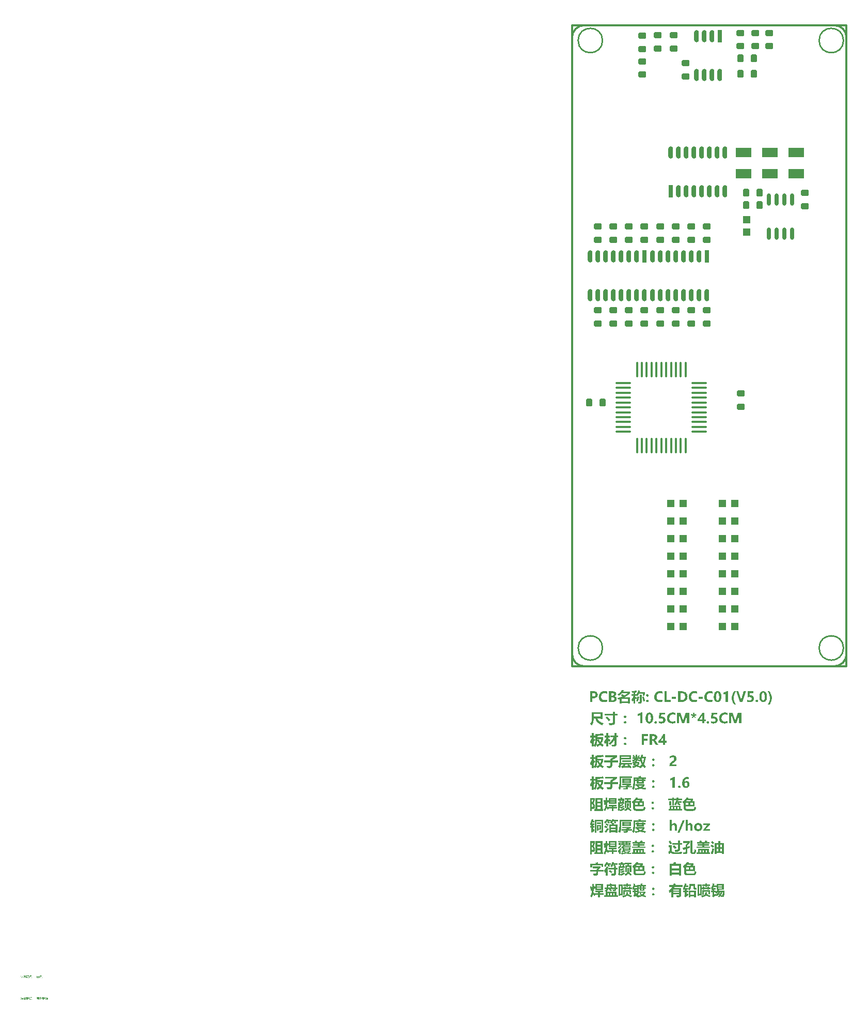
<source format=gtp>
%FSLAX24Y24*%
%MOIN*%
G70*
G01*
G75*
G04 Layer_Color=8421504*
%ADD10C,0.0300*%
%ADD11R,0.0500X0.0500*%
G04:AMPARAMS|DCode=12|XSize=40mil|YSize=50mil|CornerRadius=6mil|HoleSize=0mil|Usage=FLASHONLY|Rotation=270.000|XOffset=0mil|YOffset=0mil|HoleType=Round|Shape=RoundedRectangle|*
%AMROUNDEDRECTD12*
21,1,0.0400,0.0380,0,0,270.0*
21,1,0.0280,0.0500,0,0,270.0*
1,1,0.0120,-0.0190,-0.0140*
1,1,0.0120,-0.0190,0.0140*
1,1,0.0120,0.0190,0.0140*
1,1,0.0120,0.0190,-0.0140*
%
%ADD12ROUNDEDRECTD12*%
%ADD13R,0.0500X0.0500*%
%ADD14O,0.1000X0.0160*%
%ADD15O,0.0160X0.1000*%
G04:AMPARAMS|DCode=16|XSize=40mil|YSize=50mil|CornerRadius=6mil|HoleSize=0mil|Usage=FLASHONLY|Rotation=0.000|XOffset=0mil|YOffset=0mil|HoleType=Round|Shape=RoundedRectangle|*
%AMROUNDEDRECTD16*
21,1,0.0400,0.0380,0,0,0.0*
21,1,0.0280,0.0500,0,0,0.0*
1,1,0.0120,0.0140,-0.0190*
1,1,0.0120,-0.0140,-0.0190*
1,1,0.0120,-0.0140,0.0190*
1,1,0.0120,0.0140,0.0190*
%
%ADD16ROUNDEDRECTD16*%
%ADD17R,0.1000X0.0600*%
%ADD18O,0.0300X0.0800*%
%ADD19R,0.0300X0.0800*%
%ADD20O,0.0240X0.0800*%
%ADD21C,0.0200*%
%ADD22C,0.0100*%
%ADD23C,0.0150*%
%ADD24C,0.0250*%
%ADD25C,0.0118*%
%ADD26C,0.0591*%
%ADD27R,0.0591X0.0591*%
%ADD28C,0.0500*%
%ADD29C,0.0787*%
%ADD30C,0.0709*%
%ADD31O,0.0500X0.0591*%
%ADD32C,0.0400*%
%ADD33C,0.0550*%
%ADD34C,0.0240*%
%ADD35R,0.0600X0.1000*%
%ADD36R,0.1339X0.0700*%
%ADD37R,0.0800X0.0300*%
%ADD38O,0.0800X0.0300*%
%ADD39R,0.0374X0.0354*%
%ADD40R,0.0374X0.0354*%
%ADD41R,0.1000X0.1000*%
%ADD42R,0.0500X0.0600*%
%ADD43C,0.0080*%
%ADD44C,0.0060*%
%ADD45C,0.0236*%
%ADD46C,0.0098*%
%ADD47C,0.0079*%
%ADD48C,0.0120*%
%ADD49R,0.0366X0.1929*%
G36*
X5255Y-14276D02*
X5262Y-14277D01*
X5271Y-14280D01*
X5280Y-14283D01*
X5290Y-14289D01*
X5299Y-14297D01*
X5300Y-14298D01*
X5302Y-14300D01*
X5307Y-14305D01*
X5311Y-14311D01*
X5316Y-14319D01*
X5320Y-14328D01*
X5322Y-14338D01*
X5323Y-14349D01*
Y-14350D01*
Y-14355D01*
X5322Y-14360D01*
X5320Y-14367D01*
X5318Y-14376D01*
X5313Y-14385D01*
X5308Y-14393D01*
X5300Y-14402D01*
X5299Y-14403D01*
X5296Y-14406D01*
X5291Y-14409D01*
X5285Y-14412D01*
X5276Y-14417D01*
X5266Y-14420D01*
X5255Y-14422D01*
X5242Y-14423D01*
X5237D01*
X5230Y-14422D01*
X5222Y-14421D01*
X5213Y-14418D01*
X5203Y-14415D01*
X5193Y-14409D01*
X5185Y-14402D01*
X5183Y-14401D01*
X5181Y-14398D01*
X5177Y-14393D01*
X5173Y-14387D01*
X5169Y-14379D01*
X5165Y-14370D01*
X5162Y-14360D01*
X5161Y-14349D01*
Y-14348D01*
Y-14343D01*
X5162Y-14338D01*
X5165Y-14331D01*
X5167Y-14322D01*
X5171Y-14313D01*
X5177Y-14305D01*
X5185Y-14297D01*
X5186Y-14296D01*
X5189Y-14293D01*
X5195Y-14290D01*
X5201Y-14286D01*
X5209Y-14281D01*
X5219Y-14278D01*
X5230Y-14276D01*
X5242Y-14275D01*
X5248D01*
X5255Y-14276D01*
D02*
G37*
G36*
X3268Y-14269D02*
X3358D01*
Y-14205D01*
X3460D01*
Y-14269D01*
X3664D01*
Y-14205D01*
X3766D01*
Y-14269D01*
X3864D01*
Y-14367D01*
X3766D01*
Y-14413D01*
X3664D01*
Y-14367D01*
X3460D01*
Y-14413D01*
X3358D01*
Y-14367D01*
X3268D01*
Y-14753D01*
X3117D01*
Y-14802D01*
X3019D01*
Y-14083D01*
X3268D01*
Y-14269D01*
D02*
G37*
G36*
X8354D02*
X8444D01*
Y-14205D01*
X8546D01*
Y-14269D01*
X8750D01*
Y-14205D01*
X8852D01*
Y-14269D01*
X8950D01*
Y-14367D01*
X8852D01*
Y-14413D01*
X8750D01*
Y-14367D01*
X8546D01*
Y-14413D01*
X8444D01*
Y-14367D01*
X8354D01*
Y-14753D01*
X8203D01*
Y-14802D01*
X8105D01*
Y-14083D01*
X8354D01*
Y-14269D01*
D02*
G37*
G36*
X-34769Y-20065D02*
X-34768Y-20065D01*
X-34766Y-20066D01*
X-34765Y-20067D01*
X-34764Y-20067D01*
X-34764Y-20068D01*
X-34763Y-20068D01*
X-34762Y-20069D01*
X-34761Y-20071D01*
X-34761Y-20073D01*
X-34761Y-20074D01*
Y-20074D01*
Y-20075D01*
X-34761Y-20075D01*
X-34761Y-20076D01*
X-34762Y-20079D01*
X-34763Y-20080D01*
X-34764Y-20081D01*
X-34764D01*
X-34764Y-20081D01*
X-34765Y-20082D01*
X-34766Y-20082D01*
X-34768Y-20083D01*
X-34769Y-20083D01*
X-34771Y-20083D01*
X-34771D01*
X-34772Y-20083D01*
X-34773Y-20083D01*
X-34775Y-20082D01*
X-34776Y-20082D01*
X-34777Y-20081D01*
Y-20081D01*
X-34778Y-20080D01*
X-34778Y-20080D01*
X-34779Y-20079D01*
X-34780Y-20077D01*
X-34780Y-20076D01*
X-34780Y-20074D01*
Y-20074D01*
Y-20073D01*
X-34780Y-20073D01*
X-34780Y-20072D01*
X-34779Y-20070D01*
X-34778Y-20069D01*
X-34777Y-20067D01*
X-34777Y-20067D01*
X-34777Y-20067D01*
X-34776Y-20066D01*
X-34773Y-20065D01*
X-34772Y-20065D01*
X-34771Y-20065D01*
X-34770D01*
X-34769Y-20065D01*
D02*
G37*
G36*
X-35336Y-20030D02*
X-35336Y-20030D01*
X-35335Y-20031D01*
X-35334Y-20032D01*
X-35333Y-20033D01*
X-35332Y-20035D01*
X-35330Y-20037D01*
X-35328Y-20039D01*
X-35325Y-20043D01*
X-35321Y-20049D01*
X-35316Y-20054D01*
X-35312Y-20060D01*
X-35323Y-20068D01*
X-35323Y-20067D01*
X-35323Y-20067D01*
X-35324Y-20066D01*
X-35324Y-20065D01*
X-35326Y-20063D01*
X-35327Y-20062D01*
X-35328Y-20060D01*
X-35330Y-20057D01*
X-35333Y-20053D01*
X-35337Y-20047D01*
X-35342Y-20042D01*
X-35346Y-20036D01*
X-35336Y-20030D01*
X-35336Y-20030D01*
D02*
G37*
G36*
X-35143Y-20042D02*
X-35143Y-20042D01*
X-35144Y-20043D01*
X-35145Y-20043D01*
X-35147Y-20045D01*
X-35149Y-20046D01*
X-35152Y-20048D01*
X-35155Y-20049D01*
X-35158Y-20051D01*
X-35162Y-20054D01*
X-35166Y-20056D01*
X-35170Y-20058D01*
X-35175Y-20060D01*
X-35180Y-20062D01*
X-35185Y-20065D01*
X-35195Y-20069D01*
X-35195Y-20069D01*
X-35195Y-20068D01*
X-35196Y-20067D01*
X-35197Y-20066D01*
X-35198Y-20065D01*
X-35199Y-20063D01*
X-35201Y-20059D01*
X-35201Y-20058D01*
X-35200Y-20058D01*
X-35198Y-20057D01*
X-35196Y-20057D01*
X-35194Y-20056D01*
X-35191Y-20054D01*
X-35188Y-20053D01*
X-35184Y-20051D01*
X-35180Y-20050D01*
X-35176Y-20048D01*
X-35168Y-20043D01*
X-35159Y-20038D01*
X-35150Y-20033D01*
X-35143Y-20042D01*
D02*
G37*
G36*
X1392Y-14250D02*
X1393Y-14248D01*
X1397Y-14243D01*
X1403Y-14235D01*
X1409Y-14225D01*
X1418Y-14212D01*
X1427Y-14199D01*
X1444Y-14172D01*
X1497Y-14225D01*
Y-14050D01*
X1994D01*
Y-14428D01*
X1497D01*
Y-14269D01*
X1496Y-14270D01*
X1495Y-14271D01*
X1492Y-14275D01*
X1487Y-14279D01*
X1477Y-14290D01*
X1463Y-14305D01*
X1446Y-14321D01*
X1428Y-14340D01*
X1410Y-14360D01*
X1392Y-14380D01*
Y-14381D01*
Y-14385D01*
Y-14389D01*
Y-14397D01*
Y-14405D01*
Y-14415D01*
Y-14426D01*
X1390Y-14438D01*
X1389Y-14466D01*
X1387Y-14497D01*
X1385Y-14528D01*
X1380Y-14560D01*
X1383Y-14562D01*
X1387Y-14569D01*
X1396Y-14579D01*
X1407Y-14591D01*
X1419Y-14607D01*
X1435Y-14625D01*
X1450Y-14645D01*
X1467Y-14665D01*
Y-14632D01*
X1683D01*
Y-14570D01*
X1505D01*
Y-14470D01*
X1992D01*
Y-14570D01*
X1805D01*
Y-14632D01*
X2040D01*
Y-14731D01*
X1805D01*
Y-14889D01*
X1683D01*
Y-14731D01*
X1512D01*
X1430Y-14803D01*
Y-14802D01*
X1428Y-14801D01*
X1427Y-14798D01*
X1424Y-14793D01*
X1416Y-14781D01*
X1406Y-14766D01*
X1395Y-14748D01*
X1382Y-14728D01*
X1368Y-14707D01*
X1354Y-14686D01*
Y-14687D01*
X1352Y-14691D01*
X1350Y-14697D01*
X1347Y-14706D01*
X1344Y-14716D01*
X1338Y-14728D01*
X1334Y-14741D01*
X1327Y-14756D01*
X1313Y-14788D01*
X1294Y-14823D01*
X1274Y-14860D01*
X1249Y-14896D01*
Y-14894D01*
X1247Y-14893D01*
X1242Y-14887D01*
X1234Y-14878D01*
X1223Y-14866D01*
X1210Y-14852D01*
X1196Y-14838D01*
X1183Y-14823D01*
X1168Y-14809D01*
X1169Y-14808D01*
X1173Y-14803D01*
X1177Y-14797D01*
X1184Y-14788D01*
X1192Y-14776D01*
X1200Y-14761D01*
X1210Y-14743D01*
X1220Y-14723D01*
X1230Y-14700D01*
X1242Y-14675D01*
X1252Y-14647D01*
X1260Y-14615D01*
X1269Y-14581D01*
X1277Y-14543D01*
X1283Y-14503D01*
X1287Y-14461D01*
X1212Y-14475D01*
Y-14472D01*
X1210Y-14467D01*
X1209Y-14458D01*
X1207Y-14446D01*
X1205Y-14431D01*
X1203Y-14415D01*
X1199Y-14396D01*
X1196Y-14375D01*
X1193Y-14353D01*
X1189Y-14331D01*
X1182Y-14285D01*
X1174Y-14239D01*
X1169Y-14218D01*
X1166Y-14198D01*
X1247Y-14183D01*
Y-14185D01*
X1248Y-14188D01*
Y-14193D01*
X1250Y-14201D01*
X1252Y-14211D01*
X1254Y-14222D01*
X1256Y-14237D01*
X1258Y-14253D01*
X1260Y-14271D01*
X1264Y-14291D01*
X1267Y-14313D01*
X1272Y-14338D01*
X1275Y-14363D01*
X1279Y-14391D01*
X1284Y-14421D01*
X1288Y-14453D01*
Y-14452D01*
Y-14450D01*
X1289Y-14446D01*
Y-14440D01*
Y-14432D01*
X1290Y-14423D01*
Y-14413D01*
X1292Y-14402D01*
Y-14378D01*
X1293Y-14348D01*
Y-14317D01*
X1292Y-14282D01*
Y-14027D01*
X1395D01*
X1392Y-14250D01*
D02*
G37*
G36*
X-34309Y-19932D02*
X-34309Y-19933D01*
X-34310Y-19934D01*
X-34311Y-19936D01*
X-34312Y-19938D01*
X-34314Y-19941D01*
X-34316Y-19943D01*
X-34318Y-19946D01*
X-34321Y-19948D01*
X-34249D01*
Y-19960D01*
X-34272Y-19983D01*
X-34225D01*
Y-20040D01*
X-34346D01*
Y-20070D01*
Y-20070D01*
Y-20071D01*
Y-20071D01*
X-34345Y-20072D01*
X-34345Y-20075D01*
X-34344Y-20078D01*
X-34343Y-20079D01*
X-34342Y-20080D01*
X-34340Y-20082D01*
X-34339Y-20083D01*
X-34337Y-20084D01*
X-34335Y-20084D01*
X-34332Y-20085D01*
X-34241D01*
X-34240Y-20084D01*
X-34238Y-20084D01*
X-34234Y-20083D01*
X-34230Y-20082D01*
X-34228Y-20081D01*
X-34226Y-20080D01*
X-34225Y-20078D01*
X-34224Y-20076D01*
X-34223Y-20074D01*
X-34222Y-20072D01*
Y-20071D01*
Y-20071D01*
X-34222Y-20070D01*
X-34221Y-20068D01*
X-34221Y-20066D01*
X-34220Y-20062D01*
X-34220Y-20059D01*
X-34219Y-20055D01*
X-34218Y-20051D01*
X-34218D01*
X-34217Y-20051D01*
X-34216Y-20052D01*
X-34214Y-20052D01*
X-34212Y-20053D01*
X-34210Y-20054D01*
X-34206Y-20055D01*
Y-20055D01*
Y-20055D01*
X-34206Y-20056D01*
Y-20057D01*
X-34206Y-20060D01*
X-34207Y-20063D01*
X-34207Y-20066D01*
X-34208Y-20070D01*
X-34209Y-20073D01*
X-34209Y-20076D01*
Y-20077D01*
X-34209Y-20077D01*
X-34210Y-20078D01*
X-34210Y-20080D01*
X-34211Y-20081D01*
X-34212Y-20083D01*
X-34213Y-20085D01*
X-34215Y-20087D01*
X-34217Y-20089D01*
X-34219Y-20091D01*
X-34222Y-20093D01*
X-34225Y-20095D01*
X-34229Y-20096D01*
X-34233Y-20097D01*
X-34237Y-20097D01*
X-34242Y-20098D01*
X-34334D01*
X-34335Y-20097D01*
X-34337Y-20097D01*
X-34339Y-20097D01*
X-34341Y-20096D01*
X-34344Y-20095D01*
X-34346Y-20095D01*
X-34349Y-20093D01*
X-34351Y-20091D01*
X-34353Y-20089D01*
X-34355Y-20087D01*
X-34357Y-20084D01*
X-34358Y-20081D01*
X-34359Y-20077D01*
X-34359Y-20072D01*
Y-19987D01*
X-34359Y-19988D01*
X-34359Y-19989D01*
X-34360Y-19989D01*
X-34361Y-19990D01*
X-34362Y-19992D01*
X-34364Y-19993D01*
X-34366Y-19995D01*
X-34366Y-19995D01*
X-34367Y-19996D01*
X-34369Y-19997D01*
X-34370Y-19998D01*
X-34371Y-19998D01*
X-34371Y-19997D01*
X-34372Y-19996D01*
X-34373Y-19995D01*
X-34374Y-19994D01*
X-34375Y-19992D01*
X-34378Y-19988D01*
X-34378D01*
X-34378Y-19988D01*
X-34377Y-19987D01*
X-34375Y-19986D01*
X-34372Y-19984D01*
X-34369Y-19981D01*
X-34366Y-19978D01*
X-34362Y-19974D01*
X-34357Y-19970D01*
X-34353Y-19966D01*
X-34348Y-19962D01*
X-34343Y-19957D01*
X-34338Y-19951D01*
X-34334Y-19946D01*
X-34329Y-19940D01*
X-34325Y-19935D01*
X-34321Y-19929D01*
X-34309Y-19932D01*
D02*
G37*
G36*
X-34972D02*
X-34972Y-19933D01*
X-34972Y-19934D01*
X-34974Y-19936D01*
X-34975Y-19938D01*
X-34977Y-19941D01*
X-34979Y-19943D01*
X-34981Y-19946D01*
X-34983Y-19948D01*
X-34912D01*
Y-19960D01*
X-34935Y-19983D01*
X-34888D01*
Y-20040D01*
X-35008D01*
Y-20070D01*
Y-20070D01*
Y-20071D01*
Y-20071D01*
X-35008Y-20072D01*
X-35008Y-20075D01*
X-35007Y-20078D01*
X-35006Y-20079D01*
X-35005Y-20080D01*
X-35003Y-20082D01*
X-35002Y-20083D01*
X-35000Y-20084D01*
X-34997Y-20084D01*
X-34994Y-20085D01*
X-34904D01*
X-34902Y-20084D01*
X-34901Y-20084D01*
X-34897Y-20083D01*
X-34893Y-20082D01*
X-34891Y-20081D01*
X-34889Y-20080D01*
X-34888Y-20078D01*
X-34886Y-20076D01*
X-34885Y-20074D01*
X-34885Y-20072D01*
Y-20071D01*
Y-20071D01*
X-34884Y-20070D01*
X-34884Y-20068D01*
X-34883Y-20066D01*
X-34883Y-20062D01*
X-34882Y-20059D01*
X-34882Y-20055D01*
X-34881Y-20051D01*
X-34881D01*
X-34880Y-20051D01*
X-34878Y-20052D01*
X-34877Y-20052D01*
X-34875Y-20053D01*
X-34873Y-20054D01*
X-34868Y-20055D01*
Y-20055D01*
Y-20055D01*
X-34869Y-20056D01*
Y-20057D01*
X-34869Y-20060D01*
X-34870Y-20063D01*
X-34870Y-20066D01*
X-34871Y-20070D01*
X-34871Y-20073D01*
X-34872Y-20076D01*
Y-20077D01*
X-34872Y-20077D01*
X-34873Y-20078D01*
X-34873Y-20080D01*
X-34874Y-20081D01*
X-34875Y-20083D01*
X-34876Y-20085D01*
X-34878Y-20087D01*
X-34880Y-20089D01*
X-34882Y-20091D01*
X-34885Y-20093D01*
X-34888Y-20095D01*
X-34891Y-20096D01*
X-34895Y-20097D01*
X-34900Y-20097D01*
X-34905Y-20098D01*
X-34996D01*
X-34998Y-20097D01*
X-34999Y-20097D01*
X-35001Y-20097D01*
X-35004Y-20096D01*
X-35006Y-20095D01*
X-35009Y-20095D01*
X-35011Y-20093D01*
X-35014Y-20091D01*
X-35016Y-20089D01*
X-35018Y-20087D01*
X-35020Y-20084D01*
X-35021Y-20081D01*
X-35021Y-20077D01*
X-35022Y-20072D01*
Y-19987D01*
X-35022Y-19988D01*
X-35022Y-19989D01*
X-35023Y-19989D01*
X-35023Y-19990D01*
X-35025Y-19992D01*
X-35027Y-19993D01*
X-35029Y-19995D01*
X-35029Y-19995D01*
X-35030Y-19996D01*
X-35031Y-19997D01*
X-35033Y-19998D01*
X-35033Y-19998D01*
X-35034Y-19997D01*
X-35034Y-19996D01*
X-35035Y-19995D01*
X-35037Y-19994D01*
X-35038Y-19992D01*
X-35041Y-19988D01*
X-35041D01*
X-35041Y-19988D01*
X-35039Y-19987D01*
X-35038Y-19986D01*
X-35035Y-19984D01*
X-35032Y-19981D01*
X-35028Y-19978D01*
X-35024Y-19974D01*
X-35020Y-19970D01*
X-35015Y-19966D01*
X-35011Y-19962D01*
X-35006Y-19957D01*
X-35001Y-19951D01*
X-34996Y-19946D01*
X-34992Y-19940D01*
X-34988Y-19935D01*
X-34984Y-19929D01*
X-34972Y-19932D01*
D02*
G37*
G36*
X-35091Y-20026D02*
Y-20026D01*
Y-20026D01*
Y-20027D01*
Y-20028D01*
Y-20030D01*
X-35091Y-20031D01*
X-35091Y-20035D01*
X-35092Y-20040D01*
X-35092Y-20044D01*
X-35093Y-20049D01*
X-35094Y-20053D01*
X-35094Y-20053D01*
X-35093Y-20054D01*
X-35092Y-20055D01*
X-35091Y-20056D01*
X-35089Y-20058D01*
X-35087Y-20060D01*
X-35084Y-20062D01*
X-35082Y-20064D01*
X-35079Y-20067D01*
X-35076Y-20070D01*
X-35072Y-20074D01*
X-35068Y-20077D01*
X-35061Y-20084D01*
X-35052Y-20093D01*
X-35062Y-20101D01*
X-35062Y-20101D01*
X-35062Y-20101D01*
X-35064Y-20100D01*
X-35065Y-20098D01*
X-35067Y-20096D01*
X-35069Y-20094D01*
X-35071Y-20091D01*
X-35074Y-20089D01*
X-35080Y-20083D01*
X-35086Y-20077D01*
X-35092Y-20070D01*
X-35098Y-20064D01*
Y-20064D01*
X-35099Y-20064D01*
X-35099Y-20066D01*
X-35100Y-20067D01*
X-35101Y-20069D01*
X-35103Y-20071D01*
X-35104Y-20073D01*
X-35106Y-20076D01*
X-35109Y-20079D01*
X-35112Y-20082D01*
X-35115Y-20085D01*
X-35119Y-20089D01*
X-35123Y-20093D01*
X-35128Y-20096D01*
X-35133Y-20100D01*
X-35139Y-20104D01*
X-35139Y-20104D01*
X-35139Y-20103D01*
X-35140Y-20102D01*
X-35141Y-20101D01*
X-35142Y-20100D01*
X-35144Y-20098D01*
X-35145Y-20096D01*
X-35147Y-20094D01*
X-35147D01*
X-35147Y-20093D01*
X-35146Y-20093D01*
X-35145Y-20093D01*
X-35143Y-20091D01*
X-35140Y-20089D01*
X-35137Y-20087D01*
X-35133Y-20084D01*
X-35129Y-20081D01*
X-35125Y-20077D01*
X-35121Y-20073D01*
X-35117Y-20068D01*
X-35113Y-20063D01*
X-35110Y-20057D01*
X-35107Y-20051D01*
X-35105Y-20045D01*
X-35105Y-20041D01*
X-35104Y-20038D01*
X-35104Y-20034D01*
X-35103Y-20030D01*
Y-20030D01*
Y-20029D01*
Y-20028D01*
X-35104Y-20026D01*
Y-19995D01*
X-35091D01*
Y-20026D01*
D02*
G37*
G36*
X-35267Y-20010D02*
X-35237D01*
Y-20022D01*
X-35267D01*
Y-20079D01*
Y-20079D01*
Y-20079D01*
Y-20081D01*
X-35268Y-20082D01*
X-35268Y-20084D01*
X-35268Y-20086D01*
X-35269Y-20088D01*
X-35270Y-20090D01*
X-35272Y-20092D01*
X-35273Y-20094D01*
X-35275Y-20096D01*
X-35278Y-20098D01*
X-35280Y-20099D01*
X-35284Y-20100D01*
X-35288Y-20101D01*
X-35292Y-20101D01*
X-35295D01*
X-35297Y-20101D01*
X-35307D01*
X-35308Y-20102D01*
X-35313D01*
Y-20101D01*
X-35313Y-20101D01*
X-35313Y-20100D01*
X-35313Y-20098D01*
X-35314Y-20096D01*
X-35314Y-20093D01*
X-35315Y-20091D01*
X-35315Y-20088D01*
X-35314D01*
X-35311Y-20088D01*
X-35309D01*
X-35306Y-20088D01*
X-35302D01*
X-35295Y-20089D01*
X-35294D01*
X-35293Y-20088D01*
X-35291Y-20088D01*
X-35288Y-20087D01*
X-35285Y-20086D01*
X-35283Y-20084D01*
X-35282Y-20083D01*
X-35281Y-20081D01*
X-35281Y-20079D01*
Y-20077D01*
Y-20022D01*
X-35358D01*
Y-20010D01*
X-35281D01*
Y-19989D01*
X-35267D01*
Y-20010D01*
D02*
G37*
G36*
X2577Y-14018D02*
X2556Y-14069D01*
X2846D01*
Y-14268D01*
X2948D01*
Y-14367D01*
X2846D01*
Y-14402D01*
Y-14403D01*
Y-14407D01*
X2845Y-14412D01*
Y-14419D01*
X2843Y-14427D01*
X2840Y-14436D01*
X2837Y-14446D01*
X2833Y-14455D01*
X2827Y-14465D01*
X2820Y-14475D01*
X2813Y-14483D01*
X2803Y-14491D01*
X2790Y-14498D01*
X2777Y-14503D01*
X2760Y-14507D01*
X2743Y-14508D01*
X2705D01*
X2687Y-14507D01*
X2649D01*
X2630Y-14506D01*
Y-14505D01*
Y-14503D01*
X2629Y-14500D01*
Y-14496D01*
X2628Y-14485D01*
X2626Y-14471D01*
X2624Y-14456D01*
X2621Y-14439D01*
X2619Y-14421D01*
X2617Y-14406D01*
X2619D01*
X2627Y-14407D01*
X2637Y-14408D01*
X2648D01*
X2660Y-14409D01*
X2671Y-14410D01*
X2680Y-14411D01*
X2688D01*
X2693Y-14410D01*
X2700Y-14409D01*
X2708Y-14407D01*
X2716Y-14402D01*
X2724Y-14396D01*
X2728Y-14386D01*
X2730Y-14373D01*
Y-14367D01*
X2471D01*
X2473Y-14368D01*
X2476Y-14370D01*
X2480Y-14372D01*
X2491Y-14380D01*
X2507Y-14388D01*
X2524Y-14399D01*
X2541Y-14410D01*
X2579Y-14433D01*
X2529Y-14508D01*
X2528Y-14507D01*
X2526Y-14506D01*
X2523Y-14503D01*
X2518Y-14500D01*
X2511Y-14496D01*
X2505Y-14491D01*
X2487Y-14479D01*
X2465Y-14465D01*
X2440Y-14449D01*
X2414Y-14431D01*
X2385Y-14413D01*
X2416Y-14367D01*
X2328D01*
Y-14368D01*
X2327Y-14371D01*
X2326Y-14376D01*
X2324Y-14382D01*
X2320Y-14391D01*
X2317Y-14401D01*
X2313Y-14411D01*
X2307Y-14423D01*
X2295Y-14449D01*
X2278Y-14476D01*
X2259Y-14503D01*
X2236Y-14529D01*
X2863D01*
Y-14763D01*
X2956D01*
Y-14862D01*
X2078D01*
Y-14763D01*
X2177D01*
Y-14529D01*
X2180D01*
X2179Y-14528D01*
X2175Y-14523D01*
X2169Y-14517D01*
X2162Y-14509D01*
X2151Y-14499D01*
X2140Y-14489D01*
X2115Y-14468D01*
X2116D01*
X2117Y-14466D01*
X2120Y-14463D01*
X2125Y-14460D01*
X2136Y-14452D01*
X2149Y-14440D01*
X2164Y-14426D01*
X2178Y-14408D01*
X2191Y-14389D01*
X2204Y-14367D01*
X2093D01*
Y-14268D01*
X2227D01*
Y-14267D01*
Y-14266D01*
Y-14262D01*
Y-14259D01*
Y-14253D01*
Y-14247D01*
Y-14238D01*
Y-14227D01*
Y-14213D01*
Y-14197D01*
Y-14178D01*
Y-14157D01*
Y-14131D01*
Y-14101D01*
Y-14069D01*
X2423D01*
Y-14068D01*
X2425Y-14062D01*
X2426Y-14056D01*
X2428Y-14048D01*
X2433Y-14029D01*
X2435Y-14019D01*
X2437Y-14010D01*
X2577Y-14018D01*
D02*
G37*
G36*
X-35456Y-20002D02*
X-35499Y-20028D01*
Y-20035D01*
X-35421D01*
Y-20047D01*
X-35499D01*
Y-20078D01*
Y-20078D01*
Y-20079D01*
Y-20080D01*
X-35500Y-20081D01*
X-35500Y-20083D01*
X-35500Y-20085D01*
X-35501Y-20087D01*
X-35502Y-20089D01*
X-35503Y-20091D01*
X-35505Y-20093D01*
X-35507Y-20095D01*
X-35509Y-20097D01*
X-35512Y-20098D01*
X-35515Y-20100D01*
X-35518Y-20100D01*
X-35523Y-20101D01*
X-35527D01*
X-35528Y-20101D01*
X-35536D01*
X-35540Y-20101D01*
X-35547D01*
Y-20101D01*
Y-20100D01*
X-35548Y-20099D01*
X-35548Y-20097D01*
X-35548Y-20095D01*
X-35548Y-20093D01*
X-35549Y-20090D01*
X-35549Y-20088D01*
X-35547D01*
X-35546Y-20088D01*
X-35542D01*
X-35539Y-20088D01*
X-35526D01*
X-35524Y-20088D01*
X-35522Y-20088D01*
X-35520Y-20087D01*
X-35518Y-20087D01*
X-35517Y-20086D01*
X-35515Y-20085D01*
X-35515Y-20085D01*
X-35515Y-20085D01*
X-35515Y-20084D01*
X-35514Y-20083D01*
X-35514Y-20082D01*
X-35513Y-20080D01*
X-35513Y-20078D01*
Y-20076D01*
Y-20047D01*
X-35595D01*
Y-20035D01*
X-35513D01*
Y-20022D01*
X-35473Y-20001D01*
X-35563D01*
Y-19989D01*
X-35456D01*
Y-20002D01*
D02*
G37*
G36*
X7946Y-14248D02*
Y-14249D01*
Y-14251D01*
Y-14255D01*
X7948Y-14259D01*
X7950Y-14269D01*
X7955Y-14278D01*
X7958Y-14279D01*
X7963Y-14283D01*
X7972Y-14287D01*
X7984Y-14289D01*
X8021D01*
X8035Y-14288D01*
X8052D01*
Y-14290D01*
X8050Y-14297D01*
X8048Y-14307D01*
X8044Y-14320D01*
X8041Y-14336D01*
X8038Y-14355D01*
X8033Y-14375D01*
X8030Y-14396D01*
X7919D01*
X7914Y-14395D01*
X7908D01*
X7901Y-14392D01*
X7893Y-14390D01*
X7884Y-14387D01*
X7875Y-14383D01*
X7865Y-14378D01*
X7858Y-14371D01*
X7849Y-14362D01*
X7842Y-14353D01*
X7835Y-14341D01*
X7831Y-14328D01*
X7828Y-14312D01*
X7826Y-14295D01*
Y-14153D01*
X7688D01*
Y-14155D01*
Y-14158D01*
Y-14162D01*
Y-14169D01*
X7686Y-14177D01*
Y-14186D01*
X7685Y-14197D01*
X7684Y-14208D01*
X7681Y-14232D01*
X7675Y-14259D01*
X7669Y-14287D01*
X7660Y-14312D01*
Y-14313D01*
X7659Y-14316D01*
X7656Y-14319D01*
X7654Y-14323D01*
X7652Y-14329D01*
X7648Y-14336D01*
X7639Y-14352D01*
X7625Y-14371D01*
X7610Y-14392D01*
X7591Y-14415D01*
X7568Y-14437D01*
X7565Y-14435D01*
X7561Y-14429D01*
X7552Y-14420D01*
X7541Y-14408D01*
X7527Y-14395D01*
X7511Y-14379D01*
X7493Y-14362D01*
X7474Y-14346D01*
X7477Y-14343D01*
X7482Y-14339D01*
X7490Y-14331D01*
X7501Y-14321D01*
X7512Y-14309D01*
X7523Y-14295D01*
X7534Y-14279D01*
X7544Y-14262D01*
X7545Y-14260D01*
X7548Y-14253D01*
X7552Y-14243D01*
X7557Y-14228D01*
X7561Y-14209D01*
X7565Y-14187D01*
X7568Y-14159D01*
X7569Y-14128D01*
Y-14046D01*
X7946D01*
Y-14248D01*
D02*
G37*
G36*
X-35052Y-19952D02*
X-35092D01*
X-35098Y-19976D01*
X-35059D01*
Y-20060D01*
X-35072D01*
Y-19987D01*
X-35122D01*
Y-20061D01*
X-35135D01*
Y-19976D01*
X-35111D01*
X-35105Y-19952D01*
X-35138D01*
Y-19940D01*
X-35052D01*
Y-19952D01*
D02*
G37*
G36*
X7392Y-14038D02*
X7391Y-14040D01*
X7390Y-14046D01*
X7388Y-14055D01*
X7383Y-14066D01*
X7380Y-14079D01*
X7374Y-14093D01*
X7364Y-14125D01*
X7494D01*
Y-14223D01*
X7324D01*
X7323Y-14225D01*
X7322Y-14229D01*
X7319Y-14236D01*
X7315Y-14245D01*
X7311Y-14255D01*
X7305Y-14266D01*
X7294Y-14289D01*
X7468D01*
Y-14389D01*
X7388D01*
Y-14479D01*
X7488D01*
Y-14579D01*
X7388D01*
Y-14711D01*
X7389D01*
X7390Y-14710D01*
X7397Y-14707D01*
X7405Y-14701D01*
X7419Y-14695D01*
X7434Y-14687D01*
X7451Y-14677D01*
X7470Y-14667D01*
X7489Y-14656D01*
Y-14657D01*
Y-14658D01*
Y-14661D01*
X7490Y-14666D01*
Y-14678D01*
X7491Y-14693D01*
X7493Y-14711D01*
X7495Y-14731D01*
X7500Y-14772D01*
X7498Y-14773D01*
X7493Y-14777D01*
X7484Y-14781D01*
X7473Y-14787D01*
X7461Y-14794D01*
X7445Y-14803D01*
X7430Y-14812D01*
X7413Y-14822D01*
X7380Y-14842D01*
X7364Y-14853D01*
X7349Y-14862D01*
X7335Y-14872D01*
X7324Y-14880D01*
X7315Y-14888D01*
X7309Y-14893D01*
X7240Y-14806D01*
X7241Y-14805D01*
X7244Y-14800D01*
X7249Y-14794D01*
X7254Y-14786D01*
X7259Y-14773D01*
X7263Y-14760D01*
X7267Y-14745D01*
X7268Y-14726D01*
Y-14579D01*
X7163D01*
Y-14479D01*
X7268D01*
Y-14389D01*
X7235D01*
X7234Y-14390D01*
X7232Y-14393D01*
X7229Y-14399D01*
X7223Y-14407D01*
X7218Y-14416D01*
X7211Y-14425D01*
X7195Y-14445D01*
Y-14443D01*
X7194Y-14441D01*
X7193Y-14438D01*
X7192Y-14432D01*
X7191Y-14426D01*
X7189Y-14418D01*
X7184Y-14400D01*
X7178Y-14379D01*
X7172Y-14355D01*
X7164Y-14329D01*
X7157Y-14302D01*
X7158Y-14301D01*
X7160Y-14297D01*
X7164Y-14290D01*
X7170Y-14280D01*
X7177Y-14269D01*
X7183Y-14255D01*
X7192Y-14238D01*
X7201Y-14220D01*
X7210Y-14200D01*
X7220Y-14178D01*
X7230Y-14155D01*
X7240Y-14129D01*
X7249Y-14102D01*
X7258Y-14075D01*
X7267Y-14045D01*
X7274Y-14015D01*
X7392Y-14038D01*
D02*
G37*
G36*
X8706Y-14558D02*
Y-14560D01*
Y-14565D01*
Y-14569D01*
X8705Y-14576D01*
Y-14583D01*
X8704Y-14601D01*
X8702Y-14622D01*
X8700Y-14643D01*
X8695Y-14666D01*
X8691Y-14687D01*
X8692Y-14688D01*
X8696Y-14689D01*
X8704Y-14692D01*
X8713Y-14697D01*
X8725Y-14702D01*
X8740Y-14708D01*
X8755Y-14716D01*
X8773Y-14723D01*
X8792Y-14732D01*
X8813Y-14741D01*
X8834Y-14751D01*
X8856Y-14761D01*
X8904Y-14783D01*
X8952Y-14806D01*
X8885Y-14893D01*
X8884Y-14892D01*
X8880Y-14890D01*
X8873Y-14887D01*
X8864Y-14882D01*
X8853Y-14876D01*
X8840Y-14869D01*
X8825Y-14861D01*
X8809Y-14852D01*
X8791Y-14843D01*
X8773Y-14835D01*
X8733Y-14813D01*
X8692Y-14792D01*
X8650Y-14772D01*
X8649Y-14773D01*
X8646Y-14776D01*
X8642Y-14781D01*
X8635Y-14787D01*
X8628Y-14793D01*
X8618Y-14802D01*
X8604Y-14811D01*
X8590Y-14821D01*
X8572Y-14831D01*
X8553Y-14841D01*
X8531Y-14852D01*
X8506Y-14862D01*
X8479Y-14872D01*
X8448Y-14881D01*
X8415Y-14889D01*
X8379Y-14897D01*
Y-14896D01*
X8378Y-14894D01*
X8376Y-14891D01*
X8375Y-14887D01*
X8371Y-14876D01*
X8365Y-14862D01*
X8358Y-14846D01*
X8350Y-14828D01*
X8331Y-14792D01*
X8333D01*
X8338Y-14791D01*
X8346Y-14790D01*
X8358Y-14789D01*
X8371Y-14787D01*
X8385Y-14783D01*
X8402Y-14780D01*
X8419Y-14777D01*
X8455Y-14768D01*
X8491Y-14756D01*
X8508Y-14749D01*
X8522Y-14741D01*
X8535Y-14733D01*
X8546Y-14725D01*
X8548Y-14723D01*
X8549Y-14722D01*
X8551Y-14719D01*
X8554Y-14715D01*
X8559Y-14709D01*
X8563Y-14702D01*
X8568Y-14695D01*
X8573Y-14686D01*
X8578Y-14675D01*
X8582Y-14662D01*
X8586Y-14648D01*
X8591Y-14633D01*
X8594Y-14617D01*
X8596Y-14598D01*
X8599Y-14578D01*
Y-14557D01*
X8706D01*
Y-14558D01*
D02*
G37*
G36*
X7995Y-14886D02*
X7876D01*
Y-14837D01*
X7649D01*
Y-14889D01*
X7530D01*
Y-14453D01*
X7995D01*
Y-14886D01*
D02*
G37*
G36*
X3620Y-14558D02*
Y-14560D01*
Y-14565D01*
Y-14569D01*
X3619Y-14576D01*
Y-14583D01*
X3618Y-14601D01*
X3616Y-14622D01*
X3614Y-14643D01*
X3609Y-14666D01*
X3605Y-14687D01*
X3606Y-14688D01*
X3610Y-14689D01*
X3618Y-14692D01*
X3627Y-14697D01*
X3639Y-14702D01*
X3654Y-14708D01*
X3669Y-14716D01*
X3687Y-14723D01*
X3706Y-14732D01*
X3727Y-14741D01*
X3748Y-14751D01*
X3770Y-14761D01*
X3818Y-14783D01*
X3866Y-14806D01*
X3799Y-14893D01*
X3798Y-14892D01*
X3794Y-14890D01*
X3787Y-14887D01*
X3778Y-14882D01*
X3767Y-14876D01*
X3754Y-14869D01*
X3739Y-14861D01*
X3722Y-14852D01*
X3705Y-14843D01*
X3687Y-14835D01*
X3647Y-14813D01*
X3606Y-14792D01*
X3564Y-14772D01*
X3562Y-14773D01*
X3560Y-14776D01*
X3556Y-14781D01*
X3549Y-14787D01*
X3541Y-14793D01*
X3531Y-14802D01*
X3518Y-14811D01*
X3504Y-14821D01*
X3486Y-14831D01*
X3467Y-14841D01*
X3445Y-14852D01*
X3420Y-14862D01*
X3392Y-14872D01*
X3361Y-14881D01*
X3329Y-14889D01*
X3292Y-14897D01*
Y-14896D01*
X3291Y-14894D01*
X3290Y-14891D01*
X3289Y-14887D01*
X3285Y-14876D01*
X3279Y-14862D01*
X3271Y-14846D01*
X3264Y-14828D01*
X3245Y-14792D01*
X3247D01*
X3251Y-14791D01*
X3260Y-14790D01*
X3271Y-14789D01*
X3285Y-14787D01*
X3299Y-14783D01*
X3316Y-14780D01*
X3332Y-14777D01*
X3369Y-14768D01*
X3405Y-14756D01*
X3421Y-14749D01*
X3436Y-14741D01*
X3449Y-14733D01*
X3460Y-14725D01*
X3461Y-14723D01*
X3462Y-14722D01*
X3465Y-14719D01*
X3468Y-14715D01*
X3472Y-14709D01*
X3477Y-14702D01*
X3481Y-14695D01*
X3487Y-14686D01*
X3491Y-14675D01*
X3496Y-14662D01*
X3500Y-14648D01*
X3505Y-14633D01*
X3508Y-14617D01*
X3510Y-14598D01*
X3512Y-14578D01*
Y-14557D01*
X3620D01*
Y-14558D01*
D02*
G37*
G36*
X2326Y-12623D02*
X2324Y-12627D01*
X2323Y-12634D01*
X2319Y-12642D01*
X2316Y-12652D01*
X2311Y-12663D01*
X2303Y-12686D01*
X2516D01*
Y-12796D01*
X2383D01*
X2384Y-12799D01*
X2388Y-12803D01*
X2396Y-12811D01*
X2405Y-12821D01*
X2415Y-12833D01*
X2426Y-12847D01*
X2438Y-12862D01*
X2450Y-12877D01*
X2370Y-12936D01*
Y-12935D01*
X2368Y-12934D01*
X2366Y-12931D01*
X2364Y-12927D01*
X2355Y-12916D01*
X2345Y-12902D01*
X2331Y-12885D01*
X2317Y-12866D01*
X2301Y-12846D01*
X2285Y-12825D01*
X2325Y-12796D01*
X2246D01*
Y-12797D01*
X2244Y-12800D01*
X2241Y-12804D01*
X2237Y-12810D01*
X2233Y-12816D01*
X2227Y-12825D01*
X2213Y-12844D01*
X2196Y-12867D01*
X2175Y-12892D01*
X2153Y-12919D01*
X2127Y-12945D01*
X2126Y-12943D01*
X2123Y-12937D01*
X2118Y-12927D01*
X2110Y-12915D01*
X2103Y-12900D01*
X2092Y-12882D01*
X2080Y-12863D01*
X2067Y-12841D01*
X2068Y-12840D01*
X2071Y-12836D01*
X2076Y-12831D01*
X2083Y-12823D01*
X2090Y-12813D01*
X2099Y-12802D01*
X2109Y-12789D01*
X2119Y-12774D01*
X2130Y-12759D01*
X2141Y-12742D01*
X2165Y-12704D01*
X2186Y-12664D01*
X2195Y-12643D01*
X2204Y-12622D01*
X2326D01*
Y-12623D01*
D02*
G37*
G36*
X-35285Y-19931D02*
Y-19931D01*
X-35286Y-19932D01*
X-35286Y-19933D01*
X-35287Y-19935D01*
X-35288Y-19938D01*
X-35289Y-19940D01*
X-35290Y-19943D01*
X-35292Y-19945D01*
X-35293Y-19947D01*
X-35237D01*
Y-19960D01*
X-35297D01*
Y-19960D01*
X-35298Y-19960D01*
X-35298Y-19961D01*
X-35299Y-19962D01*
X-35300Y-19964D01*
X-35301Y-19966D01*
X-35302Y-19968D01*
X-35303Y-19970D01*
X-35307Y-19975D01*
X-35311Y-19981D01*
X-35315Y-19987D01*
X-35321Y-19994D01*
X-35321Y-19994D01*
X-35321Y-19993D01*
X-35322Y-19993D01*
X-35323Y-19992D01*
X-35325Y-19991D01*
X-35327Y-19989D01*
X-35331Y-19986D01*
X-35330Y-19986D01*
X-35330Y-19985D01*
X-35329Y-19984D01*
X-35327Y-19982D01*
X-35325Y-19979D01*
X-35323Y-19976D01*
X-35321Y-19973D01*
X-35319Y-19969D01*
X-35316Y-19965D01*
X-35313Y-19961D01*
X-35311Y-19956D01*
X-35308Y-19951D01*
X-35306Y-19946D01*
X-35303Y-19941D01*
X-35301Y-19935D01*
X-35299Y-19929D01*
X-35285Y-19931D01*
D02*
G37*
G36*
X-34769Y-19979D02*
X-34768Y-19979D01*
X-34766Y-19980D01*
X-34765Y-19981D01*
X-34764Y-19982D01*
X-34764Y-19982D01*
X-34763Y-19982D01*
X-34762Y-19984D01*
X-34761Y-19986D01*
X-34761Y-19987D01*
X-34761Y-19988D01*
Y-19989D01*
Y-19989D01*
X-34761Y-19990D01*
X-34761Y-19991D01*
X-34762Y-19993D01*
X-34763Y-19994D01*
X-34764Y-19995D01*
X-34764D01*
X-34764Y-19996D01*
X-34765Y-19996D01*
X-34766Y-19996D01*
X-34768Y-19997D01*
X-34769Y-19998D01*
X-34771Y-19998D01*
X-34771D01*
X-34772Y-19998D01*
X-34773Y-19997D01*
X-34775Y-19997D01*
X-34776Y-19996D01*
X-34777Y-19995D01*
Y-19995D01*
X-34778Y-19995D01*
X-34778Y-19994D01*
X-34779Y-19993D01*
X-34780Y-19991D01*
X-34780Y-19990D01*
X-34780Y-19988D01*
Y-19988D01*
Y-19988D01*
X-34780Y-19987D01*
X-34780Y-19986D01*
X-34779Y-19984D01*
X-34778Y-19983D01*
X-34777Y-19982D01*
X-34777Y-19981D01*
X-34777Y-19981D01*
X-34776Y-19980D01*
X-34773Y-19979D01*
X-34772Y-19979D01*
X-34770D01*
X-34769Y-19979D01*
D02*
G37*
G36*
X-35148Y-20016D02*
X-35148Y-20016D01*
X-35149Y-20016D01*
X-35150Y-20017D01*
X-35151Y-20018D01*
X-35153Y-20019D01*
X-35156Y-20020D01*
X-35158Y-20022D01*
X-35161Y-20023D01*
X-35164Y-20025D01*
X-35168Y-20027D01*
X-35172Y-20029D01*
X-35176Y-20031D01*
X-35180Y-20033D01*
X-35185Y-20035D01*
X-35195Y-20039D01*
X-35195Y-20038D01*
X-35195Y-20038D01*
X-35196Y-20037D01*
X-35197Y-20035D01*
X-35197Y-20034D01*
X-35199Y-20032D01*
X-35201Y-20028D01*
X-35200D01*
X-35200Y-20028D01*
X-35198Y-20028D01*
X-35197Y-20027D01*
X-35194Y-20026D01*
X-35192Y-20025D01*
X-35189Y-20024D01*
X-35186Y-20022D01*
X-35182Y-20021D01*
X-35178Y-20019D01*
X-35170Y-20016D01*
X-35162Y-20011D01*
X-35154Y-20007D01*
X-35148Y-20016D01*
D02*
G37*
G36*
X3817Y-14709D02*
X3710D01*
Y-14528D01*
X3419D01*
Y-14718D01*
X3312D01*
Y-14431D01*
X3817D01*
Y-14709D01*
D02*
G37*
G36*
X8903D02*
X8796D01*
Y-14528D01*
X8505D01*
Y-14718D01*
X8399D01*
Y-14431D01*
X8903D01*
Y-14709D01*
D02*
G37*
G36*
X4527Y-14012D02*
X4528Y-14017D01*
X4531Y-14025D01*
X4536Y-14035D01*
X4541Y-14046D01*
X4547Y-14060D01*
X4552Y-14076D01*
X4559Y-14092D01*
X4768D01*
Y-14187D01*
X4678D01*
Y-14252D01*
X4763D01*
Y-14336D01*
X4678D01*
Y-14481D01*
X4374D01*
Y-14336D01*
X4308D01*
Y-14472D01*
Y-14475D01*
Y-14480D01*
Y-14490D01*
X4307Y-14503D01*
Y-14520D01*
X4306Y-14539D01*
X4304Y-14560D01*
X4301Y-14583D01*
X4299Y-14609D01*
X4296Y-14635D01*
X4287Y-14690D01*
X4275Y-14746D01*
X4267Y-14773D01*
X4258Y-14800D01*
X4259D01*
X4262Y-14799D01*
X4268Y-14798D01*
X4275Y-14796D01*
X4282Y-14793D01*
X4292Y-14791D01*
X4304Y-14788D01*
X4316Y-14784D01*
X4342Y-14778D01*
X4371Y-14769D01*
X4400Y-14759D01*
X4428Y-14749D01*
X4426Y-14747D01*
X4420Y-14741D01*
X4411Y-14732D01*
X4401Y-14720D01*
X4389Y-14706D01*
X4376Y-14689D01*
X4362Y-14671D01*
X4349Y-14651D01*
X4400Y-14611D01*
X4321D01*
Y-14518D01*
X4725D01*
Y-14613D01*
Y-14615D01*
X4722Y-14617D01*
X4720Y-14621D01*
X4717Y-14627D01*
X4712Y-14635D01*
X4708Y-14642D01*
X4696Y-14661D01*
X4680Y-14683D01*
X4662Y-14707D01*
X4641Y-14730D01*
X4619Y-14752D01*
X4620D01*
X4622Y-14753D01*
X4626Y-14755D01*
X4630Y-14756D01*
X4637Y-14758D01*
X4645Y-14760D01*
X4653Y-14762D01*
X4662Y-14766D01*
X4686Y-14772D01*
X4712Y-14779D01*
X4742Y-14786D01*
X4776Y-14792D01*
X4775Y-14794D01*
X4772Y-14801D01*
X4768Y-14811D01*
X4762Y-14825D01*
X4757Y-14840D01*
X4750Y-14857D01*
X4742Y-14876D01*
X4736Y-14894D01*
X4735D01*
X4730Y-14893D01*
X4723Y-14891D01*
X4715Y-14889D01*
X4703Y-14886D01*
X4690Y-14882D01*
X4676Y-14878D01*
X4660Y-14872D01*
X4627Y-14861D01*
X4591Y-14848D01*
X4555Y-14832D01*
X4521Y-14816D01*
X4520D01*
X4518Y-14818D01*
X4512Y-14820D01*
X4506Y-14823D01*
X4497Y-14827D01*
X4487Y-14831D01*
X4475Y-14837D01*
X4461Y-14841D01*
X4446Y-14848D01*
X4429Y-14853D01*
X4410Y-14860D01*
X4389Y-14867D01*
X4368Y-14874D01*
X4345Y-14881D01*
X4320Y-14888D01*
X4294Y-14894D01*
X4292Y-14892D01*
X4290Y-14887D01*
X4286Y-14879D01*
X4281Y-14869D01*
X4275Y-14856D01*
X4268Y-14842D01*
X4252Y-14813D01*
X4251Y-14816D01*
X4249Y-14821D01*
X4246Y-14830D01*
X4241Y-14840D01*
X4236Y-14853D01*
X4229Y-14868D01*
X4214Y-14898D01*
Y-14897D01*
X4211Y-14896D01*
X4207Y-14889D01*
X4198Y-14879D01*
X4187Y-14867D01*
X4175Y-14853D01*
X4160Y-14839D01*
X4146Y-14826D01*
X4130Y-14812D01*
X4131Y-14811D01*
X4134Y-14806D01*
X4137Y-14798D01*
X4142Y-14788D01*
X4148Y-14773D01*
X4154Y-14757D01*
X4157Y-14748D01*
X4159Y-14746D01*
X4160Y-14745D01*
X4160Y-14739D01*
X4157Y-14748D01*
X4156Y-14749D01*
X4150Y-14753D01*
X4142Y-14760D01*
X4134Y-14767D01*
X4125Y-14776D01*
X4102Y-14796D01*
X4078Y-14818D01*
X4056Y-14839D01*
X4046Y-14849D01*
X4036Y-14859D01*
X4028Y-14868D01*
X4021Y-14876D01*
X3966Y-14788D01*
X3967Y-14787D01*
X3969Y-14783D01*
X3972Y-14778D01*
X3977Y-14769D01*
X3981Y-14758D01*
X3985Y-14745D01*
X3987Y-14727D01*
X3988Y-14707D01*
Y-14575D01*
X3895D01*
Y-14475D01*
X3988D01*
Y-14387D01*
X3955D01*
X3954Y-14388D01*
X3952Y-14390D01*
X3950Y-14395D01*
X3947Y-14400D01*
X3938Y-14413D01*
X3928Y-14429D01*
Y-14428D01*
X3927Y-14426D01*
Y-14422D01*
X3926Y-14417D01*
X3924Y-14411D01*
X3922Y-14403D01*
X3918Y-14387D01*
X3912Y-14366D01*
X3907Y-14342D01*
X3900Y-14317D01*
X3892Y-14291D01*
X3894Y-14290D01*
X3895Y-14286D01*
X3898Y-14280D01*
X3902Y-14271D01*
X3908Y-14260D01*
X3914Y-14247D01*
X3920Y-14232D01*
X3927Y-14215D01*
X3935Y-14196D01*
X3942Y-14175D01*
X3950Y-14151D01*
X3958Y-14127D01*
X3966Y-14100D01*
X3972Y-14072D01*
X3979Y-14043D01*
X3986Y-14012D01*
X4087Y-14029D01*
Y-14031D01*
X4085Y-14037D01*
X4082Y-14047D01*
X4080Y-14059D01*
X4077Y-14073D01*
X4072Y-14089D01*
X4064Y-14122D01*
X4181D01*
Y-14222D01*
X4031D01*
Y-14223D01*
X4029Y-14228D01*
X4027Y-14235D01*
X4024Y-14242D01*
X4020Y-14252D01*
X4016Y-14262D01*
X4006Y-14286D01*
X4157D01*
Y-14387D01*
X4088D01*
Y-14475D01*
X4180D01*
Y-14575D01*
X4088D01*
Y-14683D01*
X4089Y-14682D01*
X4094Y-14679D01*
X4099Y-14673D01*
X4108Y-14666D01*
X4117Y-14658D01*
X4128Y-14648D01*
X4151Y-14628D01*
Y-14629D01*
Y-14631D01*
Y-14635D01*
Y-14639D01*
X4152Y-14651D01*
X4154Y-14667D01*
X4155Y-14686D01*
X4156Y-14705D01*
X4158Y-14725D01*
X4160Y-14739D01*
X4160Y-14738D01*
X4168Y-14716D01*
X4175Y-14690D01*
X4181Y-14662D01*
X4187Y-14631D01*
X4192Y-14599D01*
X4197Y-14562D01*
X4200Y-14525D01*
X4202Y-14483D01*
Y-14440D01*
Y-14092D01*
X4429D01*
Y-14091D01*
X4427Y-14087D01*
X4425Y-14081D01*
X4422Y-14075D01*
X4418Y-14066D01*
X4415Y-14056D01*
X4405Y-14033D01*
X4526Y-14011D01*
X4527Y-14012D01*
D02*
G37*
G36*
X9195Y-14038D02*
X9194Y-14040D01*
X9193Y-14046D01*
X9191Y-14055D01*
X9187Y-14066D01*
X9183Y-14079D01*
X9179Y-14093D01*
X9169Y-14125D01*
X9293D01*
Y-14223D01*
X9131D01*
X9130Y-14225D01*
X9129Y-14229D01*
X9125Y-14236D01*
X9122Y-14245D01*
X9117Y-14255D01*
X9112Y-14266D01*
X9101Y-14289D01*
X9275D01*
Y-14389D01*
X9187D01*
Y-14470D01*
X9282D01*
Y-14548D01*
X9283Y-14547D01*
X9284Y-14546D01*
X9287Y-14542D01*
X9291Y-14538D01*
X9296Y-14532D01*
X9302Y-14526D01*
X9315Y-14510D01*
X9331Y-14490D01*
X9349Y-14468D01*
X9366Y-14442D01*
X9384Y-14413D01*
X9330D01*
Y-14047D01*
X9795D01*
Y-14413D01*
X9493D01*
X9492Y-14415D01*
X9491Y-14418D01*
X9487Y-14423D01*
X9484Y-14430D01*
X9480Y-14439D01*
X9474Y-14448D01*
X9463Y-14467D01*
X9831D01*
Y-14468D01*
Y-14469D01*
Y-14472D01*
Y-14477D01*
Y-14489D01*
X9830Y-14505D01*
Y-14523D01*
Y-14546D01*
X9829Y-14569D01*
Y-14593D01*
X9827Y-14645D01*
X9826Y-14669D01*
X9825Y-14692D01*
Y-14715D01*
X9824Y-14735D01*
X9823Y-14750D01*
X9822Y-14763D01*
Y-14765D01*
Y-14766D01*
X9821Y-14772D01*
X9820Y-14782D01*
X9817Y-14794D01*
X9811Y-14821D01*
X9805Y-14833D01*
X9800Y-14843D01*
X9799Y-14844D01*
X9796Y-14848D01*
X9793Y-14851D01*
X9787Y-14857D01*
X9782Y-14862D01*
X9774Y-14867D01*
X9765Y-14872D01*
X9755Y-14876D01*
X9754D01*
X9749Y-14877D01*
X9745Y-14878D01*
X9740D01*
X9733Y-14879D01*
X9725Y-14880D01*
X9715Y-14881D01*
X9704D01*
X9691Y-14882D01*
X9676Y-14883D01*
X9660D01*
X9640Y-14884D01*
X9595D01*
Y-14882D01*
X9594Y-14877D01*
X9593Y-14868D01*
X9591Y-14857D01*
X9589Y-14844D01*
X9586Y-14830D01*
X9581Y-14800D01*
X9579Y-14802D01*
X9574Y-14809D01*
X9566Y-14818D01*
X9556Y-14830D01*
X9544Y-14844D01*
X9530Y-14860D01*
X9514Y-14876D01*
X9497Y-14892D01*
X9495Y-14891D01*
X9491Y-14887D01*
X9483Y-14880D01*
X9472Y-14872D01*
X9460Y-14862D01*
X9444Y-14851D01*
X9427Y-14839D01*
X9409Y-14827D01*
X9410Y-14826D01*
X9414Y-14821D01*
X9422Y-14816D01*
X9431Y-14807D01*
X9442Y-14797D01*
X9455Y-14783D01*
X9470Y-14769D01*
X9484Y-14751D01*
X9500Y-14733D01*
X9516Y-14712D01*
X9533Y-14691D01*
X9549Y-14668D01*
X9563Y-14642D01*
X9577Y-14616D01*
X9591Y-14589D01*
X9602Y-14560D01*
X9554D01*
X9553Y-14562D01*
X9551Y-14567D01*
X9546Y-14575D01*
X9541Y-14586D01*
X9534Y-14599D01*
X9525Y-14615D01*
X9515Y-14631D01*
X9503Y-14650D01*
X9490Y-14670D01*
X9474Y-14690D01*
X9459Y-14711D01*
X9441Y-14733D01*
X9421Y-14755D01*
X9400Y-14776D01*
X9377Y-14796D01*
X9354Y-14814D01*
X9353Y-14812D01*
X9347Y-14808D01*
X9341Y-14801D01*
X9331Y-14791D01*
X9320Y-14781D01*
X9306Y-14769D01*
X9293Y-14757D01*
X9277Y-14745D01*
X9279Y-14743D01*
X9282Y-14741D01*
X9287Y-14738D01*
X9295Y-14732D01*
X9304Y-14725D01*
X9315Y-14717D01*
X9326Y-14707D01*
X9340Y-14696D01*
X9353Y-14683D01*
X9367Y-14669D01*
X9381Y-14655D01*
X9395Y-14638D01*
X9410Y-14620D01*
X9424Y-14601D01*
X9437Y-14581D01*
X9450Y-14560D01*
X9402D01*
X9401Y-14562D01*
X9395Y-14569D01*
X9389Y-14578D01*
X9379Y-14590D01*
X9367Y-14605D01*
X9354Y-14620D01*
X9326Y-14651D01*
X9325Y-14650D01*
X9322Y-14647D01*
X9315Y-14641D01*
X9306Y-14633D01*
X9295Y-14625D01*
X9281Y-14612D01*
X9263Y-14599D01*
X9243Y-14585D01*
X9244Y-14583D01*
X9247Y-14580D01*
X9253Y-14576D01*
X9259Y-14571D01*
X9187D01*
Y-14709D01*
X9190Y-14708D01*
X9194Y-14705D01*
X9202Y-14700D01*
X9212Y-14695D01*
X9224Y-14688D01*
X9237Y-14679D01*
X9266Y-14661D01*
Y-14662D01*
Y-14663D01*
Y-14667D01*
Y-14670D01*
X9267Y-14681D01*
X9269Y-14696D01*
X9270Y-14713D01*
X9272Y-14733D01*
X9274Y-14755D01*
X9276Y-14778D01*
X9275Y-14779D01*
X9270Y-14782D01*
X9263Y-14787D01*
X9253Y-14792D01*
X9241Y-14800D01*
X9229Y-14808D01*
X9200Y-14827D01*
X9171Y-14847D01*
X9156Y-14857D01*
X9143Y-14866D01*
X9132Y-14874D01*
X9122Y-14881D01*
X9114Y-14888D01*
X9110Y-14893D01*
X9045Y-14806D01*
X9046Y-14805D01*
X9050Y-14800D01*
X9054Y-14792D01*
X9059Y-14783D01*
X9063Y-14771D01*
X9067Y-14758D01*
X9071Y-14742D01*
X9072Y-14726D01*
Y-14571D01*
X8980D01*
Y-14470D01*
X9072D01*
Y-14389D01*
X9044D01*
X9043Y-14390D01*
X9041Y-14393D01*
X9037Y-14398D01*
X9034Y-14405D01*
X9023Y-14420D01*
X9010Y-14438D01*
Y-14437D01*
X9009Y-14435D01*
Y-14430D01*
X9007Y-14425D01*
X9005Y-14418D01*
X9004Y-14409D01*
X9000Y-14390D01*
X8995Y-14369D01*
X8990Y-14345D01*
X8984Y-14320D01*
X8977Y-14296D01*
X8979Y-14295D01*
X8981Y-14290D01*
X8984Y-14283D01*
X8989Y-14275D01*
X8995Y-14263D01*
X9002Y-14250D01*
X9009Y-14235D01*
X9017Y-14217D01*
X9025Y-14197D01*
X9034Y-14176D01*
X9043Y-14152D01*
X9052Y-14128D01*
X9061Y-14101D01*
X9069Y-14073D01*
X9077Y-14045D01*
X9084Y-14015D01*
X9195Y-14038D01*
D02*
G37*
G36*
X5255Y-14638D02*
X5262Y-14639D01*
X5271Y-14642D01*
X5280Y-14646D01*
X5290Y-14651D01*
X5299Y-14659D01*
X5300Y-14660D01*
X5302Y-14662D01*
X5307Y-14667D01*
X5311Y-14673D01*
X5316Y-14681D01*
X5320Y-14690D01*
X5322Y-14700D01*
X5323Y-14711D01*
Y-14712D01*
Y-14716D01*
X5322Y-14722D01*
X5320Y-14729D01*
X5318Y-14737D01*
X5313Y-14746D01*
X5307Y-14755D01*
X5299Y-14762D01*
X5298Y-14763D01*
X5295Y-14766D01*
X5290Y-14769D01*
X5283Y-14772D01*
X5275Y-14777D01*
X5266Y-14780D01*
X5255Y-14782D01*
X5242Y-14783D01*
X5237D01*
X5230Y-14782D01*
X5222Y-14781D01*
X5213Y-14778D01*
X5203Y-14775D01*
X5193Y-14769D01*
X5185Y-14762D01*
X5183Y-14761D01*
X5181Y-14759D01*
X5177Y-14755D01*
X5173Y-14748D01*
X5169Y-14740D01*
X5165Y-14732D01*
X5162Y-14722D01*
X5161Y-14711D01*
Y-14710D01*
Y-14706D01*
X5162Y-14700D01*
X5165Y-14693D01*
X5167Y-14685D01*
X5171Y-14676D01*
X5177Y-14667D01*
X5185Y-14659D01*
X5186Y-14658D01*
X5189Y-14656D01*
X5193Y-14652D01*
X5200Y-14648D01*
X5209Y-14643D01*
X5219Y-14640D01*
X5230Y-14638D01*
X5242Y-14637D01*
X5248D01*
X5255Y-14638D01*
D02*
G37*
G36*
X6699Y-14033D02*
X6698Y-14036D01*
X6697Y-14040D01*
X6693Y-14048D01*
X6690Y-14058D01*
X6684Y-14069D01*
X6680Y-14081D01*
X6668Y-14109D01*
X7128D01*
Y-14220D01*
X6613D01*
X6612Y-14221D01*
X6610Y-14226D01*
X6607Y-14232D01*
X6602Y-14241D01*
X6597Y-14251D01*
X6590Y-14262D01*
X6575Y-14286D01*
X7043D01*
Y-14767D01*
Y-14768D01*
Y-14769D01*
Y-14776D01*
X7042Y-14786D01*
X7040Y-14797D01*
X7037Y-14810D01*
X7032Y-14825D01*
X7025Y-14838D01*
X7017Y-14850D01*
X7015Y-14851D01*
X7012Y-14855D01*
X7005Y-14860D01*
X6998Y-14866D01*
X6987Y-14871D01*
X6974Y-14877D01*
X6959Y-14881D01*
X6942Y-14884D01*
X6937D01*
X6933Y-14886D01*
X6920D01*
X6912Y-14887D01*
X6890D01*
X6877Y-14888D01*
X6844D01*
X6825Y-14889D01*
X6758D01*
Y-14888D01*
Y-14887D01*
X6757Y-14883D01*
X6755Y-14879D01*
X6752Y-14867D01*
X6749Y-14851D01*
X6744Y-14833D01*
X6738Y-14813D01*
X6731Y-14791D01*
X6723Y-14769D01*
X6737D01*
X6743Y-14770D01*
X6770D01*
X6792Y-14771D01*
X6815D01*
X6865Y-14772D01*
X6868D01*
X6873Y-14771D01*
X6881Y-14770D01*
X6891Y-14766D01*
X6900Y-14760D01*
X6908Y-14751D01*
X6913Y-14739D01*
X6915Y-14732D01*
Y-14723D01*
Y-14709D01*
X6537D01*
Y-14888D01*
X6409D01*
Y-14498D01*
X6408Y-14499D01*
X6407Y-14500D01*
X6403Y-14503D01*
X6399Y-14508D01*
X6387Y-14520D01*
X6371Y-14535D01*
X6352Y-14552D01*
X6331Y-14572D01*
X6308Y-14592D01*
X6283Y-14612D01*
Y-14611D01*
X6282Y-14609D01*
Y-14606D01*
X6281Y-14600D01*
X6280Y-14593D01*
X6278Y-14586D01*
X6274Y-14568D01*
X6269Y-14547D01*
X6264Y-14523D01*
X6259Y-14499D01*
X6252Y-14473D01*
X6253Y-14472D01*
X6258Y-14468D01*
X6266Y-14462D01*
X6274Y-14453D01*
X6286Y-14442D01*
X6299Y-14430D01*
X6313Y-14416D01*
X6329Y-14399D01*
X6346Y-14381D01*
X6362Y-14361D01*
X6380Y-14341D01*
X6399Y-14319D01*
X6417Y-14296D01*
X6433Y-14271D01*
X6451Y-14246D01*
X6467Y-14220D01*
X6261D01*
Y-14109D01*
X6523D01*
X6524Y-14107D01*
X6527Y-14101D01*
X6530Y-14091D01*
X6536Y-14079D01*
X6541Y-14065D01*
X6547Y-14048D01*
X6553Y-14030D01*
X6559Y-14011D01*
X6699Y-14033D01*
D02*
G37*
G36*
X1865Y-10542D02*
X1710D01*
Y-10589D01*
X1619D01*
Y-10220D01*
X1865D01*
Y-10542D01*
D02*
G37*
G36*
X-34074Y-21338D02*
X-34031D01*
Y-21350D01*
X-34074D01*
Y-21367D01*
X-34087D01*
Y-21350D01*
X-34129D01*
Y-21338D01*
X-34087D01*
Y-21320D01*
X-34074D01*
Y-21338D01*
D02*
G37*
G36*
X-35105D02*
X-35062D01*
Y-21350D01*
X-35105D01*
Y-21367D01*
X-35118D01*
Y-21350D01*
X-35161D01*
Y-21338D01*
X-35118D01*
Y-21320D01*
X-35105D01*
Y-21338D01*
D02*
G37*
G36*
X2016Y-10602D02*
Y-10603D01*
Y-10604D01*
Y-10608D01*
Y-10612D01*
X2015Y-10622D01*
X2013Y-10636D01*
X2009Y-10650D01*
X2005Y-10664D01*
X1998Y-10679D01*
X1989Y-10692D01*
X1988Y-10693D01*
X1985Y-10697D01*
X1978Y-10702D01*
X1970Y-10708D01*
X1959Y-10713D01*
X1946Y-10719D01*
X1930Y-10722D01*
X1911Y-10724D01*
X1903D01*
X1891Y-10726D01*
X1857D01*
X1835Y-10727D01*
X1780D01*
Y-10726D01*
Y-10723D01*
X1779Y-10720D01*
Y-10716D01*
X1777Y-10703D01*
X1774Y-10688D01*
X1770Y-10669D01*
X1767Y-10649D01*
X1757Y-10608D01*
X1768D01*
X1780Y-10609D01*
X1814D01*
X1833Y-10610D01*
X1870D01*
X1875Y-10609D01*
X1880Y-10608D01*
X1888Y-10604D01*
X1896Y-10599D01*
X1901Y-10590D01*
X1906Y-10579D01*
X1908Y-10563D01*
Y-10001D01*
X1578D01*
Y-10722D01*
X1469D01*
Y-9896D01*
X2016D01*
Y-10602D01*
D02*
G37*
G36*
X6449Y-10196D02*
X6451D01*
X6452Y-10195D01*
X6453Y-10192D01*
X6457Y-10188D01*
X6461Y-10182D01*
X6467Y-10176D01*
X6474Y-10169D01*
X6482Y-10161D01*
X6491Y-10152D01*
X6513Y-10137D01*
X6539Y-10123D01*
X6553Y-10118D01*
X6569Y-10113D01*
X6584Y-10111D01*
X6602Y-10110D01*
X6610D01*
X6618Y-10111D01*
X6629Y-10113D01*
X6641Y-10116D01*
X6655Y-10121D01*
X6670Y-10127D01*
X6687Y-10136D01*
X6702Y-10146D01*
X6717Y-10159D01*
X6731Y-10176D01*
X6743Y-10195D01*
X6754Y-10218D01*
X6763Y-10245D01*
X6768Y-10276D01*
X6770Y-10293D01*
Y-10311D01*
Y-10612D01*
X6627D01*
Y-10333D01*
Y-10332D01*
Y-10329D01*
Y-10323D01*
X6625Y-10316D01*
X6624Y-10307D01*
X6622Y-10298D01*
X6617Y-10277D01*
X6612Y-10266D01*
X6607Y-10256D01*
X6600Y-10247D01*
X6592Y-10238D01*
X6582Y-10230D01*
X6571Y-10225D01*
X6559Y-10221D01*
X6544Y-10220D01*
X6538D01*
X6530Y-10221D01*
X6520Y-10225D01*
X6510Y-10228D01*
X6498Y-10233D01*
X6487Y-10241D01*
X6475Y-10252D01*
X6474Y-10253D01*
X6471Y-10258D01*
X6467Y-10265D01*
X6462Y-10275D01*
X6458Y-10286D01*
X6453Y-10300D01*
X6450Y-10316D01*
X6449Y-10333D01*
Y-10612D01*
X6306D01*
Y-9887D01*
X6449D01*
Y-10196D01*
D02*
G37*
G36*
X7465D02*
X7468D01*
X7469Y-10195D01*
X7470Y-10192D01*
X7473Y-10188D01*
X7478Y-10182D01*
X7483Y-10176D01*
X7491Y-10169D01*
X7499Y-10161D01*
X7508Y-10152D01*
X7530Y-10137D01*
X7555Y-10123D01*
X7570Y-10118D01*
X7585Y-10113D01*
X7601Y-10111D01*
X7619Y-10110D01*
X7626D01*
X7634Y-10111D01*
X7645Y-10113D01*
X7658Y-10116D01*
X7672Y-10121D01*
X7686Y-10127D01*
X7703Y-10136D01*
X7719Y-10146D01*
X7733Y-10159D01*
X7748Y-10176D01*
X7760Y-10195D01*
X7771Y-10218D01*
X7780Y-10245D01*
X7784Y-10276D01*
X7786Y-10293D01*
Y-10311D01*
Y-10612D01*
X7643D01*
Y-10333D01*
Y-10332D01*
Y-10329D01*
Y-10323D01*
X7642Y-10316D01*
X7641Y-10307D01*
X7639Y-10298D01*
X7633Y-10277D01*
X7629Y-10266D01*
X7623Y-10256D01*
X7616Y-10247D01*
X7609Y-10238D01*
X7599Y-10230D01*
X7588Y-10225D01*
X7575Y-10221D01*
X7561Y-10220D01*
X7554D01*
X7546Y-10221D01*
X7536Y-10225D01*
X7526Y-10228D01*
X7514Y-10233D01*
X7503Y-10241D01*
X7492Y-10252D01*
X7491Y-10253D01*
X7488Y-10258D01*
X7483Y-10265D01*
X7479Y-10275D01*
X7474Y-10286D01*
X7470Y-10300D01*
X7466Y-10316D01*
X7465Y-10333D01*
Y-10612D01*
X7322D01*
Y-9887D01*
X7465D01*
Y-10196D01*
D02*
G37*
G36*
X8889Y-10191D02*
X8649Y-10506D01*
X8890D01*
Y-10612D01*
X8454D01*
Y-10554D01*
X8705Y-10229D01*
X8479D01*
Y-10122D01*
X8889D01*
Y-10191D01*
D02*
G37*
G36*
X2229Y-10112D02*
X2234Y-10115D01*
X2238Y-10118D01*
X2245Y-10122D01*
X2253Y-10128D01*
X2271Y-10141D01*
X2294Y-10157D01*
X2317Y-10173D01*
X2343Y-10193D01*
X2368Y-10213D01*
X2293Y-10300D01*
X2291Y-10299D01*
X2289Y-10298D01*
X2286Y-10295D01*
X2281Y-10291D01*
X2276Y-10286D01*
X2269Y-10280D01*
X2253Y-10266D01*
X2233Y-10250D01*
X2209Y-10231D01*
X2184Y-10211D01*
X2157Y-10191D01*
X2226Y-10110D01*
X2227D01*
X2229Y-10112D01*
D02*
G37*
G36*
X5256Y-10116D02*
X5263Y-10117D01*
X5272Y-10120D01*
X5281Y-10123D01*
X5291Y-10129D01*
X5300Y-10137D01*
X5301Y-10138D01*
X5303Y-10140D01*
X5308Y-10145D01*
X5312Y-10151D01*
X5317Y-10159D01*
X5321Y-10168D01*
X5323Y-10178D01*
X5324Y-10189D01*
Y-10190D01*
Y-10195D01*
X5323Y-10200D01*
X5321Y-10207D01*
X5319Y-10216D01*
X5314Y-10225D01*
X5309Y-10233D01*
X5301Y-10242D01*
X5300Y-10243D01*
X5297Y-10246D01*
X5292Y-10249D01*
X5286Y-10252D01*
X5277Y-10257D01*
X5267Y-10260D01*
X5256Y-10262D01*
X5243Y-10263D01*
X5238D01*
X5231Y-10262D01*
X5223Y-10261D01*
X5214Y-10258D01*
X5204Y-10255D01*
X5195Y-10249D01*
X5186Y-10242D01*
X5185Y-10241D01*
X5182Y-10238D01*
X5178Y-10233D01*
X5174Y-10227D01*
X5170Y-10219D01*
X5166Y-10210D01*
X5163Y-10200D01*
X5162Y-10189D01*
Y-10188D01*
Y-10183D01*
X5163Y-10178D01*
X5166Y-10171D01*
X5168Y-10162D01*
X5172Y-10153D01*
X5178Y-10145D01*
X5186Y-10137D01*
X5187Y-10136D01*
X5190Y-10133D01*
X5196Y-10130D01*
X5202Y-10126D01*
X5210Y-10121D01*
X5220Y-10118D01*
X5231Y-10116D01*
X5243Y-10115D01*
X5249D01*
X5256Y-10116D01*
D02*
G37*
G36*
X-35078Y-21373D02*
X-35052D01*
Y-21385D01*
X-35078D01*
Y-21402D01*
X-35090D01*
Y-21385D01*
X-35134D01*
Y-21402D01*
X-35146D01*
Y-21385D01*
X-35169D01*
Y-21373D01*
X-35146D01*
Y-21358D01*
X-35134D01*
Y-21373D01*
X-35090D01*
Y-21358D01*
X-35078D01*
Y-21373D01*
D02*
G37*
G36*
X3807Y-10316D02*
X3241D01*
Y-10022D01*
X3807D01*
Y-10316D01*
D02*
G37*
G36*
X-34889Y-21371D02*
X-34868D01*
Y-21383D01*
X-34889D01*
Y-21410D01*
X-34943D01*
Y-21383D01*
X-34961D01*
Y-21371D01*
X-34943D01*
Y-21356D01*
X-34931D01*
Y-21371D01*
X-34902D01*
Y-21355D01*
X-34889D01*
Y-21371D01*
D02*
G37*
G36*
X2141Y-10260D02*
X2146Y-10262D01*
X2150Y-10265D01*
X2157Y-10269D01*
X2166Y-10273D01*
X2185Y-10283D01*
X2207Y-10297D01*
X2233Y-10311D01*
X2259Y-10328D01*
X2288Y-10346D01*
X2221Y-10447D01*
X2220Y-10446D01*
X2218Y-10445D01*
X2215Y-10442D01*
X2210Y-10439D01*
X2204Y-10435D01*
X2197Y-10429D01*
X2179Y-10417D01*
X2158Y-10401D01*
X2134Y-10385D01*
X2107Y-10366D01*
X2078Y-10347D01*
X2138Y-10258D01*
X2139D01*
X2141Y-10260D01*
D02*
G37*
G36*
X-34046Y-21373D02*
X-34020D01*
Y-21385D01*
X-34046D01*
Y-21402D01*
X-34059D01*
Y-21385D01*
X-34102D01*
Y-21402D01*
X-34115D01*
Y-21385D01*
X-34138D01*
Y-21373D01*
X-34115D01*
Y-21358D01*
X-34102D01*
Y-21373D01*
X-34059D01*
Y-21358D01*
X-34046D01*
Y-21373D01*
D02*
G37*
G36*
X8168Y-10111D02*
X8178Y-10112D01*
X8189Y-10113D01*
X8201Y-10116D01*
X8215Y-10119D01*
X8245Y-10127D01*
X8261Y-10132D01*
X8276Y-10139D01*
X8292Y-10147D01*
X8308Y-10157D01*
X8322Y-10167D01*
X8335Y-10179D01*
X8336Y-10180D01*
X8339Y-10182D01*
X8342Y-10186D01*
X8346Y-10191D01*
X8352Y-10198D01*
X8358Y-10207D01*
X8364Y-10216D01*
X8371Y-10227D01*
X8376Y-10239D01*
X8383Y-10253D01*
X8389Y-10268D01*
X8394Y-10285D01*
X8399Y-10302D01*
X8402Y-10320D01*
X8404Y-10340D01*
X8405Y-10361D01*
Y-10362D01*
Y-10367D01*
Y-10372D01*
X8404Y-10381D01*
X8403Y-10391D01*
X8402Y-10403D01*
X8400Y-10417D01*
X8396Y-10430D01*
X8388Y-10461D01*
X8382Y-10477D01*
X8375Y-10493D01*
X8366Y-10509D01*
X8356Y-10524D01*
X8345Y-10539D01*
X8333Y-10553D01*
X8332Y-10554D01*
X8330Y-10557D01*
X8325Y-10560D01*
X8320Y-10565D01*
X8313Y-10570D01*
X8304Y-10576D01*
X8294Y-10582D01*
X8282Y-10588D01*
X8269Y-10595D01*
X8254Y-10601D01*
X8239Y-10607D01*
X8222Y-10612D01*
X8203Y-10617D01*
X8183Y-10620D01*
X8162Y-10622D01*
X8140Y-10623D01*
X8129D01*
X8120Y-10622D01*
X8110Y-10621D01*
X8099Y-10620D01*
X8085Y-10618D01*
X8071Y-10614D01*
X8041Y-10607D01*
X8025Y-10601D01*
X8009Y-10595D01*
X7993Y-10587D01*
X7978Y-10578D01*
X7963Y-10568D01*
X7950Y-10556D01*
X7949Y-10554D01*
X7946Y-10552D01*
X7943Y-10549D01*
X7939Y-10543D01*
X7933Y-10537D01*
X7928Y-10528D01*
X7921Y-10518D01*
X7915Y-10507D01*
X7909Y-10495D01*
X7902Y-10480D01*
X7896Y-10466D01*
X7891Y-10449D01*
X7886Y-10431D01*
X7883Y-10412D01*
X7881Y-10391D01*
X7880Y-10370D01*
Y-10369D01*
Y-10365D01*
Y-10359D01*
X7881Y-10350D01*
X7882Y-10340D01*
X7883Y-10328D01*
X7885Y-10315D01*
X7889Y-10301D01*
X7898Y-10270D01*
X7903Y-10255D01*
X7910Y-10239D01*
X7919Y-10223D01*
X7929Y-10208D01*
X7940Y-10193D01*
X7952Y-10180D01*
X7953Y-10179D01*
X7955Y-10177D01*
X7960Y-10173D01*
X7965Y-10169D01*
X7972Y-10163D01*
X7981Y-10158D01*
X7992Y-10151D01*
X8003Y-10145D01*
X8016Y-10139D01*
X8032Y-10132D01*
X8048Y-10127D01*
X8065Y-10121D01*
X8084Y-10117D01*
X8104Y-10113D01*
X8125Y-10111D01*
X8148Y-10110D01*
X8159D01*
X8168Y-10111D01*
D02*
G37*
G36*
X-35355Y-19989D02*
Y-19989D01*
X-35355Y-19989D01*
X-35356Y-19990D01*
X-35356Y-19991D01*
X-35357Y-19993D01*
X-35358Y-19995D01*
X-35360Y-19999D01*
X-35362Y-20003D01*
X-35365Y-20007D01*
X-35368Y-20012D01*
X-35370Y-20015D01*
Y-20103D01*
X-35383D01*
Y-20030D01*
X-35383Y-20030D01*
X-35384Y-20030D01*
X-35384Y-20031D01*
X-35386Y-20034D01*
X-35388Y-20037D01*
X-35391Y-20040D01*
X-35394Y-20044D01*
X-35399Y-20049D01*
X-35404Y-20053D01*
X-35404Y-20053D01*
X-35404Y-20052D01*
X-35405Y-20051D01*
X-35406Y-20050D01*
X-35407Y-20049D01*
X-35409Y-20047D01*
X-35411Y-20043D01*
X-35411Y-20043D01*
X-35410Y-20042D01*
X-35409Y-20040D01*
X-35407Y-20039D01*
X-35404Y-20036D01*
X-35402Y-20033D01*
X-35399Y-20030D01*
X-35395Y-20026D01*
X-35392Y-20022D01*
X-35388Y-20018D01*
X-35384Y-20013D01*
X-35381Y-20007D01*
X-35377Y-20002D01*
X-35373Y-19996D01*
X-35369Y-19990D01*
X-35366Y-19983D01*
X-35355Y-19989D01*
D02*
G37*
G36*
X4431Y-9853D02*
X4432Y-9858D01*
X4436Y-9867D01*
X4440Y-9877D01*
X4445Y-9890D01*
X4450Y-9905D01*
X4456Y-9920D01*
X4462Y-9936D01*
X4769D01*
Y-10035D01*
X4069D01*
Y-10261D01*
Y-10262D01*
Y-10265D01*
Y-10269D01*
Y-10276D01*
Y-10283D01*
Y-10292D01*
X4068Y-10303D01*
Y-10316D01*
X4067Y-10329D01*
Y-10342D01*
X4065Y-10373D01*
X4062Y-10408D01*
X4058Y-10446D01*
X4053Y-10483D01*
X4048Y-10523D01*
X4040Y-10563D01*
X4032Y-10602D01*
X4021Y-10640D01*
X4010Y-10676D01*
X3996Y-10709D01*
X3980Y-10738D01*
Y-10737D01*
X3978Y-10736D01*
X3971Y-10730D01*
X3962Y-10721D01*
X3950Y-10709D01*
X3935Y-10697D01*
X3919Y-10682D01*
X3884Y-10653D01*
X3885Y-10651D01*
X3887Y-10647D01*
X3890Y-10639D01*
X3896Y-10627D01*
X3901Y-10612D01*
X3907Y-10595D01*
X3914Y-10573D01*
X3921Y-10550D01*
X3928Y-10522D01*
X3935Y-10492D01*
X3940Y-10459D01*
X3946Y-10422D01*
X3950Y-10382D01*
X3954Y-10339D01*
X3956Y-10293D01*
Y-10245D01*
Y-9936D01*
X4309D01*
Y-9935D01*
X4307Y-9931D01*
X4305Y-9926D01*
X4302Y-9918D01*
X4298Y-9909D01*
X4293Y-9898D01*
X4288Y-9887D01*
X4282Y-9873D01*
X4430Y-9851D01*
X4431Y-9853D01*
D02*
G37*
G36*
X3859Y-9985D02*
X3184D01*
Y-10283D01*
Y-10285D01*
Y-10287D01*
Y-10291D01*
Y-10297D01*
Y-10303D01*
X3182Y-10312D01*
Y-10321D01*
Y-10332D01*
X3180Y-10358D01*
X3179Y-10386D01*
X3176Y-10418D01*
X3172Y-10452D01*
X3167Y-10488D01*
X3161Y-10526D01*
X3154Y-10562D01*
X3145Y-10600D01*
X3134Y-10637D01*
X3121Y-10672D01*
X3107Y-10706D01*
X3090Y-10736D01*
X3089Y-10734D01*
X3088Y-10733D01*
X3085Y-10730D01*
X3079Y-10726D01*
X3068Y-10714D01*
X3052Y-10701D01*
X3036Y-10686D01*
X3018Y-10669D01*
X2999Y-10652D01*
X2981Y-10637D01*
X2982Y-10636D01*
X2985Y-10630D01*
X2989Y-10623D01*
X2994Y-10612D01*
X2999Y-10599D01*
X3006Y-10582D01*
X3014Y-10562D01*
X3021Y-10540D01*
X3028Y-10515D01*
X3036Y-10487D01*
X3042Y-10456D01*
X3048Y-10422D01*
X3052Y-10386D01*
X3057Y-10347D01*
X3059Y-10306D01*
X3060Y-10261D01*
Y-9887D01*
X3859D01*
Y-9985D01*
D02*
G37*
G36*
X8700Y-14082D02*
X8899D01*
Y-14179D01*
X8700D01*
Y-14246D01*
X8596D01*
Y-14179D01*
X8396D01*
Y-14082D01*
X8596D01*
Y-14013D01*
X8700D01*
Y-14082D01*
D02*
G37*
G36*
X-34479Y-19932D02*
Y-19932D01*
X-34480Y-19933D01*
Y-19933D01*
X-34480Y-19934D01*
X-34480Y-19936D01*
X-34481Y-19939D01*
Y-19939D01*
X-34481Y-19939D01*
X-34482Y-19940D01*
X-34482Y-19941D01*
X-34483Y-19943D01*
X-34484Y-19945D01*
X-34485Y-19948D01*
X-34486Y-19951D01*
X-34487Y-19954D01*
X-34488Y-19956D01*
X-34405D01*
Y-20102D01*
X-34419D01*
Y-20089D01*
X-34535D01*
Y-20101D01*
X-34549D01*
Y-19956D01*
X-34502D01*
Y-19956D01*
X-34502Y-19955D01*
X-34502Y-19955D01*
X-34501Y-19954D01*
X-34501Y-19953D01*
X-34500Y-19951D01*
X-34499Y-19948D01*
X-34498Y-19944D01*
X-34496Y-19939D01*
X-34495Y-19934D01*
X-34493Y-19929D01*
X-34479Y-19932D01*
D02*
G37*
G36*
X-35139Y-20069D02*
X-35139Y-20069D01*
X-35140Y-20070D01*
X-35141Y-20071D01*
X-35143Y-20072D01*
X-35146Y-20074D01*
X-35149Y-20076D01*
X-35152Y-20079D01*
X-35156Y-20081D01*
X-35161Y-20084D01*
X-35165Y-20086D01*
X-35170Y-20089D01*
X-35176Y-20092D01*
X-35181Y-20095D01*
X-35187Y-20098D01*
X-35199Y-20103D01*
X-35199Y-20103D01*
X-35200Y-20102D01*
X-35200Y-20101D01*
X-35201Y-20100D01*
X-35202Y-20098D01*
X-35203Y-20096D01*
X-35205Y-20093D01*
X-35205Y-20093D01*
X-35204Y-20092D01*
X-35202Y-20091D01*
X-35199Y-20090D01*
X-35196Y-20089D01*
X-35193Y-20088D01*
X-35189Y-20086D01*
X-35185Y-20084D01*
X-35180Y-20082D01*
X-35176Y-20079D01*
X-35166Y-20074D01*
X-35156Y-20067D01*
X-35146Y-20061D01*
X-35139Y-20069D01*
D02*
G37*
G36*
X3614Y-14082D02*
X3812D01*
Y-14179D01*
X3614D01*
Y-14246D01*
X3510D01*
Y-14179D01*
X3310D01*
Y-14082D01*
X3510D01*
Y-14013D01*
X3614D01*
Y-14082D01*
D02*
G37*
G36*
X6933Y-10726D02*
X6807D01*
X7138Y-9926D01*
X7268D01*
X6933Y-10726D01*
D02*
G37*
G36*
X3811Y-10430D02*
X3622Y-10501D01*
X3864D01*
Y-10587D01*
X3606D01*
Y-10634D01*
Y-10636D01*
Y-10640D01*
X3605Y-10647D01*
X3604Y-10656D01*
X3600Y-10664D01*
X3597Y-10674D01*
X3591Y-10683D01*
X3585Y-10692D01*
X3584Y-10693D01*
X3581Y-10696D01*
X3576Y-10699D01*
X3569Y-10703D01*
X3560Y-10708D01*
X3550Y-10712D01*
X3538Y-10717D01*
X3524Y-10719D01*
X3521D01*
X3519Y-10720D01*
X3510D01*
X3504Y-10721D01*
X3495D01*
X3485Y-10722D01*
X3474D01*
X3459Y-10723D01*
X3444D01*
X3426Y-10724D01*
X3331D01*
Y-10723D01*
Y-10722D01*
X3330Y-10716D01*
X3328Y-10706D01*
X3325Y-10692D01*
X3321Y-10678D01*
X3317Y-10660D01*
X3312Y-10642D01*
X3307Y-10623D01*
X3310D01*
X3315Y-10624D01*
X3319D01*
X3326Y-10626D01*
X3334D01*
X3351Y-10627D01*
X3372Y-10629D01*
X3395Y-10630D01*
X3417Y-10631D01*
X3441D01*
X3446Y-10630D01*
X3451Y-10629D01*
X3459Y-10627D01*
X3467Y-10622D01*
X3472Y-10616D01*
X3477Y-10607D01*
X3479Y-10595D01*
Y-10587D01*
X3188D01*
Y-10501D01*
X3479D01*
Y-10482D01*
X3589Y-10439D01*
X3237D01*
Y-10356D01*
X3811D01*
Y-10430D01*
D02*
G37*
G36*
X5256Y-10478D02*
X5263Y-10479D01*
X5272Y-10482D01*
X5281Y-10486D01*
X5291Y-10491D01*
X5300Y-10499D01*
X5301Y-10500D01*
X5303Y-10502D01*
X5308Y-10507D01*
X5312Y-10513D01*
X5317Y-10521D01*
X5321Y-10530D01*
X5323Y-10540D01*
X5324Y-10551D01*
Y-10552D01*
Y-10556D01*
X5323Y-10562D01*
X5321Y-10569D01*
X5319Y-10577D01*
X5314Y-10586D01*
X5308Y-10595D01*
X5300Y-10602D01*
X5299Y-10603D01*
X5296Y-10606D01*
X5291Y-10609D01*
X5284Y-10612D01*
X5276Y-10617D01*
X5267Y-10620D01*
X5256Y-10622D01*
X5243Y-10623D01*
X5238D01*
X5231Y-10622D01*
X5223Y-10621D01*
X5214Y-10618D01*
X5204Y-10614D01*
X5195Y-10609D01*
X5186Y-10602D01*
X5185Y-10601D01*
X5182Y-10599D01*
X5178Y-10595D01*
X5174Y-10588D01*
X5170Y-10580D01*
X5166Y-10572D01*
X5163Y-10562D01*
X5162Y-10551D01*
Y-10550D01*
Y-10546D01*
X5163Y-10540D01*
X5166Y-10533D01*
X5168Y-10524D01*
X5172Y-10516D01*
X5178Y-10507D01*
X5186Y-10499D01*
X5187Y-10498D01*
X5190Y-10496D01*
X5195Y-10492D01*
X5201Y-10488D01*
X5210Y-10483D01*
X5220Y-10480D01*
X5231Y-10478D01*
X5243Y-10477D01*
X5249D01*
X5256Y-10478D01*
D02*
G37*
G36*
X4683Y-10468D02*
X4682Y-10469D01*
X4680Y-10471D01*
X4677Y-10476D01*
X4671Y-10481D01*
X4665Y-10488D01*
X4658Y-10496D01*
X4640Y-10515D01*
X4618Y-10536D01*
X4595Y-10558D01*
X4569Y-10579D01*
X4542Y-10599D01*
X4543D01*
X4547Y-10600D01*
X4552D01*
X4560Y-10602D01*
X4569Y-10603D01*
X4580Y-10604D01*
X4593Y-10607D01*
X4608Y-10608D01*
X4625Y-10610D01*
X4642Y-10612D01*
X4662Y-10614D01*
X4682Y-10616D01*
X4705Y-10618D01*
X4728Y-10619D01*
X4777Y-10621D01*
X4776Y-10623D01*
X4772Y-10630D01*
X4767Y-10640D01*
X4760Y-10653D01*
X4752Y-10670D01*
X4743Y-10688D01*
X4733Y-10708D01*
X4723Y-10729D01*
X4721D01*
X4715Y-10728D01*
X4705Y-10727D01*
X4691Y-10724D01*
X4675Y-10722D01*
X4656Y-10719D01*
X4633Y-10716D01*
X4611Y-10711D01*
X4587Y-10707D01*
X4561Y-10702D01*
X4508Y-10690D01*
X4457Y-10677D01*
X4432Y-10670D01*
X4409Y-10662D01*
X4408D01*
X4403Y-10664D01*
X4396Y-10667D01*
X4387Y-10669D01*
X4373Y-10673D01*
X4359Y-10677D01*
X4341Y-10682D01*
X4322Y-10687D01*
X4300Y-10692D01*
X4276Y-10699D01*
X4250Y-10704D01*
X4222Y-10711D01*
X4192Y-10717D01*
X4160Y-10723D01*
X4127Y-10730D01*
X4092Y-10736D01*
Y-10734D01*
X4091Y-10733D01*
X4088Y-10727D01*
X4083Y-10717D01*
X4077Y-10704D01*
X4069Y-10689D01*
X4059Y-10672D01*
X4048Y-10654D01*
X4036Y-10637D01*
X4042D01*
X4050Y-10636D01*
X4060D01*
X4072Y-10634D01*
X4087Y-10633D01*
X4103Y-10631D01*
X4121Y-10630D01*
X4141Y-10628D01*
X4161Y-10626D01*
X4203Y-10619D01*
X4248Y-10611D01*
X4291Y-10602D01*
X4290Y-10601D01*
X4288Y-10600D01*
X4283Y-10597D01*
X4279Y-10592D01*
X4272Y-10588D01*
X4265Y-10581D01*
X4247Y-10566D01*
X4226Y-10546D01*
X4202Y-10523D01*
X4179Y-10497D01*
X4156Y-10468D01*
X4099D01*
Y-10372D01*
X4683D01*
Y-10468D01*
D02*
G37*
G36*
X2714Y-10111D02*
X2713Y-10113D01*
X2711Y-10118D01*
X2708Y-10126D01*
X2705Y-10136D01*
X2700Y-10148D01*
X2696Y-10161D01*
X2684Y-10190D01*
X2926D01*
Y-10731D01*
X2805D01*
Y-10688D01*
X2509D01*
Y-10731D01*
X2388D01*
Y-10190D01*
X2556D01*
X2557Y-10188D01*
X2558Y-10182D01*
X2561Y-10175D01*
X2565Y-10163D01*
X2569Y-10149D01*
X2574Y-10133D01*
X2579Y-10116D01*
X2584Y-10097D01*
X2714Y-10111D01*
D02*
G37*
G36*
X1372Y-9876D02*
Y-9878D01*
X1369Y-9883D01*
X1367Y-9892D01*
X1364Y-9905D01*
X1360Y-9918D01*
X1356Y-9932D01*
X1346Y-9965D01*
X1447D01*
Y-10063D01*
X1312D01*
X1310Y-10065D01*
X1309Y-10069D01*
X1307Y-10076D01*
X1304Y-10083D01*
X1299Y-10092D01*
X1295Y-10103D01*
X1285Y-10126D01*
X1439D01*
Y-10227D01*
X1362D01*
Y-10305D01*
X1447D01*
Y-10405D01*
X1362D01*
Y-10532D01*
X1436Y-10483D01*
Y-10485D01*
Y-10487D01*
Y-10490D01*
Y-10496D01*
X1437Y-10502D01*
Y-10509D01*
X1438Y-10527D01*
X1439Y-10547D01*
X1442Y-10568D01*
X1444Y-10590D01*
X1446Y-10612D01*
X1445D01*
X1442Y-10614D01*
X1437Y-10617D01*
X1430Y-10621D01*
X1423Y-10626D01*
X1414Y-10631D01*
X1404Y-10638D01*
X1392Y-10646D01*
X1367Y-10662D01*
X1340Y-10682D01*
X1314Y-10706D01*
X1287Y-10730D01*
X1228Y-10642D01*
X1229Y-10641D01*
X1232Y-10638D01*
X1236Y-10631D01*
X1240Y-10622D01*
X1245Y-10611D01*
X1249Y-10597D01*
X1252Y-10579D01*
X1253Y-10559D01*
Y-10405D01*
X1173D01*
Y-10305D01*
X1253D01*
Y-10227D01*
X1234D01*
X1233Y-10228D01*
X1232Y-10231D01*
X1228Y-10236D01*
X1224Y-10242D01*
X1219Y-10249D01*
X1214Y-10258D01*
X1203Y-10276D01*
Y-10275D01*
X1202Y-10272D01*
X1200Y-10268D01*
X1199Y-10261D01*
X1198Y-10255D01*
X1196Y-10246D01*
X1192Y-10227D01*
X1186Y-10205D01*
X1179Y-10180D01*
X1173Y-10157D01*
X1166Y-10135D01*
X1167Y-10133D01*
X1169Y-10128D01*
X1173Y-10121D01*
X1177Y-10111D01*
X1183Y-10099D01*
X1189Y-10083D01*
X1196Y-10067D01*
X1204Y-10048D01*
X1212Y-10028D01*
X1220Y-10006D01*
X1228Y-9982D01*
X1237Y-9958D01*
X1253Y-9907D01*
X1266Y-9852D01*
X1372Y-9876D01*
D02*
G37*
G36*
X2289Y-10415D02*
X2290Y-10416D01*
X2297Y-10422D01*
X2307Y-10431D01*
X2319Y-10442D01*
X2334Y-10456D01*
X2348Y-10468D01*
X2363Y-10480D01*
X2377Y-10491D01*
X2196Y-10730D01*
X2100Y-10639D01*
X2101Y-10638D01*
X2105Y-10634D01*
X2110Y-10629D01*
X2117Y-10621D01*
X2126Y-10611D01*
X2136Y-10600D01*
X2147Y-10587D01*
X2159Y-10572D01*
X2174Y-10556D01*
X2188Y-10539D01*
X2204Y-10520D01*
X2220Y-10500D01*
X2254Y-10458D01*
X2288Y-10413D01*
X2289Y-10415D01*
D02*
G37*
G36*
X1475Y-11367D02*
Y-11368D01*
X1474Y-11372D01*
X1472Y-11377D01*
X1469Y-11385D01*
X1467Y-11395D01*
X1463Y-11407D01*
X1459Y-11421D01*
X1455Y-11435D01*
X1449Y-11452D01*
X1444Y-11471D01*
X1437Y-11491D01*
X1430Y-11511D01*
X1424Y-11533D01*
X1416Y-11556D01*
X1400Y-11606D01*
X1402Y-11607D01*
X1404Y-11610D01*
X1408Y-11615D01*
X1414Y-11623D01*
X1420Y-11632D01*
X1427Y-11643D01*
X1435Y-11655D01*
X1444Y-11668D01*
X1452Y-11684D01*
X1459Y-11702D01*
X1466Y-11719D01*
X1473Y-11739D01*
X1478Y-11760D01*
X1483Y-11783D01*
X1485Y-11806D01*
X1486Y-11830D01*
Y-11832D01*
Y-11834D01*
Y-11838D01*
X1485Y-11844D01*
Y-11849D01*
X1484Y-11857D01*
X1480Y-11874D01*
X1475Y-11893D01*
X1467Y-11912D01*
X1456Y-11928D01*
X1440Y-11943D01*
X1438Y-11944D01*
X1432Y-11947D01*
X1422Y-11953D01*
X1407Y-11958D01*
X1388Y-11965D01*
X1366Y-11969D01*
X1339Y-11974D01*
X1309Y-11975D01*
Y-11974D01*
Y-11972D01*
X1308Y-11967D01*
Y-11962D01*
X1307Y-11955D01*
X1306Y-11947D01*
X1304Y-11929D01*
X1300Y-11908D01*
X1297Y-11885D01*
X1292Y-11860D01*
X1286Y-11837D01*
X1289D01*
X1293Y-11838D01*
X1297D01*
X1308Y-11839D01*
X1318Y-11840D01*
X1320D01*
X1326Y-11839D01*
X1334Y-11838D01*
X1343Y-11835D01*
X1352Y-11829D01*
X1359Y-11822D01*
X1365Y-11810D01*
X1367Y-11804D01*
Y-11796D01*
Y-11795D01*
Y-11793D01*
Y-11787D01*
X1366Y-11782D01*
X1365Y-11774D01*
X1363Y-11765D01*
X1360Y-11754D01*
X1357Y-11743D01*
X1353Y-11729D01*
X1348Y-11716D01*
X1342Y-11702D01*
X1334Y-11686D01*
X1325Y-11669D01*
X1314Y-11654D01*
X1303Y-11636D01*
X1288Y-11619D01*
Y-11618D01*
X1290Y-11614D01*
X1292Y-11607D01*
X1295Y-11599D01*
X1298Y-11588D01*
X1302Y-11576D01*
X1306Y-11562D01*
X1310Y-11546D01*
X1316Y-11528D01*
X1322Y-11511D01*
X1333Y-11471D01*
X1344Y-11428D01*
X1355Y-11385D01*
X1283D01*
Y-12120D01*
X1166D01*
Y-11282D01*
X1475D01*
Y-11367D01*
D02*
G37*
G36*
X6960Y-11394D02*
X7089D01*
Y-11501D01*
X6960D01*
Y-11796D01*
Y-11797D01*
Y-11799D01*
Y-11804D01*
Y-11808D01*
X6959Y-11815D01*
X6958Y-11823D01*
X6955Y-11839D01*
X6951Y-11858D01*
X6945Y-11877D01*
X6937Y-11895D01*
X6925Y-11912D01*
X6924Y-11913D01*
X6919Y-11917D01*
X6911Y-11924D01*
X6900Y-11932D01*
X6887Y-11938D01*
X6870Y-11945D01*
X6850Y-11950D01*
X6828Y-11953D01*
X6810D01*
X6802Y-11954D01*
X6758D01*
X6743Y-11955D01*
X6654D01*
Y-11954D01*
Y-11953D01*
X6653Y-11949D01*
X6652Y-11945D01*
X6650Y-11933D01*
X6645Y-11917D01*
X6641Y-11898D01*
X6635Y-11877D01*
X6629Y-11853D01*
X6621Y-11827D01*
X6625D01*
X6631Y-11828D01*
X6638D01*
X6647Y-11829D01*
X6657D01*
X6679Y-11830D01*
X6703Y-11833D01*
X6727Y-11834D01*
X6748Y-11835D01*
X6771D01*
X6775Y-11834D01*
X6787Y-11830D01*
X6799Y-11826D01*
X6810Y-11817D01*
X6815Y-11812D01*
X6821Y-11804D01*
X6825Y-11796D01*
X6828Y-11786D01*
X6830Y-11775D01*
X6831Y-11762D01*
Y-11501D01*
X6479D01*
Y-11394D01*
X6831D01*
Y-11247D01*
X6960D01*
Y-11394D01*
D02*
G37*
G36*
X9375Y-3107D02*
X9127D01*
X9117Y-3251D01*
X9120D01*
X9124Y-3250D01*
X9131D01*
X9140Y-3249D01*
X9150D01*
X9162Y-3248D01*
X9195D01*
X9202Y-3249D01*
X9211D01*
X9221Y-3251D01*
X9243Y-3255D01*
X9269Y-3261D01*
X9295Y-3271D01*
X9309Y-3278D01*
X9321Y-3285D01*
X9333Y-3294D01*
X9344Y-3304D01*
X9345Y-3305D01*
X9346Y-3306D01*
X9350Y-3309D01*
X9353Y-3314D01*
X9357Y-3319D01*
X9363Y-3326D01*
X9369Y-3334D01*
X9374Y-3343D01*
X9384Y-3365D01*
X9394Y-3390D01*
X9401Y-3419D01*
X9402Y-3436D01*
X9403Y-3453D01*
Y-3454D01*
Y-3457D01*
Y-3463D01*
X9402Y-3470D01*
X9401Y-3479D01*
X9400Y-3489D01*
X9397Y-3500D01*
X9394Y-3513D01*
X9385Y-3540D01*
X9380Y-3554D01*
X9373Y-3568D01*
X9365Y-3583D01*
X9355Y-3596D01*
X9344Y-3610D01*
X9332Y-3623D01*
X9331Y-3624D01*
X9329Y-3625D01*
X9324Y-3628D01*
X9319Y-3633D01*
X9312Y-3637D01*
X9303Y-3643D01*
X9293Y-3649D01*
X9282Y-3655D01*
X9269Y-3660D01*
X9254Y-3667D01*
X9239Y-3673D01*
X9222Y-3677D01*
X9203Y-3681D01*
X9184Y-3684D01*
X9163Y-3686D01*
X9141Y-3687D01*
X9124D01*
X9116Y-3686D01*
X9106D01*
X9095Y-3685D01*
X9083Y-3684D01*
X9057Y-3680D01*
X9030Y-3675D01*
X9002Y-3668D01*
X8975Y-3659D01*
Y-3535D01*
X8976D01*
X8979Y-3537D01*
X8982Y-3539D01*
X8987Y-3541D01*
X8994Y-3545D01*
X9002Y-3548D01*
X9011Y-3553D01*
X9021Y-3556D01*
X9044Y-3565D01*
X9070Y-3571D01*
X9097Y-3576D01*
X9127Y-3578D01*
X9137D01*
X9149Y-3577D01*
X9162Y-3575D01*
X9177Y-3570D01*
X9193Y-3566D01*
X9207Y-3558D01*
X9222Y-3548D01*
X9223Y-3547D01*
X9227Y-3543D01*
X9233Y-3536D01*
X9240Y-3527D01*
X9245Y-3515D01*
X9251Y-3501D01*
X9255Y-3485D01*
X9256Y-3467D01*
Y-3466D01*
Y-3463D01*
X9255Y-3457D01*
X9254Y-3450D01*
X9252Y-3443D01*
X9249Y-3434D01*
X9244Y-3424D01*
X9239Y-3414D01*
X9231Y-3404D01*
X9221Y-3394D01*
X9209Y-3385D01*
X9194Y-3377D01*
X9177Y-3370D01*
X9159Y-3365D01*
X9135Y-3361D01*
X9110Y-3360D01*
X9089D01*
X9074Y-3361D01*
X9056Y-3363D01*
X9035Y-3364D01*
X9011Y-3366D01*
X8985Y-3368D01*
X9011Y-2989D01*
X9375D01*
Y-3107D01*
D02*
G37*
G36*
X2264Y-3229D02*
X2267Y-3233D01*
X2273Y-3238D01*
X2280Y-3246D01*
X2290Y-3256D01*
X2301Y-3267D01*
X2314Y-3280D01*
X2328Y-3295D01*
X2344Y-3310D01*
X2360Y-3327D01*
X2378Y-3346D01*
X2396Y-3366D01*
X2435Y-3407D01*
X2475Y-3451D01*
X2369Y-3530D01*
X2368Y-3529D01*
X2365Y-3525D01*
X2359Y-3518D01*
X2353Y-3509D01*
X2344Y-3499D01*
X2334Y-3486D01*
X2321Y-3471D01*
X2308Y-3456D01*
X2294Y-3439D01*
X2278Y-3420D01*
X2245Y-3381D01*
X2208Y-3340D01*
X2170Y-3299D01*
X2263Y-3228D01*
X2264Y-3229D01*
D02*
G37*
G36*
X1956Y-3406D02*
X1828D01*
Y-3356D01*
X1643D01*
Y-3357D01*
X1644Y-3359D01*
X1645Y-3363D01*
X1646Y-3367D01*
X1648Y-3373D01*
X1650Y-3379D01*
X1658Y-3396D01*
X1668Y-3416D01*
X1682Y-3438D01*
X1698Y-3463D01*
X1718Y-3488D01*
X1742Y-3515D01*
X1756Y-3528D01*
X1770Y-3541D01*
X1786Y-3555D01*
X1803Y-3567D01*
X1822Y-3580D01*
X1840Y-3593D01*
X1862Y-3604D01*
X1884Y-3615D01*
X1907Y-3625D01*
X1933Y-3635D01*
X1959Y-3644D01*
X1987Y-3651D01*
X2016Y-3659D01*
X2047Y-3665D01*
X2046Y-3666D01*
X2045Y-3668D01*
X2042Y-3671D01*
X2037Y-3676D01*
X2033Y-3683D01*
X2026Y-3689D01*
X2013Y-3706D01*
X1997Y-3726D01*
X1979Y-3746D01*
X1963Y-3768D01*
X1946Y-3789D01*
X1944Y-3788D01*
X1938Y-3787D01*
X1929Y-3785D01*
X1917Y-3780D01*
X1903Y-3776D01*
X1885Y-3769D01*
X1866Y-3763D01*
X1845Y-3755D01*
X1824Y-3745D01*
X1800Y-3735D01*
X1754Y-3711D01*
X1709Y-3683D01*
X1687Y-3667D01*
X1667Y-3650D01*
X1666Y-3649D01*
X1663Y-3646D01*
X1657Y-3640D01*
X1650Y-3633D01*
X1642Y-3623D01*
X1632Y-3610D01*
X1620Y-3596D01*
X1609Y-3578D01*
X1597Y-3559D01*
X1584Y-3537D01*
X1572Y-3514D01*
X1558Y-3487D01*
X1546Y-3458D01*
X1534Y-3426D01*
X1523Y-3393D01*
X1513Y-3356D01*
X1404D01*
Y-3357D01*
Y-3359D01*
Y-3363D01*
Y-3368D01*
Y-3375D01*
X1403Y-3383D01*
Y-3393D01*
X1402Y-3403D01*
X1399Y-3426D01*
X1396Y-3454D01*
X1393Y-3485D01*
X1387Y-3517D01*
X1379Y-3553D01*
X1370Y-3588D01*
X1359Y-3626D01*
X1346Y-3663D01*
X1330Y-3699D01*
X1312Y-3736D01*
X1290Y-3769D01*
X1266Y-3801D01*
Y-3800D01*
X1264Y-3799D01*
X1258Y-3793D01*
X1248Y-3783D01*
X1236Y-3769D01*
X1222Y-3755D01*
X1205Y-3738D01*
X1186Y-3721D01*
X1167Y-3705D01*
X1168Y-3704D01*
X1170Y-3700D01*
X1174Y-3696D01*
X1178Y-3689D01*
X1183Y-3681D01*
X1189Y-3673D01*
X1196Y-3661D01*
X1203Y-3649D01*
X1217Y-3623D01*
X1232Y-3591D01*
X1244Y-3559D01*
X1254Y-3525D01*
Y-3524D01*
X1255Y-3520D01*
X1256Y-3515D01*
X1257Y-3507D01*
X1259Y-3497D01*
X1260Y-3484D01*
X1263Y-3469D01*
X1265Y-3451D01*
X1267Y-3431D01*
X1269Y-3409D01*
X1272Y-3384D01*
X1273Y-3357D01*
X1275Y-3326D01*
X1276Y-3294D01*
X1277Y-3258D01*
Y-3219D01*
Y-2966D01*
X1956D01*
Y-3406D01*
D02*
G37*
G36*
X10924Y-3676D02*
X10778D01*
Y-3259D01*
Y-3258D01*
Y-3257D01*
Y-3254D01*
Y-3249D01*
Y-3243D01*
Y-3236D01*
X10780Y-3219D01*
Y-3198D01*
X10782Y-3174D01*
X10783Y-3145D01*
X10785Y-3114D01*
X10781D01*
Y-3115D01*
Y-3117D01*
X10780Y-3120D01*
X10778Y-3125D01*
X10776Y-3136D01*
X10773Y-3149D01*
X10770Y-3165D01*
X10766Y-3179D01*
X10763Y-3193D01*
X10760Y-3203D01*
X10591Y-3676D01*
X10474D01*
X10302Y-3207D01*
Y-3206D01*
X10301Y-3204D01*
X10298Y-3198D01*
X10296Y-3189D01*
X10294Y-3177D01*
X10292Y-3169D01*
X10290Y-3160D01*
X10287Y-3150D01*
X10285Y-3139D01*
X10283Y-3127D01*
X10280Y-3114D01*
X10276D01*
Y-3115D01*
Y-3117D01*
Y-3123D01*
X10277Y-3128D01*
Y-3136D01*
X10278Y-3146D01*
Y-3156D01*
X10280Y-3168D01*
Y-3195D01*
X10281Y-3224D01*
X10282Y-3256D01*
Y-3288D01*
Y-3676D01*
X10150D01*
Y-2989D01*
X10363D01*
X10511Y-3405D01*
X10512Y-3407D01*
X10514Y-3414D01*
X10517Y-3424D01*
X10521Y-3436D01*
X10525Y-3450D01*
X10530Y-3467D01*
X10533Y-3484D01*
X10536Y-3501D01*
X10540D01*
Y-3500D01*
X10541Y-3499D01*
Y-3496D01*
X10542Y-3491D01*
X10545Y-3481D01*
X10548Y-3468D01*
X10552Y-3453D01*
X10557Y-3436D01*
X10562Y-3419D01*
X10567Y-3404D01*
X10716Y-2989D01*
X10924D01*
Y-3676D01*
D02*
G37*
G36*
X7554D02*
X7409D01*
Y-3259D01*
Y-3258D01*
Y-3257D01*
Y-3254D01*
Y-3249D01*
Y-3243D01*
Y-3236D01*
X7410Y-3219D01*
Y-3198D01*
X7412Y-3174D01*
X7413Y-3145D01*
X7415Y-3114D01*
X7411D01*
Y-3115D01*
Y-3117D01*
X7410Y-3120D01*
X7409Y-3125D01*
X7407Y-3136D01*
X7403Y-3149D01*
X7400Y-3165D01*
X7397Y-3179D01*
X7393Y-3193D01*
X7390Y-3203D01*
X7221Y-3676D01*
X7104D01*
X6932Y-3207D01*
Y-3206D01*
X6931Y-3204D01*
X6929Y-3198D01*
X6927Y-3189D01*
X6924Y-3177D01*
X6922Y-3169D01*
X6920Y-3160D01*
X6918Y-3150D01*
X6915Y-3139D01*
X6913Y-3127D01*
X6910Y-3114D01*
X6907D01*
Y-3115D01*
Y-3117D01*
Y-3123D01*
X6908Y-3128D01*
Y-3136D01*
X6909Y-3146D01*
Y-3156D01*
X6910Y-3168D01*
Y-3195D01*
X6911Y-3224D01*
X6912Y-3256D01*
Y-3288D01*
Y-3676D01*
X6780D01*
Y-2989D01*
X6993D01*
X7141Y-3405D01*
X7142Y-3407D01*
X7144Y-3414D01*
X7148Y-3424D01*
X7151Y-3436D01*
X7155Y-3450D01*
X7160Y-3467D01*
X7163Y-3484D01*
X7167Y-3501D01*
X7170D01*
Y-3500D01*
X7171Y-3499D01*
Y-3496D01*
X7172Y-3491D01*
X7175Y-3481D01*
X7179Y-3468D01*
X7182Y-3453D01*
X7188Y-3436D01*
X7192Y-3419D01*
X7198Y-3404D01*
X7347Y-2989D01*
X7554D01*
Y-3676D01*
D02*
G37*
G36*
X2760Y-3060D02*
X2945D01*
Y-3180D01*
X2760D01*
Y-3631D01*
Y-3633D01*
Y-3635D01*
Y-3638D01*
Y-3643D01*
X2759Y-3654D01*
X2757Y-3669D01*
X2754Y-3686D01*
X2749Y-3704D01*
X2743Y-3720D01*
X2734Y-3737D01*
X2733Y-3739D01*
X2728Y-3744D01*
X2721Y-3750D01*
X2711Y-3758D01*
X2697Y-3767D01*
X2679Y-3774D01*
X2658Y-3779D01*
X2645Y-3781D01*
X2631Y-3783D01*
X2624D01*
X2617Y-3784D01*
X2599D01*
X2587Y-3785D01*
X2558D01*
X2541Y-3786D01*
X2500D01*
X2478Y-3787D01*
X2397D01*
Y-3786D01*
Y-3784D01*
X2396Y-3780D01*
X2395Y-3776D01*
X2394Y-3770D01*
X2393Y-3763D01*
X2389Y-3746D01*
X2385Y-3726D01*
X2380Y-3705D01*
X2375Y-3681D01*
X2368Y-3657D01*
X2396D01*
X2409Y-3658D01*
X2458D01*
X2493Y-3659D01*
X2524D01*
X2536Y-3660D01*
X2566D01*
X2570Y-3659D01*
X2581Y-3657D01*
X2595Y-3653D01*
X2607Y-3646D01*
X2618Y-3635D01*
X2623Y-3627D01*
X2626Y-3619D01*
X2628Y-3610D01*
X2629Y-3599D01*
Y-3180D01*
X2088D01*
Y-3060D01*
X2629D01*
Y-2921D01*
X2760D01*
Y-3060D01*
D02*
G37*
G36*
X8531Y-3426D02*
X8628D01*
Y-3530D01*
X8531D01*
Y-3676D01*
X8400D01*
Y-3530D01*
X8093D01*
Y-3425D01*
X8094Y-3424D01*
X8098Y-3420D01*
X8102Y-3414D01*
X8110Y-3406D01*
X8118Y-3396D01*
X8128Y-3385D01*
X8139Y-3371D01*
X8151Y-3357D01*
X8164Y-3340D01*
X8179Y-3323D01*
X8193Y-3304D01*
X8209Y-3285D01*
X8241Y-3243D01*
X8272Y-3199D01*
X8273Y-3198D01*
X8275Y-3194D01*
X8280Y-3188D01*
X8285Y-3179D01*
X8293Y-3169D01*
X8301Y-3157D01*
X8310Y-3144D01*
X8319Y-3128D01*
X8340Y-3096D01*
X8360Y-3060D01*
X8380Y-3025D01*
X8398Y-2989D01*
X8531D01*
Y-3426D01*
D02*
G37*
G36*
X5220Y-11504D02*
X5228Y-11505D01*
X5237Y-11508D01*
X5246Y-11512D01*
X5256Y-11517D01*
X5264Y-11525D01*
X5266Y-11526D01*
X5268Y-11528D01*
X5272Y-11533D01*
X5277Y-11539D01*
X5281Y-11547D01*
X5286Y-11556D01*
X5288Y-11566D01*
X5289Y-11577D01*
Y-11578D01*
Y-11583D01*
X5288Y-11588D01*
X5286Y-11595D01*
X5283Y-11604D01*
X5279Y-11613D01*
X5273Y-11622D01*
X5266Y-11631D01*
X5264Y-11632D01*
X5261Y-11634D01*
X5257Y-11637D01*
X5250Y-11640D01*
X5241Y-11645D01*
X5231Y-11648D01*
X5220Y-11651D01*
X5208Y-11652D01*
X5202D01*
X5196Y-11651D01*
X5188Y-11649D01*
X5179Y-11646D01*
X5169Y-11643D01*
X5159Y-11637D01*
X5150Y-11631D01*
X5149Y-11629D01*
X5147Y-11626D01*
X5142Y-11622D01*
X5139Y-11615D01*
X5135Y-11607D01*
X5130Y-11598D01*
X5128Y-11588D01*
X5127Y-11577D01*
Y-11576D01*
Y-11572D01*
X5128Y-11566D01*
X5130Y-11559D01*
X5132Y-11551D01*
X5137Y-11542D01*
X5142Y-11533D01*
X5150Y-11525D01*
X5151Y-11524D01*
X5155Y-11522D01*
X5160Y-11518D01*
X5167Y-11514D01*
X5174Y-11509D01*
X5185Y-11506D01*
X5196Y-11504D01*
X5208Y-11503D01*
X5213D01*
X5220Y-11504D01*
D02*
G37*
G36*
X2266Y-11478D02*
X2267Y-11476D01*
X2271Y-11472D01*
X2277Y-11463D01*
X2284Y-11453D01*
X2293Y-11441D01*
X2301Y-11427D01*
X2318Y-11401D01*
X2371Y-11453D01*
Y-11278D01*
X2868D01*
Y-11656D01*
X2371D01*
Y-11497D01*
X2370Y-11498D01*
X2369Y-11499D01*
X2366Y-11503D01*
X2361Y-11507D01*
X2351Y-11518D01*
X2337Y-11533D01*
X2320Y-11549D01*
X2303Y-11568D01*
X2285Y-11588D01*
X2266Y-11608D01*
Y-11609D01*
Y-11613D01*
Y-11617D01*
Y-11625D01*
Y-11633D01*
Y-11643D01*
Y-11654D01*
X2265Y-11666D01*
X2264Y-11694D01*
X2261Y-11725D01*
X2259Y-11756D01*
X2255Y-11788D01*
X2257Y-11790D01*
X2261Y-11797D01*
X2270Y-11807D01*
X2281Y-11819D01*
X2294Y-11835D01*
X2309Y-11853D01*
X2325Y-11873D01*
X2341Y-11893D01*
Y-11860D01*
X2557D01*
Y-11798D01*
X2379D01*
Y-11698D01*
X2866D01*
Y-11798D01*
X2679D01*
Y-11860D01*
X2915D01*
Y-11959D01*
X2679D01*
Y-12117D01*
X2557D01*
Y-11959D01*
X2386D01*
X2305Y-12032D01*
Y-12030D01*
X2303Y-12029D01*
X2301Y-12026D01*
X2298Y-12022D01*
X2290Y-12009D01*
X2280Y-11994D01*
X2269Y-11976D01*
X2256Y-11956D01*
X2243Y-11935D01*
X2228Y-11914D01*
Y-11915D01*
X2226Y-11919D01*
X2225Y-11925D01*
X2221Y-11934D01*
X2218Y-11944D01*
X2213Y-11956D01*
X2208Y-11969D01*
X2201Y-11984D01*
X2187Y-12016D01*
X2168Y-12052D01*
X2148Y-12088D01*
X2124Y-12124D01*
Y-12123D01*
X2121Y-12122D01*
X2116Y-12115D01*
X2108Y-12106D01*
X2097Y-12094D01*
X2085Y-12080D01*
X2070Y-12066D01*
X2057Y-12052D01*
X2043Y-12037D01*
X2044Y-12036D01*
X2047Y-12032D01*
X2051Y-12025D01*
X2058Y-12016D01*
X2066Y-12004D01*
X2075Y-11989D01*
X2085Y-11972D01*
X2095Y-11952D01*
X2105Y-11928D01*
X2116Y-11903D01*
X2126Y-11875D01*
X2135Y-11843D01*
X2144Y-11809D01*
X2151Y-11772D01*
X2157Y-11732D01*
X2161Y-11689D01*
X2086Y-11703D01*
Y-11700D01*
X2085Y-11695D01*
X2084Y-11686D01*
X2081Y-11674D01*
X2079Y-11659D01*
X2077Y-11643D01*
X2074Y-11624D01*
X2070Y-11603D01*
X2067Y-11582D01*
X2064Y-11559D01*
X2056Y-11513D01*
X2048Y-11467D01*
X2044Y-11446D01*
X2040Y-11426D01*
X2121Y-11412D01*
Y-11413D01*
X2123Y-11416D01*
Y-11422D01*
X2125Y-11429D01*
X2126Y-11439D01*
X2128Y-11451D01*
X2130Y-11465D01*
X2133Y-11482D01*
X2135Y-11499D01*
X2138Y-11519D01*
X2141Y-11542D01*
X2146Y-11566D01*
X2149Y-11592D01*
X2154Y-11619D01*
X2158Y-11649D01*
X2163Y-11682D01*
Y-11681D01*
Y-11678D01*
X2164Y-11674D01*
Y-11668D01*
Y-11660D01*
X2165Y-11652D01*
Y-11642D01*
X2166Y-11631D01*
Y-11606D01*
X2167Y-11576D01*
Y-11545D01*
X2166Y-11511D01*
Y-11255D01*
X2269D01*
X2266Y-11478D01*
D02*
G37*
G36*
X6594Y-11515D02*
X6595Y-11517D01*
X6599Y-11521D01*
X6604Y-11526D01*
X6610Y-11533D01*
X6617Y-11542D01*
X6625Y-11552D01*
X6634Y-11563D01*
X6645Y-11575D01*
X6657Y-11589D01*
X6669Y-11604D01*
X6683Y-11622D01*
X6698Y-11639D01*
X6713Y-11658D01*
X6729Y-11679D01*
X6747Y-11702D01*
X6744Y-11703D01*
X6738Y-11708D01*
X6728Y-11715D01*
X6715Y-11725D01*
X6700Y-11737D01*
X6682Y-11750D01*
X6662Y-11765D01*
X6642Y-11782D01*
X6641Y-11780D01*
X6639Y-11777D01*
X6635Y-11773D01*
X6630Y-11766D01*
X6624Y-11757D01*
X6617Y-11747D01*
X6608Y-11735D01*
X6599Y-11723D01*
X6588Y-11708D01*
X6577Y-11694D01*
X6551Y-11660D01*
X6523Y-11624D01*
X6494Y-11586D01*
X6593Y-11514D01*
X6594Y-11515D01*
D02*
G37*
G36*
X6006Y-3107D02*
X5758D01*
X5748Y-3251D01*
X5750D01*
X5754Y-3250D01*
X5761D01*
X5770Y-3249D01*
X5780D01*
X5792Y-3248D01*
X5826D01*
X5832Y-3249D01*
X5841D01*
X5851Y-3251D01*
X5873Y-3255D01*
X5899Y-3261D01*
X5926Y-3271D01*
X5939Y-3278D01*
X5951Y-3285D01*
X5963Y-3294D01*
X5974Y-3304D01*
X5976Y-3305D01*
X5977Y-3306D01*
X5980Y-3309D01*
X5983Y-3314D01*
X5988Y-3319D01*
X5993Y-3326D01*
X5999Y-3334D01*
X6004Y-3343D01*
X6014Y-3365D01*
X6024Y-3390D01*
X6031Y-3419D01*
X6032Y-3436D01*
X6033Y-3453D01*
Y-3454D01*
Y-3457D01*
Y-3463D01*
X6032Y-3470D01*
X6031Y-3479D01*
X6030Y-3489D01*
X6028Y-3500D01*
X6024Y-3513D01*
X6016Y-3540D01*
X6010Y-3554D01*
X6003Y-3568D01*
X5996Y-3583D01*
X5986Y-3596D01*
X5974Y-3610D01*
X5962Y-3623D01*
X5961Y-3624D01*
X5959Y-3625D01*
X5954Y-3628D01*
X5949Y-3633D01*
X5942Y-3637D01*
X5933Y-3643D01*
X5923Y-3649D01*
X5912Y-3655D01*
X5899Y-3660D01*
X5884Y-3667D01*
X5869Y-3673D01*
X5852Y-3677D01*
X5833Y-3681D01*
X5814Y-3684D01*
X5793Y-3686D01*
X5771Y-3687D01*
X5754D01*
X5747Y-3686D01*
X5737D01*
X5726Y-3685D01*
X5713Y-3684D01*
X5688Y-3680D01*
X5660Y-3675D01*
X5632Y-3668D01*
X5606Y-3659D01*
Y-3535D01*
X5607D01*
X5609Y-3537D01*
X5612Y-3539D01*
X5618Y-3541D01*
X5624Y-3545D01*
X5632Y-3548D01*
X5641Y-3553D01*
X5651Y-3556D01*
X5674Y-3565D01*
X5700Y-3571D01*
X5728Y-3576D01*
X5758Y-3578D01*
X5768D01*
X5779Y-3577D01*
X5792Y-3575D01*
X5808Y-3570D01*
X5823Y-3566D01*
X5838Y-3558D01*
X5852Y-3548D01*
X5853Y-3547D01*
X5858Y-3543D01*
X5863Y-3536D01*
X5870Y-3527D01*
X5876Y-3515D01*
X5881Y-3501D01*
X5886Y-3485D01*
X5887Y-3467D01*
Y-3466D01*
Y-3463D01*
X5886Y-3457D01*
X5884Y-3450D01*
X5882Y-3443D01*
X5879Y-3434D01*
X5874Y-3424D01*
X5869Y-3414D01*
X5861Y-3404D01*
X5851Y-3394D01*
X5839Y-3385D01*
X5824Y-3377D01*
X5808Y-3370D01*
X5789Y-3365D01*
X5766Y-3361D01*
X5740Y-3360D01*
X5719D01*
X5704Y-3361D01*
X5687Y-3363D01*
X5666Y-3364D01*
X5641Y-3366D01*
X5616Y-3368D01*
X5641Y-2989D01*
X6006D01*
Y-3107D01*
D02*
G37*
G36*
X9024Y-11493D02*
X9026Y-11494D01*
X9031Y-11497D01*
X9036Y-11502D01*
X9043Y-11506D01*
X9052Y-11512D01*
X9071Y-11526D01*
X9093Y-11543D01*
X9117Y-11562D01*
X9143Y-11582D01*
X9167Y-11603D01*
X9082Y-11695D01*
X9081Y-11694D01*
X9080Y-11693D01*
X9076Y-11689D01*
X9072Y-11686D01*
X9066Y-11681D01*
X9061Y-11675D01*
X9044Y-11659D01*
X9024Y-11643D01*
X9001Y-11622D01*
X8974Y-11599D01*
X8944Y-11575D01*
X9023Y-11492D01*
X9024Y-11493D01*
D02*
G37*
G36*
X3435Y-3179D02*
X3442Y-3180D01*
X3451Y-3184D01*
X3460Y-3187D01*
X3470Y-3193D01*
X3479Y-3200D01*
X3480Y-3201D01*
X3482Y-3204D01*
X3487Y-3208D01*
X3491Y-3215D01*
X3496Y-3223D01*
X3500Y-3231D01*
X3502Y-3241D01*
X3504Y-3253D01*
Y-3254D01*
Y-3258D01*
X3502Y-3264D01*
X3500Y-3270D01*
X3498Y-3279D01*
X3494Y-3288D01*
X3488Y-3297D01*
X3480Y-3306D01*
X3479Y-3307D01*
X3476Y-3309D01*
X3471Y-3313D01*
X3465Y-3316D01*
X3456Y-3320D01*
X3446Y-3324D01*
X3435Y-3326D01*
X3422Y-3327D01*
X3417D01*
X3410Y-3326D01*
X3402Y-3325D01*
X3394Y-3321D01*
X3384Y-3318D01*
X3374Y-3313D01*
X3365Y-3306D01*
X3364Y-3305D01*
X3361Y-3301D01*
X3357Y-3297D01*
X3354Y-3290D01*
X3349Y-3283D01*
X3345Y-3274D01*
X3342Y-3264D01*
X3341Y-3253D01*
Y-3251D01*
Y-3247D01*
X3342Y-3241D01*
X3345Y-3235D01*
X3347Y-3226D01*
X3351Y-3217D01*
X3357Y-3208D01*
X3365Y-3200D01*
X3366Y-3199D01*
X3369Y-3197D01*
X3375Y-3194D01*
X3381Y-3189D01*
X3389Y-3185D01*
X3399Y-3181D01*
X3410Y-3179D01*
X3422Y-3178D01*
X3428D01*
X3435Y-3179D01*
D02*
G37*
G36*
X7763Y-11949D02*
Y-11952D01*
X7764Y-11956D01*
X7765Y-11964D01*
X7769Y-11972D01*
X7773Y-11980D01*
X7781Y-11988D01*
X7791Y-11993D01*
X7805Y-11995D01*
X7841D01*
X7845Y-11994D01*
X7851Y-11993D01*
X7858Y-11990D01*
X7864Y-11986D01*
X7872Y-11980D01*
X7878Y-11972D01*
X7883Y-11960D01*
Y-11958D01*
X7884Y-11956D01*
X7885Y-11953D01*
Y-11948D01*
X7886Y-11942D01*
X7888Y-11935D01*
X7889Y-11925D01*
X7890Y-11915D01*
X7891Y-11903D01*
X7892Y-11888D01*
Y-11873D01*
X7893Y-11854D01*
X7894Y-11834D01*
Y-11812D01*
Y-11787D01*
X8010Y-11823D01*
Y-11824D01*
Y-11827D01*
X8009Y-11832D01*
Y-11838D01*
X8008Y-11847D01*
Y-11856D01*
X8005Y-11878D01*
X8003Y-11904D01*
X8000Y-11930D01*
X7996Y-11956D01*
X7993Y-11980D01*
Y-11982D01*
Y-11983D01*
X7992Y-11986D01*
Y-11990D01*
X7990Y-12000D01*
X7986Y-12013D01*
X7982Y-12027D01*
X7978Y-12040D01*
X7972Y-12052D01*
X7965Y-12062D01*
X7964Y-12063D01*
X7962Y-12065D01*
X7958Y-12069D01*
X7953Y-12074D01*
X7945Y-12079D01*
X7938Y-12085D01*
X7928Y-12090D01*
X7916Y-12095D01*
X7915D01*
X7911Y-12097D01*
X7904Y-12098D01*
X7895Y-12100D01*
X7884Y-12103D01*
X7872Y-12104D01*
X7858Y-12106D01*
X7774D01*
X7766Y-12105D01*
X7758Y-12104D01*
X7748Y-12102D01*
X7735Y-12098D01*
X7723Y-12094D01*
X7710Y-12088D01*
X7696Y-12080D01*
X7684Y-12072D01*
X7672Y-12059D01*
X7661Y-12046D01*
X7652Y-12029D01*
X7645Y-12010D01*
X7641Y-11988D01*
X7639Y-11964D01*
Y-11248D01*
X7763D01*
Y-11949D01*
D02*
G37*
G36*
X6427Y-11907D02*
X6428Y-11908D01*
X6430Y-11910D01*
X6433Y-11914D01*
X6439Y-11919D01*
X6445Y-11925D01*
X6453Y-11932D01*
X6462Y-11938D01*
X6473Y-11946D01*
X6484Y-11953D01*
X6498Y-11960D01*
X6512Y-11967D01*
X6528Y-11973D01*
X6544Y-11978D01*
X6563Y-11982D01*
X6582Y-11984D01*
X6602Y-11985D01*
X6739Y-11986D01*
X6813D01*
X6835Y-11985D01*
X6917D01*
X6949Y-11984D01*
X6984D01*
X7021Y-11983D01*
X7060D01*
X7101Y-11982D01*
Y-11983D01*
X7100Y-11985D01*
X7099Y-11988D01*
X7097Y-11994D01*
X7094Y-11999D01*
X7092Y-12007D01*
X7087Y-12024D01*
X7080Y-12043D01*
X7073Y-12063D01*
X7067Y-12082D01*
X7061Y-12099D01*
X6555Y-12093D01*
X6550D01*
X6545Y-12092D01*
X6533Y-12090D01*
X6519Y-12089D01*
X6502Y-12086D01*
X6484Y-12083D01*
X6465Y-12077D01*
X6448Y-12070D01*
X6445Y-12069D01*
X6440Y-12067D01*
X6432Y-12062D01*
X6421Y-12056D01*
X6410Y-12047D01*
X6397Y-12037D01*
X6384Y-12025D01*
X6373Y-12012D01*
X6372Y-12013D01*
X6370Y-12015D01*
X6367Y-12018D01*
X6361Y-12024D01*
X6348Y-12037D01*
X6332Y-12053D01*
X6314Y-12070D01*
X6297Y-12089D01*
X6280Y-12106D01*
X6267Y-12122D01*
X6217Y-11983D01*
X6304Y-11908D01*
Y-11664D01*
X6223D01*
Y-11546D01*
X6427D01*
Y-11907D01*
D02*
G37*
G36*
X1960Y-11985D02*
X2015D01*
Y-12098D01*
X1432D01*
Y-11985D01*
X1513D01*
Y-11283D01*
X1960D01*
Y-11985D01*
D02*
G37*
G36*
X9559Y-11386D02*
X9792D01*
Y-12113D01*
X9674D01*
Y-12050D01*
X9334D01*
Y-12113D01*
X9217D01*
Y-11386D01*
X9450D01*
Y-11257D01*
X9559D01*
Y-11386D01*
D02*
G37*
G36*
X3208Y-11756D02*
X3207Y-11758D01*
X3202Y-11763D01*
X3197Y-11770D01*
X3188Y-11780D01*
X3179Y-11793D01*
X3168Y-11806D01*
X3145Y-11834D01*
Y-12117D01*
X3046D01*
Y-11942D01*
X3045Y-11943D01*
X3041Y-11946D01*
X3036Y-11952D01*
X3029Y-11958D01*
X3020Y-11966D01*
X3011Y-11975D01*
X2991Y-11994D01*
Y-11993D01*
Y-11992D01*
X2989Y-11985D01*
X2987Y-11974D01*
X2984Y-11960D01*
X2979Y-11944D01*
X2975Y-11926D01*
X2969Y-11907D01*
X2962Y-11887D01*
X2964Y-11886D01*
X2967Y-11883D01*
X2973Y-11878D01*
X2979Y-11872D01*
X2988Y-11864D01*
X2998Y-11854D01*
X3009Y-11844D01*
X3021Y-11830D01*
X3035Y-11817D01*
X3048Y-11803D01*
X3078Y-11770D01*
X3108Y-11736D01*
X3138Y-11698D01*
X3208Y-11756D01*
D02*
G37*
G36*
X3818Y-11346D02*
X3557D01*
Y-11382D01*
X3778D01*
Y-11535D01*
X3402D01*
Y-11536D01*
X3401Y-11537D01*
X3397Y-11544D01*
X3390Y-11553D01*
X3382Y-11564D01*
X3804D01*
Y-11623D01*
X3339D01*
Y-11624D01*
X3337Y-11625D01*
X3331Y-11632D01*
X3324Y-11640D01*
X3315Y-11652D01*
X3757D01*
Y-11857D01*
X3404D01*
Y-11858D01*
X3401Y-11859D01*
X3397Y-11867D01*
X3389Y-11877D01*
X3379Y-11888D01*
X3757D01*
Y-11946D01*
X3756D01*
X3755Y-11948D01*
X3751Y-11950D01*
X3748Y-11953D01*
X3737Y-11960D01*
X3721Y-11970D01*
X3704Y-11983D01*
X3682Y-11995D01*
X3660Y-12007D01*
X3635Y-12019D01*
X3639D01*
X3644Y-12020D01*
X3650Y-12022D01*
X3659Y-12023D01*
X3669Y-12024D01*
X3680Y-12025D01*
X3694Y-12027D01*
X3707Y-12028D01*
X3722Y-12029D01*
X3739Y-12032D01*
X3757Y-12033D01*
X3795Y-12036D01*
X3836Y-12038D01*
X3812Y-12117D01*
X3805D01*
X3796Y-12116D01*
X3784Y-12115D01*
X3769Y-12114D01*
X3751Y-12112D01*
X3732Y-12109D01*
X3710Y-12107D01*
X3688Y-12104D01*
X3664Y-12100D01*
X3614Y-12090D01*
X3561Y-12079D01*
X3511Y-12065D01*
X3510D01*
X3506Y-12067D01*
X3498Y-12068D01*
X3488Y-12072D01*
X3476Y-12075D01*
X3460Y-12078D01*
X3444Y-12083D01*
X3425Y-12087D01*
X3402Y-12092D01*
X3379Y-12096D01*
X3355Y-12100D01*
X3328Y-12106D01*
X3299Y-12110D01*
X3270Y-12114D01*
X3239Y-12118D01*
X3207Y-12122D01*
X3175Y-12047D01*
X3180D01*
X3187Y-12046D01*
X3196Y-12045D01*
X3207D01*
X3219Y-12044D01*
X3234Y-12042D01*
X3250Y-12040D01*
X3267Y-12038D01*
X3285Y-12036D01*
X3322Y-12032D01*
X3361Y-12026D01*
X3399Y-12019D01*
X3397Y-12018D01*
X3390Y-12015D01*
X3380Y-12010D01*
X3368Y-12004D01*
X3354Y-11996D01*
X3338Y-11986D01*
X3322Y-11975D01*
X3306Y-11964D01*
X3305Y-11965D01*
X3300Y-11968D01*
X3294Y-11974D01*
X3285Y-11982D01*
X3275Y-11990D01*
X3264Y-11999D01*
X3237Y-12019D01*
X3236Y-12018D01*
X3232Y-12015D01*
X3227Y-12009D01*
X3220Y-12002D01*
X3211Y-11993D01*
X3201Y-11982D01*
X3189Y-11969D01*
X3176Y-11956D01*
X3177Y-11955D01*
X3179Y-11954D01*
X3184Y-11952D01*
X3188Y-11948D01*
X3195Y-11944D01*
X3202Y-11938D01*
X3220Y-11926D01*
X3240Y-11910D01*
X3261Y-11894D01*
X3284Y-11876D01*
X3304Y-11857D01*
X3256D01*
Y-11716D01*
X3255Y-11717D01*
X3254Y-11718D01*
X3247Y-11725D01*
X3238Y-11734D01*
X3227Y-11745D01*
X3226Y-11743D01*
X3221Y-11738D01*
X3216Y-11732D01*
X3208Y-11722D01*
X3199Y-11710D01*
X3189Y-11698D01*
X3168Y-11673D01*
X3169Y-11672D01*
X3171Y-11669D01*
X3176Y-11666D01*
X3181Y-11660D01*
X3189Y-11654D01*
X3197Y-11647D01*
X3215Y-11629D01*
X3236Y-11608D01*
X3258Y-11585D01*
X3279Y-11561D01*
X3298Y-11535D01*
X3136D01*
X3195Y-11585D01*
X3194Y-11586D01*
X3191Y-11588D01*
X3187Y-11594D01*
X3181Y-11599D01*
X3175Y-11608D01*
X3166Y-11617D01*
X3156Y-11628D01*
X3144Y-11640D01*
X3131Y-11654D01*
X3116Y-11669D01*
X3100Y-11685D01*
X3082Y-11702D01*
X3064Y-11720D01*
X3044Y-11738D01*
X3022Y-11758D01*
X2999Y-11778D01*
X2998Y-11776D01*
X2997Y-11770D01*
X2994Y-11760D01*
X2989Y-11748D01*
X2984Y-11734D01*
X2978Y-11717D01*
X2970Y-11699D01*
X2962Y-11679D01*
X2964Y-11678D01*
X2967Y-11676D01*
X2971Y-11673D01*
X2978Y-11667D01*
X2986Y-11662D01*
X2995Y-11654D01*
X3017Y-11636D01*
X3041Y-11614D01*
X3067Y-11589D01*
X3094Y-11563D01*
X3118Y-11535D01*
X3009D01*
Y-11382D01*
X3230D01*
Y-11346D01*
X2969D01*
Y-11278D01*
X3818D01*
Y-11346D01*
D02*
G37*
G36*
X9061Y-11732D02*
X9064Y-11734D01*
X9069Y-11735D01*
X9075Y-11738D01*
X9082Y-11740D01*
X9099Y-11747D01*
X9117Y-11755D01*
X9137Y-11763D01*
X9159Y-11772D01*
X9180Y-11778D01*
X9179Y-11780D01*
X9177Y-11786D01*
X9174Y-11796D01*
X9171Y-11809D01*
X9165Y-11825D01*
X9160Y-11844D01*
X9153Y-11866D01*
X9146Y-11889D01*
X9139Y-11914D01*
X9131Y-11940D01*
X9122Y-11969D01*
X9113Y-11997D01*
X9094Y-12056D01*
X9075Y-12115D01*
X9074D01*
X9072Y-12114D01*
X9069Y-12113D01*
X9064Y-12110D01*
X9052Y-12106D01*
X9035Y-12100D01*
X9016Y-12094D01*
X8996Y-12087D01*
X8974Y-12079D01*
X8952Y-12073D01*
X8953Y-12070D01*
X8954Y-12065D01*
X8957Y-12057D01*
X8962Y-12045D01*
X8967Y-12030D01*
X8973Y-12013D01*
X8980Y-11993D01*
X8987Y-11969D01*
X8995Y-11945D01*
X9004Y-11918D01*
X9012Y-11890D01*
X9021Y-11860D01*
X9031Y-11829D01*
X9040Y-11797D01*
X9057Y-11730D01*
X9059D01*
X9061Y-11732D01*
D02*
G37*
G36*
X7891Y-3127D02*
X8011Y-3076D01*
X8044Y-3169D01*
X7913Y-3188D01*
X8006Y-3290D01*
X7923Y-3348D01*
X7856Y-3226D01*
X7790Y-3348D01*
X7707Y-3290D01*
X7800Y-3188D01*
X7669Y-3169D01*
X7701Y-3076D01*
X7822Y-3127D01*
X7803Y-2989D01*
X7910D01*
X7891Y-3127D01*
D02*
G37*
G36*
X9885Y-2978D02*
X9895D01*
X9906Y-2979D01*
X9919Y-2980D01*
X9944Y-2984D01*
X9973Y-2988D01*
X10001Y-2995D01*
X10027Y-3004D01*
Y-3145D01*
X10026D01*
X10024Y-3143D01*
X10021Y-3141D01*
X10015Y-3138D01*
X10008Y-3136D01*
X10001Y-3133D01*
X9992Y-3128D01*
X9982Y-3125D01*
X9958Y-3117D01*
X9932Y-3111D01*
X9902Y-3107D01*
X9870Y-3105D01*
X9860D01*
X9853Y-3106D01*
X9844Y-3107D01*
X9834Y-3108D01*
X9823Y-3110D01*
X9812Y-3113D01*
X9786Y-3120D01*
X9773Y-3126D01*
X9759Y-3131D01*
X9745Y-3139D01*
X9733Y-3148D01*
X9721Y-3158D01*
X9709Y-3169D01*
X9707Y-3170D01*
X9706Y-3173D01*
X9703Y-3176D01*
X9700Y-3180D01*
X9695Y-3187D01*
X9690Y-3195D01*
X9684Y-3204D01*
X9679Y-3214D01*
X9673Y-3226D01*
X9667Y-3238D01*
X9663Y-3251D01*
X9657Y-3267D01*
X9651Y-3299D01*
X9650Y-3318D01*
X9649Y-3337D01*
Y-3338D01*
Y-3341D01*
Y-3347D01*
X9650Y-3354D01*
X9651Y-3363D01*
X9652Y-3373D01*
X9653Y-3384D01*
X9655Y-3395D01*
X9662Y-3421D01*
X9673Y-3448D01*
X9679Y-3463D01*
X9686Y-3476D01*
X9695Y-3488D01*
X9705Y-3500D01*
X9706Y-3501D01*
X9707Y-3503D01*
X9711Y-3506D01*
X9716Y-3510D01*
X9722Y-3515D01*
X9729Y-3519D01*
X9737Y-3525D01*
X9746Y-3530D01*
X9757Y-3537D01*
X9769Y-3543D01*
X9795Y-3551D01*
X9826Y-3559D01*
X9843Y-3560D01*
X9861Y-3561D01*
X9870D01*
X9876Y-3560D01*
X9884D01*
X9894Y-3559D01*
X9904Y-3558D01*
X9916Y-3556D01*
X9942Y-3550D01*
X9970Y-3543D01*
X9998Y-3531D01*
X10027Y-3517D01*
Y-3651D01*
X10026D01*
X10024Y-3653D01*
X10020Y-3655D01*
X10014Y-3657D01*
X10006Y-3659D01*
X9997Y-3663D01*
X9987Y-3666D01*
X9975Y-3669D01*
X9962Y-3673D01*
X9947Y-3676D01*
X9931Y-3679D01*
X9914Y-3681D01*
X9895Y-3684D01*
X9875Y-3686D01*
X9854Y-3687D01*
X9825D01*
X9817Y-3686D01*
X9806D01*
X9793Y-3684D01*
X9777Y-3683D01*
X9761Y-3679D01*
X9743Y-3676D01*
X9723Y-3670D01*
X9703Y-3665D01*
X9683Y-3657D01*
X9662Y-3648D01*
X9642Y-3637D01*
X9622Y-3625D01*
X9603Y-3611D01*
X9585Y-3595D01*
X9584Y-3594D01*
X9582Y-3590D01*
X9576Y-3585D01*
X9571Y-3578D01*
X9564Y-3568D01*
X9556Y-3557D01*
X9549Y-3545D01*
X9540Y-3529D01*
X9531Y-3513D01*
X9523Y-3494D01*
X9515Y-3474D01*
X9509Y-3451D01*
X9503Y-3428D01*
X9499Y-3403D01*
X9495Y-3376D01*
X9494Y-3348D01*
Y-3346D01*
Y-3340D01*
X9495Y-3333D01*
Y-3321D01*
X9497Y-3307D01*
X9500Y-3291D01*
X9503Y-3273D01*
X9507Y-3254D01*
X9512Y-3233D01*
X9519Y-3211D01*
X9527Y-3189D01*
X9537Y-3167D01*
X9549Y-3145D01*
X9563Y-3123D01*
X9579Y-3101D01*
X9596Y-3081D01*
X9597Y-3080D01*
X9601Y-3077D01*
X9606Y-3071D01*
X9615Y-3065D01*
X9625Y-3057D01*
X9637Y-3048D01*
X9652Y-3039D01*
X9667Y-3029D01*
X9685Y-3019D01*
X9705Y-3010D01*
X9727Y-3002D01*
X9751Y-2994D01*
X9775Y-2987D01*
X9802Y-2982D01*
X9830Y-2978D01*
X9860Y-2977D01*
X9876D01*
X9885Y-2978D01*
D02*
G37*
G36*
X6516D02*
X6525D01*
X6537Y-2979D01*
X6549Y-2980D01*
X6574Y-2984D01*
X6603Y-2988D01*
X6631Y-2995D01*
X6658Y-3004D01*
Y-3145D01*
X6657D01*
X6654Y-3143D01*
X6651Y-3141D01*
X6645Y-3138D01*
X6639Y-3136D01*
X6631Y-3133D01*
X6622Y-3128D01*
X6612Y-3125D01*
X6589Y-3117D01*
X6562Y-3111D01*
X6532Y-3107D01*
X6500Y-3105D01*
X6490D01*
X6483Y-3106D01*
X6474Y-3107D01*
X6464Y-3108D01*
X6453Y-3110D01*
X6442Y-3113D01*
X6417Y-3120D01*
X6403Y-3126D01*
X6389Y-3131D01*
X6376Y-3139D01*
X6363Y-3148D01*
X6351Y-3158D01*
X6339Y-3169D01*
X6338Y-3170D01*
X6337Y-3173D01*
X6333Y-3176D01*
X6330Y-3180D01*
X6326Y-3187D01*
X6320Y-3195D01*
X6314Y-3204D01*
X6309Y-3214D01*
X6303Y-3226D01*
X6298Y-3238D01*
X6293Y-3251D01*
X6288Y-3267D01*
X6281Y-3299D01*
X6280Y-3318D01*
X6279Y-3337D01*
Y-3338D01*
Y-3341D01*
Y-3347D01*
X6280Y-3354D01*
X6281Y-3363D01*
X6282Y-3373D01*
X6283Y-3384D01*
X6286Y-3395D01*
X6292Y-3421D01*
X6303Y-3448D01*
X6309Y-3463D01*
X6317Y-3476D01*
X6326Y-3488D01*
X6336Y-3500D01*
X6337Y-3501D01*
X6338Y-3503D01*
X6341Y-3506D01*
X6347Y-3510D01*
X6352Y-3515D01*
X6359Y-3519D01*
X6368Y-3525D01*
X6377Y-3530D01*
X6388Y-3537D01*
X6399Y-3543D01*
X6426Y-3551D01*
X6457Y-3559D01*
X6473Y-3560D01*
X6491Y-3561D01*
X6500D01*
X6507Y-3560D01*
X6514D01*
X6524Y-3559D01*
X6534Y-3558D01*
X6547Y-3556D01*
X6572Y-3550D01*
X6600Y-3543D01*
X6629Y-3531D01*
X6658Y-3517D01*
Y-3651D01*
X6657D01*
X6654Y-3653D01*
X6650Y-3655D01*
X6644Y-3657D01*
X6637Y-3659D01*
X6628Y-3663D01*
X6618Y-3666D01*
X6605Y-3669D01*
X6592Y-3673D01*
X6578Y-3676D01*
X6561Y-3679D01*
X6544Y-3681D01*
X6525Y-3684D01*
X6506Y-3686D01*
X6484Y-3687D01*
X6456D01*
X6448Y-3686D01*
X6437D01*
X6423Y-3684D01*
X6408Y-3683D01*
X6391Y-3679D01*
X6373Y-3676D01*
X6353Y-3670D01*
X6333Y-3665D01*
X6313Y-3657D01*
X6292Y-3648D01*
X6272Y-3637D01*
X6252Y-3625D01*
X6233Y-3611D01*
X6216Y-3595D01*
X6214Y-3594D01*
X6212Y-3590D01*
X6207Y-3585D01*
X6201Y-3578D01*
X6194Y-3568D01*
X6187Y-3557D01*
X6179Y-3545D01*
X6170Y-3529D01*
X6161Y-3513D01*
X6153Y-3494D01*
X6146Y-3474D01*
X6139Y-3451D01*
X6133Y-3428D01*
X6129Y-3403D01*
X6126Y-3376D01*
X6124Y-3348D01*
Y-3346D01*
Y-3340D01*
X6126Y-3333D01*
Y-3321D01*
X6128Y-3307D01*
X6130Y-3291D01*
X6133Y-3273D01*
X6138Y-3254D01*
X6142Y-3233D01*
X6149Y-3211D01*
X6158Y-3189D01*
X6168Y-3167D01*
X6179Y-3145D01*
X6193Y-3123D01*
X6209Y-3101D01*
X6227Y-3081D01*
X6228Y-3080D01*
X6231Y-3077D01*
X6237Y-3071D01*
X6246Y-3065D01*
X6256Y-3057D01*
X6268Y-3048D01*
X6282Y-3039D01*
X6298Y-3029D01*
X6316Y-3019D01*
X6336Y-3010D01*
X6358Y-3002D01*
X6381Y-2994D01*
X6406Y-2987D01*
X6432Y-2982D01*
X6460Y-2978D01*
X6490Y-2977D01*
X6507D01*
X6516Y-2978D01*
D02*
G37*
G36*
X7609Y-11392D02*
X7446Y-11539D01*
Y-11629D01*
X7448D01*
X7450Y-11628D01*
X7454Y-11627D01*
X7461Y-11625D01*
X7468Y-11623D01*
X7476Y-11621D01*
X7486Y-11618D01*
X7498Y-11615D01*
X7522Y-11607D01*
X7549Y-11599D01*
X7578Y-11589D01*
X7608Y-11581D01*
Y-11582D01*
Y-11583D01*
Y-11586D01*
Y-11590D01*
Y-11602D01*
Y-11617D01*
Y-11636D01*
Y-11658D01*
X7609Y-11683D01*
X7611Y-11709D01*
X7446Y-11754D01*
Y-11988D01*
Y-11989D01*
Y-11990D01*
Y-11998D01*
X7445Y-12008D01*
X7443Y-12020D01*
X7439Y-12035D01*
X7434Y-12049D01*
X7426Y-12064D01*
X7416Y-12076D01*
X7415Y-12077D01*
X7411Y-12080D01*
X7404Y-12086D01*
X7395Y-12092D01*
X7384Y-12097D01*
X7371Y-12102D01*
X7355Y-12105D01*
X7338Y-12107D01*
X7323D01*
X7317Y-12108D01*
X7279D01*
X7267Y-12109D01*
X7185D01*
Y-12108D01*
Y-12107D01*
X7184Y-12104D01*
Y-12099D01*
X7182Y-12087D01*
X7180Y-12072D01*
X7177Y-12054D01*
X7173Y-12035D01*
X7164Y-11994D01*
X7170D01*
X7174Y-11995D01*
X7185Y-11996D01*
X7200D01*
X7217Y-11997D01*
X7234Y-11998D01*
X7273Y-11999D01*
X7275D01*
X7281Y-11998D01*
X7289Y-11996D01*
X7298Y-11992D01*
X7307Y-11985D01*
X7314Y-11974D01*
X7318Y-11967D01*
X7320Y-11959D01*
X7322Y-11949D01*
Y-11939D01*
Y-11788D01*
X7155Y-11836D01*
X7127Y-11709D01*
X7128D01*
X7131Y-11708D01*
X7137Y-11707D01*
X7144Y-11705D01*
X7153Y-11704D01*
X7163Y-11700D01*
X7175Y-11698D01*
X7189Y-11695D01*
X7219Y-11688D01*
X7252Y-11681D01*
X7287Y-11672D01*
X7322Y-11663D01*
Y-11492D01*
X7439Y-11389D01*
X7172D01*
Y-11275D01*
X7609D01*
Y-11392D01*
D02*
G37*
G36*
X4652Y-11992D02*
X4739D01*
Y-12090D01*
X3861D01*
Y-11992D01*
X3946D01*
Y-11765D01*
X4652D01*
Y-11992D01*
D02*
G37*
G36*
X8830D02*
X8916D01*
Y-12090D01*
X8039D01*
Y-11992D01*
X8123D01*
Y-11765D01*
X8830D01*
Y-11992D01*
D02*
G37*
G36*
X5220Y-11866D02*
X5228Y-11867D01*
X5237Y-11870D01*
X5246Y-11874D01*
X5256Y-11879D01*
X5264Y-11887D01*
X5266Y-11888D01*
X5268Y-11890D01*
X5272Y-11895D01*
X5277Y-11902D01*
X5281Y-11909D01*
X5286Y-11918D01*
X5288Y-11928D01*
X5289Y-11939D01*
Y-11940D01*
Y-11944D01*
X5288Y-11950D01*
X5286Y-11957D01*
X5283Y-11965D01*
X5279Y-11974D01*
X5272Y-11983D01*
X5264Y-11990D01*
X5263Y-11992D01*
X5260Y-11994D01*
X5256Y-11997D01*
X5249Y-12000D01*
X5240Y-12005D01*
X5231Y-12008D01*
X5220Y-12010D01*
X5208Y-12012D01*
X5202D01*
X5196Y-12010D01*
X5188Y-12009D01*
X5179Y-12006D01*
X5169Y-12003D01*
X5159Y-11997D01*
X5150Y-11990D01*
X5149Y-11989D01*
X5147Y-11987D01*
X5142Y-11983D01*
X5139Y-11976D01*
X5135Y-11968D01*
X5130Y-11960D01*
X5128Y-11950D01*
X5127Y-11939D01*
Y-11938D01*
Y-11934D01*
X5128Y-11928D01*
X5130Y-11922D01*
X5132Y-11913D01*
X5137Y-11904D01*
X5142Y-11895D01*
X5150Y-11887D01*
X5151Y-11886D01*
X5155Y-11884D01*
X5159Y-11880D01*
X5166Y-11876D01*
X5174Y-11872D01*
X5185Y-11868D01*
X5196Y-11866D01*
X5208Y-11865D01*
X5213D01*
X5220Y-11866D01*
D02*
G37*
G36*
X3395Y-13211D02*
X3394Y-13212D01*
X3390Y-13214D01*
X3385Y-13218D01*
X3377Y-13223D01*
X3367Y-13230D01*
X3356Y-13237D01*
X3342Y-13246D01*
X3328Y-13255D01*
X3311Y-13265D01*
X3295Y-13275D01*
X3276Y-13286D01*
X3257Y-13296D01*
X3216Y-13317D01*
X3173Y-13337D01*
X3171Y-13335D01*
X3168Y-13331D01*
X3163Y-13322D01*
X3156Y-13311D01*
X3147Y-13298D01*
X3137Y-13283D01*
X3126Y-13267D01*
X3114Y-13251D01*
X3115Y-13250D01*
X3119Y-13248D01*
X3126Y-13245D01*
X3135Y-13242D01*
X3146Y-13237D01*
X3159Y-13232D01*
X3174Y-13225D01*
X3189Y-13217D01*
X3224Y-13201D01*
X3261Y-13180D01*
X3298Y-13157D01*
X3335Y-13132D01*
X3395Y-13211D01*
D02*
G37*
G36*
X2448Y-13130D02*
X2450Y-13131D01*
X2455Y-13134D01*
X2460Y-13139D01*
X2467Y-13143D01*
X2475Y-13150D01*
X2494Y-13164D01*
X2517Y-13182D01*
X2543Y-13201D01*
X2569Y-13223D01*
X2597Y-13245D01*
X2518Y-13333D01*
X2517Y-13332D01*
X2515Y-13331D01*
X2511Y-13327D01*
X2507Y-13323D01*
X2501Y-13317D01*
X2494Y-13311D01*
X2477Y-13295D01*
X2456Y-13276D01*
X2431Y-13256D01*
X2406Y-13234D01*
X2377Y-13211D01*
X2447Y-13129D01*
X2448Y-13130D01*
D02*
G37*
G36*
X3842Y-12776D02*
X3670D01*
Y-12777D01*
X3669Y-12783D01*
X3668Y-12790D01*
X3666Y-12799D01*
X3665Y-12809D01*
X3662Y-12820D01*
X3658Y-12841D01*
X3826D01*
Y-13283D01*
X3719D01*
Y-12947D01*
X3531D01*
Y-13283D01*
X3428D01*
Y-12841D01*
X3554D01*
Y-12840D01*
X3555Y-12836D01*
Y-12831D01*
X3556Y-12823D01*
X3557Y-12814D01*
X3559Y-12803D01*
X3560Y-12791D01*
X3562Y-12776D01*
X3418D01*
Y-12670D01*
X3842D01*
Y-12776D01*
D02*
G37*
G36*
X2721Y-12623D02*
X2720Y-12627D01*
X2718Y-12634D01*
X2716Y-12642D01*
X2713Y-12652D01*
X2709Y-12663D01*
X2701Y-12686D01*
X2943D01*
Y-12796D01*
X2759D01*
X2761Y-12799D01*
X2767Y-12804D01*
X2775Y-12812D01*
X2785Y-12822D01*
X2796Y-12834D01*
X2808Y-12846D01*
X2820Y-12860D01*
X2831Y-12872D01*
X2767Y-12922D01*
X2838D01*
Y-13002D01*
X2944D01*
Y-13117D01*
X2838D01*
Y-13351D01*
Y-13352D01*
Y-13353D01*
Y-13356D01*
Y-13361D01*
X2837Y-13372D01*
X2835Y-13386D01*
X2831Y-13402D01*
X2827Y-13418D01*
X2821Y-13435D01*
X2813Y-13450D01*
X2811Y-13451D01*
X2808Y-13455D01*
X2801Y-13462D01*
X2794Y-13468D01*
X2783Y-13476D01*
X2769Y-13482D01*
X2754Y-13487D01*
X2736Y-13491D01*
X2730D01*
X2726Y-13492D01*
X2713D01*
X2705Y-13493D01*
X2669D01*
X2655Y-13494D01*
X2555D01*
Y-13493D01*
Y-13492D01*
X2554Y-13488D01*
X2553Y-13484D01*
X2550Y-13473D01*
X2548Y-13457D01*
X2544Y-13438D01*
X2539Y-13418D01*
X2534Y-13395D01*
X2527Y-13371D01*
X2538D01*
X2546Y-13372D01*
X2566D01*
X2589Y-13373D01*
X2611Y-13374D01*
X2633D01*
X2641Y-13375D01*
X2657D01*
X2665Y-13374D01*
X2675Y-13372D01*
X2686Y-13367D01*
X2697Y-13361D01*
X2707Y-13351D01*
X2711Y-13344D01*
X2715Y-13336D01*
X2716Y-13327D01*
X2717Y-13317D01*
Y-13117D01*
X2353D01*
Y-13002D01*
X2717D01*
Y-12922D01*
X2741D01*
X2740Y-12920D01*
X2736Y-12915D01*
X2729Y-12907D01*
X2721Y-12896D01*
X2710Y-12884D01*
X2698Y-12870D01*
X2684Y-12853D01*
X2668Y-12835D01*
X2716Y-12796D01*
X2655D01*
Y-12797D01*
X2653Y-12800D01*
X2650Y-12804D01*
X2647Y-12811D01*
X2644Y-12817D01*
X2638Y-12826D01*
X2633Y-12836D01*
X2627Y-12847D01*
X2611Y-12872D01*
X2595Y-12899D01*
X2576Y-12926D01*
X2555Y-12954D01*
X2554Y-12953D01*
X2553Y-12951D01*
X2550Y-12947D01*
X2546Y-12943D01*
X2537Y-12932D01*
X2525Y-12917D01*
X2513Y-12903D01*
X2498Y-12887D01*
X2486Y-12873D01*
X2474Y-12862D01*
X2475Y-12861D01*
X2478Y-12857D01*
X2483Y-12852D01*
X2488Y-12844D01*
X2495Y-12834D01*
X2504Y-12822D01*
X2513Y-12809D01*
X2521Y-12793D01*
X2531Y-12776D01*
X2541Y-12757D01*
X2551Y-12739D01*
X2561Y-12717D01*
X2570Y-12695D01*
X2579Y-12672D01*
X2586Y-12647D01*
X2593Y-12622D01*
X2721D01*
Y-12623D01*
D02*
G37*
G36*
X7547Y-12634D02*
X7545Y-12635D01*
X7543Y-12640D01*
X7540Y-12645D01*
X7535Y-12653D01*
X7531Y-12662D01*
X7524Y-12672D01*
X7511Y-12693D01*
X7835D01*
Y-12791D01*
X7759Y-12876D01*
X7942D01*
Y-13206D01*
X7367D01*
Y-13284D01*
Y-13285D01*
Y-13287D01*
X7368Y-13292D01*
Y-13297D01*
X7371Y-13311D01*
X7378Y-13326D01*
X7382Y-13334D01*
X7388Y-13342D01*
X7395Y-13348D01*
X7403Y-13355D01*
X7413Y-13361D01*
X7425Y-13365D01*
X7439Y-13367D01*
X7454Y-13368D01*
X7818D01*
X7824Y-13367D01*
X7833D01*
X7852Y-13364D01*
X7861Y-13361D01*
X7870Y-13357D01*
X7871Y-13356D01*
X7873Y-13355D01*
X7878Y-13352D01*
X7882Y-13348D01*
X7891Y-13338D01*
X7895Y-13332D01*
X7899Y-13324D01*
Y-13323D01*
X7900Y-13320D01*
X7902Y-13312D01*
X7904Y-13302D01*
X7905Y-13295D01*
X7906Y-13287D01*
X7909Y-13278D01*
X7910Y-13267D01*
X7912Y-13256D01*
X7914Y-13243D01*
X7916Y-13228D01*
X7919Y-13213D01*
X7920D01*
X7922Y-13214D01*
X7926Y-13216D01*
X7932Y-13217D01*
X7938Y-13221D01*
X7945Y-13223D01*
X7962Y-13230D01*
X7981Y-13236D01*
X8000Y-13243D01*
X8016Y-13248D01*
X8031Y-13253D01*
Y-13254D01*
X8030Y-13257D01*
X8029Y-13262D01*
X8028Y-13268D01*
X8026Y-13275D01*
X8024Y-13284D01*
X8020Y-13304D01*
X8014Y-13326D01*
X8009Y-13348D01*
X8002Y-13371D01*
X8000Y-13380D01*
X7996Y-13388D01*
X7995Y-13391D01*
X7993Y-13396D01*
X7990Y-13404D01*
X7983Y-13414D01*
X7975Y-13424D01*
X7964Y-13436D01*
X7951Y-13446D01*
X7935Y-13456D01*
X7933Y-13457D01*
X7926Y-13460D01*
X7916Y-13464D01*
X7902Y-13468D01*
X7884Y-13473D01*
X7863Y-13477D01*
X7838Y-13480D01*
X7810Y-13481D01*
X7408D01*
X7400Y-13480D01*
X7389Y-13478D01*
X7375Y-13476D01*
X7360Y-13472D01*
X7344Y-13467D01*
X7329Y-13461D01*
X7312Y-13452D01*
X7297Y-13441D01*
X7281Y-13428D01*
X7269Y-13412D01*
X7258Y-13394D01*
X7249Y-13372D01*
X7243Y-13347D01*
X7241Y-13318D01*
Y-12980D01*
X7240Y-12981D01*
X7238Y-12982D01*
X7234Y-12984D01*
X7231Y-12987D01*
X7220Y-12996D01*
X7208Y-13005D01*
Y-13004D01*
X7207Y-13003D01*
X7205Y-13000D01*
X7203Y-12995D01*
X7198Y-12984D01*
X7190Y-12970D01*
X7181Y-12953D01*
X7170Y-12933D01*
X7159Y-12913D01*
X7145Y-12892D01*
X7148Y-12891D01*
X7153Y-12886D01*
X7162Y-12881D01*
X7174Y-12872D01*
X7188Y-12861D01*
X7204Y-12847D01*
X7223Y-12833D01*
X7243Y-12816D01*
X7264Y-12797D01*
X7285Y-12776D01*
X7308Y-12754D01*
X7329Y-12731D01*
X7351Y-12706D01*
X7371Y-12680D01*
X7391Y-12653D01*
X7409Y-12624D01*
X7547Y-12634D01*
D02*
G37*
G36*
X5243Y-13247D02*
X5251Y-13248D01*
X5260Y-13252D01*
X5269Y-13255D01*
X5279Y-13261D01*
X5288Y-13268D01*
X5289Y-13270D01*
X5291Y-13272D01*
X5296Y-13276D01*
X5300Y-13283D01*
X5305Y-13291D01*
X5309Y-13300D01*
X5311Y-13310D01*
X5312Y-13321D01*
Y-13322D01*
Y-13325D01*
X5311Y-13332D01*
X5309Y-13338D01*
X5307Y-13346D01*
X5302Y-13355D01*
X5296Y-13364D01*
X5288Y-13372D01*
X5287Y-13373D01*
X5283Y-13375D01*
X5279Y-13378D01*
X5272Y-13382D01*
X5263Y-13386D01*
X5255Y-13390D01*
X5243Y-13392D01*
X5231Y-13393D01*
X5226D01*
X5219Y-13392D01*
X5211Y-13391D01*
X5202Y-13387D01*
X5192Y-13384D01*
X5182Y-13378D01*
X5173Y-13372D01*
X5172Y-13371D01*
X5170Y-13368D01*
X5166Y-13364D01*
X5162Y-13357D01*
X5158Y-13350D01*
X5153Y-13342D01*
X5151Y-13332D01*
X5150Y-13321D01*
Y-13320D01*
Y-13315D01*
X5151Y-13310D01*
X5153Y-13303D01*
X5156Y-13294D01*
X5160Y-13285D01*
X5166Y-13276D01*
X5173Y-13268D01*
X5175Y-13267D01*
X5178Y-13265D01*
X5182Y-13262D01*
X5189Y-13257D01*
X5198Y-13253D01*
X5208Y-13250D01*
X5219Y-13247D01*
X5231Y-13246D01*
X5237D01*
X5243Y-13247D01*
D02*
G37*
G36*
X1848Y-13017D02*
X1684Y-13126D01*
Y-13132D01*
X2029D01*
Y-13248D01*
X1684D01*
Y-13370D01*
Y-13371D01*
Y-13375D01*
X1683Y-13381D01*
X1682Y-13390D01*
X1679Y-13398D01*
X1676Y-13410D01*
X1673Y-13421D01*
X1667Y-13432D01*
X1659Y-13444D01*
X1650Y-13455D01*
X1639Y-13466D01*
X1626Y-13475D01*
X1610Y-13484D01*
X1592Y-13490D01*
X1570Y-13494D01*
X1546Y-13495D01*
X1398D01*
Y-13494D01*
Y-13492D01*
X1397Y-13490D01*
X1396Y-13484D01*
X1394Y-13473D01*
X1390Y-13456D01*
X1386Y-13438D01*
X1380Y-13417D01*
X1375Y-13395D01*
X1367Y-13372D01*
X1373D01*
X1377Y-13373D01*
X1387D01*
X1402Y-13374D01*
X1418Y-13375D01*
X1436D01*
X1475Y-13376D01*
X1483D01*
X1490Y-13375D01*
X1499D01*
X1520Y-13371D01*
X1529Y-13368D01*
X1537Y-13364D01*
X1538Y-13363D01*
X1539Y-13362D01*
X1543Y-13358D01*
X1546Y-13354D01*
X1548Y-13348D01*
X1552Y-13341D01*
X1553Y-13332D01*
X1554Y-13321D01*
Y-13248D01*
X1166D01*
Y-13132D01*
X1554D01*
Y-13094D01*
X1675Y-13019D01*
X1348D01*
Y-12904D01*
X1848D01*
Y-13017D01*
D02*
G37*
G36*
X5243Y-12885D02*
X5251Y-12886D01*
X5260Y-12890D01*
X5269Y-12893D01*
X5279Y-12899D01*
X5288Y-12906D01*
X5289Y-12907D01*
X5291Y-12910D01*
X5296Y-12914D01*
X5300Y-12921D01*
X5305Y-12929D01*
X5309Y-12937D01*
X5311Y-12947D01*
X5312Y-12959D01*
Y-12960D01*
Y-12964D01*
X5311Y-12970D01*
X5309Y-12976D01*
X5307Y-12985D01*
X5302Y-12994D01*
X5297Y-13003D01*
X5289Y-13012D01*
X5288Y-13013D01*
X5285Y-13015D01*
X5280Y-13019D01*
X5273Y-13022D01*
X5265Y-13026D01*
X5255Y-13030D01*
X5243Y-13032D01*
X5231Y-13033D01*
X5226D01*
X5219Y-13032D01*
X5211Y-13031D01*
X5202Y-13027D01*
X5192Y-13024D01*
X5182Y-13019D01*
X5173Y-13012D01*
X5172Y-13011D01*
X5170Y-13007D01*
X5166Y-13003D01*
X5162Y-12996D01*
X5158Y-12989D01*
X5153Y-12980D01*
X5151Y-12970D01*
X5150Y-12959D01*
Y-12957D01*
Y-12953D01*
X5151Y-12947D01*
X5153Y-12941D01*
X5156Y-12932D01*
X5160Y-12923D01*
X5166Y-12914D01*
X5173Y-12906D01*
X5175Y-12905D01*
X5178Y-12903D01*
X5183Y-12900D01*
X5190Y-12895D01*
X5198Y-12891D01*
X5208Y-12887D01*
X5219Y-12885D01*
X5231Y-12884D01*
X5237D01*
X5243Y-12885D01*
D02*
G37*
G36*
X-35362Y-19931D02*
Y-19931D01*
X-35363Y-19931D01*
X-35363Y-19932D01*
X-35363Y-19933D01*
X-35364Y-19935D01*
X-35365Y-19937D01*
X-35366Y-19940D01*
X-35367Y-19943D01*
X-35369Y-19945D01*
X-35370Y-19947D01*
X-35319D01*
Y-19960D01*
X-35376D01*
Y-19960D01*
X-35376Y-19960D01*
X-35377Y-19961D01*
X-35377Y-19962D01*
X-35378Y-19964D01*
X-35379Y-19965D01*
X-35381Y-19967D01*
X-35382Y-19970D01*
X-35386Y-19975D01*
X-35390Y-19980D01*
X-35396Y-19986D01*
X-35401Y-19993D01*
X-35402Y-19993D01*
X-35402Y-19992D01*
X-35403Y-19991D01*
X-35404Y-19990D01*
X-35407Y-19987D01*
X-35410Y-19984D01*
X-35410Y-19984D01*
X-35409Y-19983D01*
X-35408Y-19982D01*
X-35407Y-19980D01*
X-35405Y-19978D01*
X-35403Y-19975D01*
X-35400Y-19972D01*
X-35397Y-19968D01*
X-35394Y-19964D01*
X-35392Y-19960D01*
X-35389Y-19955D01*
X-35386Y-19951D01*
X-35383Y-19946D01*
X-35380Y-19940D01*
X-35378Y-19935D01*
X-35375Y-19929D01*
X-35362Y-19931D01*
D02*
G37*
G36*
X1656Y-12625D02*
X1657Y-12631D01*
X1660Y-12640D01*
X1664Y-12652D01*
X1668Y-12666D01*
X1674Y-12683D01*
X1679Y-12701D01*
X1685Y-12720D01*
X2013D01*
Y-12949D01*
X1888D01*
Y-12833D01*
X1309D01*
Y-12951D01*
X1186D01*
Y-12720D01*
X1529D01*
Y-12719D01*
X1527Y-12714D01*
X1525Y-12706D01*
X1522Y-12697D01*
X1518Y-12687D01*
X1514Y-12676D01*
X1505Y-12652D01*
X1655Y-12623D01*
X1656Y-12625D01*
D02*
G37*
G36*
X-35149Y-19967D02*
Y-19967D01*
X-35150Y-19968D01*
X-35150Y-19969D01*
X-35151Y-19970D01*
X-35151Y-19971D01*
X-35152Y-19973D01*
X-35154Y-19977D01*
X-35156Y-19981D01*
X-35159Y-19985D01*
X-35161Y-19989D01*
X-35162Y-19991D01*
X-35163Y-19992D01*
X-35140D01*
Y-20003D01*
X-35205D01*
Y-20038D01*
Y-20038D01*
Y-20038D01*
Y-20040D01*
Y-20042D01*
Y-20045D01*
X-35205Y-20048D01*
X-35205Y-20052D01*
X-35205Y-20057D01*
X-35206Y-20061D01*
X-35207Y-20066D01*
X-35207Y-20072D01*
X-35209Y-20077D01*
X-35210Y-20083D01*
X-35212Y-20088D01*
X-35213Y-20093D01*
X-35215Y-20098D01*
X-35218Y-20103D01*
X-35218Y-20103D01*
X-35219Y-20103D01*
X-35220Y-20102D01*
X-35221Y-20101D01*
X-35223Y-20100D01*
X-35224Y-20099D01*
X-35228Y-20096D01*
Y-20096D01*
X-35228Y-20095D01*
X-35228Y-20095D01*
X-35227Y-20093D01*
X-35227Y-20092D01*
X-35226Y-20091D01*
X-35225Y-20087D01*
X-35223Y-20083D01*
X-35222Y-20079D01*
X-35221Y-20074D01*
X-35219Y-20070D01*
Y-20069D01*
Y-20069D01*
X-35219Y-20069D01*
X-35219Y-20067D01*
Y-20066D01*
X-35219Y-20065D01*
X-35219Y-20063D01*
X-35218Y-20061D01*
X-35218Y-20059D01*
X-35218Y-20057D01*
X-35218Y-20054D01*
Y-20051D01*
X-35217Y-20048D01*
X-35217Y-20044D01*
Y-20040D01*
Y-20036D01*
Y-19992D01*
X-35194D01*
X-35195Y-19992D01*
X-35195Y-19991D01*
X-35197Y-19988D01*
X-35198Y-19985D01*
X-35200Y-19982D01*
X-35203Y-19977D01*
X-35205Y-19973D01*
X-35208Y-19968D01*
X-35198Y-19963D01*
Y-19963D01*
X-35197Y-19964D01*
X-35197Y-19964D01*
X-35197Y-19965D01*
X-35195Y-19967D01*
X-35193Y-19970D01*
X-35191Y-19974D01*
X-35188Y-19978D01*
X-35186Y-19983D01*
X-35183Y-19988D01*
X-35192Y-19992D01*
X-35175D01*
Y-19992D01*
X-35175Y-19991D01*
X-35175Y-19991D01*
X-35174Y-19990D01*
X-35173Y-19989D01*
X-35173Y-19987D01*
X-35172Y-19986D01*
X-35171Y-19984D01*
X-35169Y-19979D01*
X-35166Y-19974D01*
X-35164Y-19969D01*
X-35161Y-19963D01*
X-35149Y-19967D01*
D02*
G37*
G36*
X3255Y-12627D02*
X3256Y-12633D01*
X3258Y-12642D01*
X3261Y-12653D01*
X3265Y-12666D01*
X3269Y-12681D01*
X3277Y-12711D01*
X3406D01*
Y-12817D01*
X3306D01*
X3384Y-12844D01*
X3382Y-12845D01*
X3380Y-12851D01*
X3376Y-12857D01*
X3370Y-12867D01*
X3362Y-12879D01*
X3356Y-12891D01*
X3339Y-12917D01*
X3407D01*
Y-13016D01*
X3304D01*
X3359Y-13087D01*
X3358Y-13089D01*
X3355Y-13091D01*
X3349Y-13094D01*
X3341Y-13099D01*
X3331Y-13104D01*
X3320Y-13110D01*
X3308Y-13117D01*
X3295Y-13124D01*
X3266Y-13141D01*
X3234Y-13157D01*
X3201Y-13174D01*
X3169Y-13189D01*
X3168Y-13187D01*
X3166Y-13183D01*
X3161Y-13175D01*
X3155Y-13165D01*
X3147Y-13152D01*
X3138Y-13137D01*
X3127Y-13120D01*
X3115Y-13101D01*
Y-13163D01*
Y-13165D01*
Y-13170D01*
Y-13177D01*
Y-13189D01*
X3114Y-13202D01*
Y-13217D01*
X3113Y-13234D01*
X3111Y-13252D01*
X3108Y-13291D01*
X3104Y-13332D01*
X3098Y-13372D01*
X3094Y-13391D01*
X3089Y-13408D01*
X3091D01*
X3096Y-13406D01*
X3104Y-13404D01*
X3115Y-13401D01*
X3127Y-13396D01*
X3143Y-13391D01*
X3159Y-13384D01*
X3178Y-13376D01*
X3198Y-13367D01*
X3219Y-13357D01*
X3240Y-13346D01*
X3262Y-13334D01*
X3285Y-13321D01*
X3308Y-13306D01*
X3330Y-13290D01*
X3351Y-13273D01*
X3414Y-13363D01*
X3412Y-13364D01*
X3408Y-13367D01*
X3401Y-13372D01*
X3392Y-13378D01*
X3381Y-13386D01*
X3368Y-13395D01*
X3352Y-13405D01*
X3336Y-13416D01*
X3316Y-13427D01*
X3296Y-13438D01*
X3274Y-13451D01*
X3250Y-13462D01*
X3226Y-13474D01*
X3200Y-13484D01*
X3174Y-13495D01*
X3147Y-13504D01*
Y-13503D01*
X3146Y-13502D01*
X3143Y-13495D01*
X3137Y-13486D01*
X3130Y-13474D01*
X3121Y-13460D01*
X3111Y-13444D01*
X3100Y-13427D01*
X3088Y-13411D01*
X3087Y-13413D01*
X3086Y-13418D01*
X3083Y-13428D01*
X3078Y-13441D01*
X3073Y-13456D01*
X3067Y-13473D01*
X3059Y-13492D01*
X3050Y-13511D01*
Y-13510D01*
X3048Y-13507D01*
X3046Y-13505D01*
X3043Y-13501D01*
X3034Y-13488D01*
X3023Y-13475D01*
X3009Y-13458D01*
X2996Y-13442D01*
X2983Y-13426D01*
X2970Y-13411D01*
Y-13410D01*
X2971Y-13406D01*
X2974Y-13401D01*
X2976Y-13393D01*
X2979Y-13383D01*
X2983Y-13371D01*
X2986Y-13357D01*
X2989Y-13342D01*
X2993Y-13325D01*
X2996Y-13306D01*
X2999Y-13286D01*
X3003Y-13265D01*
X3005Y-13242D01*
X3007Y-13217D01*
X3008Y-13193D01*
Y-13166D01*
Y-12917D01*
X3089D01*
X3088Y-12916D01*
X3087Y-12912D01*
X3084Y-12904D01*
X3079Y-12895D01*
X3075Y-12885D01*
X3068Y-12873D01*
X3056Y-12847D01*
X3118Y-12817D01*
X3003D01*
Y-12711D01*
X3163D01*
Y-12710D01*
X3160Y-12705D01*
X3159Y-12699D01*
X3156Y-12690D01*
X3153Y-12679D01*
X3149Y-12666D01*
X3145Y-12653D01*
X3140Y-12639D01*
X3254Y-12625D01*
X3255Y-12627D01*
D02*
G37*
G36*
X-35280Y-19960D02*
X-35279Y-19962D01*
X-35277Y-19963D01*
X-35274Y-19966D01*
X-35271Y-19969D01*
X-35268Y-19972D01*
X-35265Y-19975D01*
X-35261Y-19979D01*
X-35270Y-19987D01*
X-35271Y-19987D01*
X-35272Y-19986D01*
X-35273Y-19984D01*
X-35276Y-19981D01*
X-35279Y-19979D01*
X-35282Y-19975D01*
X-35285Y-19972D01*
X-35289Y-19968D01*
X-35281Y-19960D01*
X-35281D01*
X-35280Y-19960D01*
D02*
G37*
G36*
X-35357Y-19961D02*
X-35356Y-19962D01*
X-35354Y-19964D01*
X-35351Y-19967D01*
X-35348Y-19969D01*
X-35346Y-19973D01*
X-35343Y-19976D01*
X-35340Y-19980D01*
X-35349Y-19987D01*
Y-19987D01*
X-35349Y-19987D01*
X-35350Y-19985D01*
X-35352Y-19984D01*
X-35354Y-19981D01*
X-35357Y-19978D01*
X-35360Y-19975D01*
X-35363Y-19971D01*
X-35366Y-19967D01*
X-35357Y-19960D01*
X-35357D01*
X-35357Y-19961D01*
D02*
G37*
G36*
X4278Y-12634D02*
X4277Y-12635D01*
X4275Y-12640D01*
X4271Y-12645D01*
X4267Y-12653D01*
X4262Y-12662D01*
X4256Y-12672D01*
X4242Y-12693D01*
X4567D01*
Y-12791D01*
X4490Y-12876D01*
X4673D01*
Y-13206D01*
X4098D01*
Y-13284D01*
Y-13285D01*
Y-13287D01*
X4099Y-13292D01*
Y-13297D01*
X4102Y-13311D01*
X4109Y-13326D01*
X4114Y-13334D01*
X4119Y-13342D01*
X4127Y-13348D01*
X4135Y-13355D01*
X4145Y-13361D01*
X4157Y-13365D01*
X4170Y-13367D01*
X4186Y-13368D01*
X4549D01*
X4556Y-13367D01*
X4565D01*
X4583Y-13364D01*
X4592Y-13361D01*
X4601Y-13357D01*
X4602Y-13356D01*
X4605Y-13355D01*
X4609Y-13352D01*
X4613Y-13348D01*
X4622Y-13338D01*
X4627Y-13332D01*
X4630Y-13324D01*
Y-13323D01*
X4631Y-13320D01*
X4633Y-13312D01*
X4636Y-13302D01*
X4637Y-13295D01*
X4638Y-13287D01*
X4640Y-13278D01*
X4641Y-13267D01*
X4643Y-13256D01*
X4646Y-13243D01*
X4648Y-13228D01*
X4650Y-13213D01*
X4651D01*
X4653Y-13214D01*
X4658Y-13216D01*
X4663Y-13217D01*
X4669Y-13221D01*
X4677Y-13223D01*
X4693Y-13230D01*
X4712Y-13236D01*
X4731Y-13243D01*
X4748Y-13248D01*
X4762Y-13253D01*
Y-13254D01*
X4761Y-13257D01*
X4760Y-13262D01*
X4759Y-13268D01*
X4758Y-13275D01*
X4756Y-13284D01*
X4751Y-13304D01*
X4746Y-13326D01*
X4740Y-13348D01*
X4733Y-13371D01*
X4731Y-13380D01*
X4728Y-13388D01*
X4727Y-13391D01*
X4725Y-13396D01*
X4721Y-13404D01*
X4715Y-13414D01*
X4707Y-13424D01*
X4696Y-13436D01*
X4682Y-13446D01*
X4667Y-13456D01*
X4665Y-13457D01*
X4658Y-13460D01*
X4648Y-13464D01*
X4633Y-13468D01*
X4616Y-13473D01*
X4595Y-13477D01*
X4569Y-13480D01*
X4541Y-13481D01*
X4139D01*
X4131Y-13480D01*
X4120Y-13478D01*
X4107Y-13476D01*
X4091Y-13472D01*
X4076Y-13467D01*
X4060Y-13461D01*
X4044Y-13452D01*
X4028Y-13441D01*
X4012Y-13428D01*
X4000Y-13412D01*
X3989Y-13394D01*
X3980Y-13372D01*
X3975Y-13347D01*
X3972Y-13318D01*
Y-12980D01*
X3971Y-12981D01*
X3969Y-12982D01*
X3966Y-12984D01*
X3962Y-12987D01*
X3951Y-12996D01*
X3939Y-13005D01*
Y-13004D01*
X3938Y-13003D01*
X3937Y-13000D01*
X3935Y-12995D01*
X3929Y-12984D01*
X3921Y-12970D01*
X3912Y-12953D01*
X3901Y-12933D01*
X3890Y-12913D01*
X3877Y-12892D01*
X3879Y-12891D01*
X3885Y-12886D01*
X3894Y-12881D01*
X3906Y-12872D01*
X3919Y-12861D01*
X3936Y-12847D01*
X3955Y-12833D01*
X3975Y-12816D01*
X3996Y-12797D01*
X4017Y-12776D01*
X4039Y-12754D01*
X4060Y-12731D01*
X4082Y-12706D01*
X4102Y-12680D01*
X4122Y-12653D01*
X4140Y-12624D01*
X4278Y-12634D01*
D02*
G37*
G36*
X3435Y-3541D02*
X3442Y-3543D01*
X3451Y-3546D01*
X3460Y-3549D01*
X3470Y-3555D01*
X3479Y-3563D01*
X3480Y-3564D01*
X3482Y-3566D01*
X3487Y-3570D01*
X3491Y-3577D01*
X3496Y-3585D01*
X3500Y-3594D01*
X3502Y-3604D01*
X3504Y-3615D01*
Y-3616D01*
Y-3619D01*
X3502Y-3626D01*
X3500Y-3633D01*
X3498Y-3640D01*
X3494Y-3649D01*
X3487Y-3658D01*
X3479Y-3666D01*
X3478Y-3667D01*
X3475Y-3669D01*
X3470Y-3673D01*
X3464Y-3676D01*
X3455Y-3680D01*
X3446Y-3684D01*
X3435Y-3686D01*
X3422Y-3687D01*
X3417D01*
X3410Y-3686D01*
X3402Y-3685D01*
X3394Y-3681D01*
X3384Y-3678D01*
X3374Y-3673D01*
X3365Y-3666D01*
X3364Y-3665D01*
X3361Y-3663D01*
X3357Y-3658D01*
X3354Y-3651D01*
X3349Y-3644D01*
X3345Y-3636D01*
X3342Y-3626D01*
X3341Y-3615D01*
Y-3614D01*
Y-3609D01*
X3342Y-3604D01*
X3345Y-3597D01*
X3347Y-3588D01*
X3351Y-3579D01*
X3357Y-3570D01*
X3365Y-3563D01*
X3366Y-3561D01*
X3369Y-3559D01*
X3374Y-3556D01*
X3380Y-3551D01*
X3389Y-3547D01*
X3399Y-3544D01*
X3410Y-3541D01*
X3422Y-3540D01*
X3428D01*
X3435Y-3541D01*
D02*
G37*
G36*
X6347Y-11243D02*
X6349Y-11246D01*
X6352Y-11251D01*
X6357Y-11257D01*
X6362Y-11265D01*
X6369Y-11275D01*
X6375Y-11286D01*
X6384Y-11297D01*
X6401Y-11324D01*
X6420Y-11352D01*
X6439Y-11381D01*
X6457Y-11408D01*
X6455D01*
X6452Y-11411D01*
X6447Y-11414D01*
X6442Y-11417D01*
X6437Y-11421D01*
X6429Y-11424D01*
X6421Y-11428D01*
X6412Y-11434D01*
X6401Y-11441D01*
X6389Y-11447D01*
X6375Y-11455D01*
X6360Y-11464D01*
X6342Y-11474D01*
Y-11473D01*
X6340Y-11469D01*
X6338Y-11465D01*
X6333Y-11458D01*
X6329Y-11451D01*
X6324Y-11441D01*
X6318Y-11431D01*
X6312Y-11418D01*
X6297Y-11393D01*
X6280Y-11363D01*
X6262Y-11333D01*
X6244Y-11302D01*
X6345Y-11242D01*
X6347Y-11243D01*
D02*
G37*
G36*
X9036Y-11257D02*
X9040Y-11259D01*
X9045Y-11263D01*
X9051Y-11268D01*
X9059Y-11273D01*
X9077Y-11287D01*
X9100Y-11304D01*
X9124Y-11323D01*
X9152Y-11345D01*
X9182Y-11369D01*
X9100Y-11461D01*
X9099Y-11459D01*
X9096Y-11457D01*
X9093Y-11454D01*
X9087Y-11449D01*
X9081Y-11443D01*
X9073Y-11436D01*
X9055Y-11419D01*
X9034Y-11399D01*
X9010Y-11378D01*
X8984Y-11356D01*
X8957Y-11334D01*
X9033Y-11255D01*
X9034D01*
X9036Y-11257D01*
D02*
G37*
G36*
X5009Y-2978D02*
X5021Y-2979D01*
X5036Y-2983D01*
X5053Y-2988D01*
X5073Y-2996D01*
X5096Y-3006D01*
X5118Y-3020D01*
X5129Y-3029D01*
X5139Y-3039D01*
X5150Y-3050D01*
X5161Y-3063D01*
X5171Y-3076D01*
X5181Y-3091D01*
X5190Y-3107D01*
X5199Y-3125D01*
X5207Y-3145D01*
X5213Y-3165D01*
X5220Y-3188D01*
X5226Y-3213D01*
X5230Y-3238D01*
X5233Y-3266D01*
X5235Y-3296D01*
X5236Y-3328D01*
Y-3330D01*
Y-3336D01*
Y-3345D01*
X5235Y-3356D01*
X5233Y-3370D01*
X5232Y-3387D01*
X5230Y-3406D01*
X5228Y-3426D01*
X5220Y-3468D01*
X5215Y-3490D01*
X5209Y-3513D01*
X5201Y-3535D01*
X5192Y-3556D01*
X5182Y-3575D01*
X5171Y-3594D01*
X5170Y-3595D01*
X5168Y-3598D01*
X5165Y-3603D01*
X5159Y-3608D01*
X5152Y-3615D01*
X5145Y-3624D01*
X5135Y-3631D01*
X5123Y-3640D01*
X5111Y-3649D01*
X5098Y-3657D01*
X5082Y-3665D01*
X5066Y-3673D01*
X5048Y-3678D01*
X5029Y-3683D01*
X5008Y-3686D01*
X4986Y-3687D01*
X4980D01*
X4976Y-3686D01*
X4963Y-3685D01*
X4948Y-3681D01*
X4929Y-3677D01*
X4909Y-3669D01*
X4887Y-3658D01*
X4865Y-3644D01*
X4853Y-3636D01*
X4842Y-3626D01*
X4831Y-3615D01*
X4820Y-3604D01*
X4810Y-3590D01*
X4800Y-3576D01*
X4790Y-3559D01*
X4781Y-3543D01*
X4773Y-3524D01*
X4766Y-3503D01*
X4759Y-3480D01*
X4753Y-3457D01*
X4749Y-3431D01*
X4746Y-3404D01*
X4745Y-3375D01*
X4743Y-3344D01*
Y-3341D01*
Y-3336D01*
Y-3327D01*
X4745Y-3315D01*
X4746Y-3299D01*
X4747Y-3283D01*
X4749Y-3264D01*
X4751Y-3243D01*
X4759Y-3199D01*
X4765Y-3176D01*
X4771Y-3154D01*
X4779Y-3131D01*
X4788Y-3110D01*
X4798Y-3090D01*
X4809Y-3071D01*
X4810Y-3070D01*
X4812Y-3067D01*
X4816Y-3063D01*
X4821Y-3057D01*
X4828Y-3049D01*
X4837Y-3041D01*
X4846Y-3033D01*
X4858Y-3024D01*
X4870Y-3016D01*
X4885Y-3007D01*
X4900Y-2999D01*
X4917Y-2991D01*
X4936Y-2986D01*
X4956Y-2982D01*
X4977Y-2978D01*
X4999Y-2977D01*
X5005D01*
X5009Y-2978D01*
D02*
G37*
G36*
X4535Y-3676D02*
X4390D01*
Y-3136D01*
X4389Y-3137D01*
X4386Y-3139D01*
X4379Y-3144D01*
X4371Y-3149D01*
X4360Y-3156D01*
X4348Y-3163D01*
X4333Y-3169D01*
X4317Y-3177D01*
X4315Y-3178D01*
X4309Y-3180D01*
X4300Y-3184D01*
X4289Y-3187D01*
X4276Y-3191D01*
X4262Y-3195D01*
X4247Y-3198D01*
X4232Y-3200D01*
Y-3077D01*
X4234D01*
X4238Y-3075D01*
X4245Y-3074D01*
X4252Y-3070D01*
X4264Y-3067D01*
X4276Y-3063D01*
X4289Y-3057D01*
X4305Y-3050D01*
X4337Y-3036D01*
X4372Y-3018D01*
X4408Y-2997D01*
X4442Y-2974D01*
X4535D01*
Y-3676D01*
D02*
G37*
G36*
X8781Y-3537D02*
X8789Y-3538D01*
X8799Y-3541D01*
X8808Y-3545D01*
X8817Y-3550D01*
X8827Y-3558D01*
X8829Y-3559D01*
X8831Y-3561D01*
X8835Y-3567D01*
X8840Y-3573D01*
X8844Y-3580D01*
X8849Y-3590D01*
X8851Y-3600D01*
X8852Y-3613D01*
Y-3614D01*
Y-3618D01*
X8851Y-3624D01*
X8849Y-3631D01*
X8846Y-3640D01*
X8842Y-3649D01*
X8835Y-3658D01*
X8827Y-3667D01*
X8826Y-3668D01*
X8823Y-3670D01*
X8817Y-3674D01*
X8811Y-3677D01*
X8802Y-3680D01*
X8792Y-3684D01*
X8780Y-3686D01*
X8766Y-3687D01*
X8761D01*
X8754Y-3686D01*
X8746Y-3685D01*
X8736Y-3681D01*
X8726Y-3678D01*
X8716Y-3673D01*
X8706Y-3666D01*
X8705Y-3665D01*
X8703Y-3663D01*
X8699Y-3657D01*
X8694Y-3651D01*
X8690Y-3644D01*
X8685Y-3635D01*
X8683Y-3624D01*
X8682Y-3613D01*
Y-3611D01*
Y-3607D01*
X8683Y-3600D01*
X8685Y-3594D01*
X8689Y-3585D01*
X8693Y-3576D01*
X8699Y-3567D01*
X8708Y-3558D01*
X8709Y-3557D01*
X8712Y-3555D01*
X8718Y-3551D01*
X8725Y-3547D01*
X8734Y-3543D01*
X8744Y-3539D01*
X8755Y-3537D01*
X8769Y-3536D01*
X8774D01*
X8781Y-3537D01*
D02*
G37*
G36*
X5411D02*
X5419Y-3538D01*
X5429Y-3541D01*
X5438Y-3545D01*
X5448Y-3550D01*
X5458Y-3558D01*
X5459Y-3559D01*
X5461Y-3561D01*
X5466Y-3567D01*
X5470Y-3573D01*
X5475Y-3580D01*
X5479Y-3590D01*
X5481Y-3600D01*
X5482Y-3613D01*
Y-3614D01*
Y-3618D01*
X5481Y-3624D01*
X5479Y-3631D01*
X5477Y-3640D01*
X5472Y-3649D01*
X5466Y-3658D01*
X5458Y-3667D01*
X5457Y-3668D01*
X5453Y-3670D01*
X5448Y-3674D01*
X5441Y-3677D01*
X5432Y-3680D01*
X5422Y-3684D01*
X5410Y-3686D01*
X5397Y-3687D01*
X5391D01*
X5385Y-3686D01*
X5377Y-3685D01*
X5367Y-3681D01*
X5357Y-3678D01*
X5347Y-3673D01*
X5337Y-3666D01*
X5336Y-3665D01*
X5333Y-3663D01*
X5329Y-3657D01*
X5325Y-3651D01*
X5320Y-3644D01*
X5316Y-3635D01*
X5313Y-3624D01*
X5312Y-3613D01*
Y-3611D01*
Y-3607D01*
X5313Y-3600D01*
X5316Y-3594D01*
X5319Y-3585D01*
X5323Y-3576D01*
X5329Y-3567D01*
X5338Y-3558D01*
X5339Y-3557D01*
X5342Y-3555D01*
X5348Y-3551D01*
X5356Y-3547D01*
X5365Y-3543D01*
X5375Y-3539D01*
X5386Y-3537D01*
X5399Y-3536D01*
X5405D01*
X5411Y-3537D01*
D02*
G37*
G36*
X3679Y-13032D02*
Y-13033D01*
Y-13039D01*
Y-13046D01*
Y-13056D01*
Y-13069D01*
X3678Y-13082D01*
Y-13099D01*
X3677Y-13115D01*
X3676Y-13152D01*
X3674Y-13189D01*
X3669Y-13225D01*
X3667Y-13242D01*
X3665Y-13257D01*
X3666Y-13258D01*
X3669Y-13261D01*
X3675Y-13265D01*
X3682Y-13272D01*
X3692Y-13280D01*
X3704Y-13288D01*
X3716Y-13298D01*
X3729Y-13310D01*
X3759Y-13334D01*
X3792Y-13362D01*
X3826Y-13391D01*
X3859Y-13420D01*
X3779Y-13506D01*
X3778Y-13505D01*
X3776Y-13503D01*
X3772Y-13500D01*
X3768Y-13494D01*
X3761Y-13487D01*
X3754Y-13481D01*
X3746Y-13472D01*
X3736Y-13462D01*
X3714Y-13441D01*
X3688Y-13416D01*
X3659Y-13390D01*
X3628Y-13362D01*
Y-13363D01*
X3626Y-13365D01*
X3624Y-13368D01*
X3619Y-13373D01*
X3615Y-13380D01*
X3608Y-13386D01*
X3601Y-13395D01*
X3592Y-13404D01*
X3582Y-13415D01*
X3570Y-13426D01*
X3558Y-13438D01*
X3544Y-13451D01*
X3527Y-13464D01*
X3510Y-13478D01*
X3491Y-13493D01*
X3470Y-13507D01*
Y-13506D01*
X3468Y-13505D01*
X3464Y-13498D01*
X3455Y-13488D01*
X3445Y-13476D01*
X3431Y-13462D01*
X3418Y-13447D01*
X3388Y-13415D01*
X3389Y-13414D01*
X3392Y-13413D01*
X3398Y-13410D01*
X3406Y-13405D01*
X3415Y-13401D01*
X3425Y-13394D01*
X3447Y-13380D01*
X3471Y-13363D01*
X3496Y-13343D01*
X3507Y-13333D01*
X3517Y-13323D01*
X3526Y-13313D01*
X3534Y-13302D01*
Y-13301D01*
X3536Y-13298D01*
X3538Y-13295D01*
X3540Y-13288D01*
X3544Y-13282D01*
X3547Y-13272D01*
X3550Y-13261D01*
X3555Y-13246D01*
X3559Y-13231D01*
X3562Y-13212D01*
X3566Y-13191D01*
X3569Y-13167D01*
X3572Y-13141D01*
X3574Y-13112D01*
X3576Y-13080D01*
Y-13045D01*
Y-12986D01*
X3679D01*
Y-13032D01*
D02*
G37*
G36*
X2348Y-12930D02*
X2347Y-12932D01*
X2345Y-12937D01*
X2340Y-12946D01*
X2335Y-12957D01*
X2328Y-12970D01*
X2321Y-12984D01*
X2305Y-13015D01*
Y-13498D01*
X2186D01*
Y-13200D01*
X2185Y-13202D01*
X2179Y-13207D01*
X2171Y-13217D01*
X2163Y-13228D01*
X2150Y-13243D01*
X2137Y-13257D01*
X2108Y-13290D01*
Y-13288D01*
X2107Y-13286D01*
X2106Y-13283D01*
X2105Y-13277D01*
X2103Y-13272D01*
X2100Y-13265D01*
X2095Y-13247D01*
X2087Y-13227D01*
X2080Y-13206D01*
X2064Y-13161D01*
X2065Y-13160D01*
X2068Y-13155D01*
X2074Y-13148D01*
X2080Y-13141D01*
X2089Y-13130D01*
X2100Y-13116D01*
X2112Y-13101D01*
X2124Y-13084D01*
X2137Y-13065D01*
X2151Y-13044D01*
X2166Y-13022D01*
X2180Y-12999D01*
X2195Y-12974D01*
X2210Y-12947D01*
X2225Y-12920D01*
X2238Y-12892D01*
X2348Y-12930D01*
D02*
G37*
G36*
X6717Y-12643D02*
X6715Y-12645D01*
X6713Y-12651D01*
X6710Y-12660D01*
X6705Y-12671D01*
X6700Y-12685D01*
X6693Y-12702D01*
X6685Y-12720D01*
X6678Y-12740D01*
X7050D01*
Y-13494D01*
X6913D01*
Y-13440D01*
X6447D01*
Y-13496D01*
X6310D01*
Y-12740D01*
X6534D01*
Y-12739D01*
X6536Y-12736D01*
X6537Y-12732D01*
X6538Y-12726D01*
X6540Y-12720D01*
X6541Y-12713D01*
X6546Y-12695D01*
X6551Y-12676D01*
X6556Y-12656D01*
X6560Y-12639D01*
X6563Y-12622D01*
X6717Y-12643D01*
D02*
G37*
G36*
X8747Y-11266D02*
X8695Y-11326D01*
X8879D01*
Y-11418D01*
X8539D01*
Y-11474D01*
X8843D01*
Y-11564D01*
X8539D01*
Y-11621D01*
X8902D01*
Y-11713D01*
X8052D01*
Y-11621D01*
X8415D01*
Y-11564D01*
X8110D01*
Y-11474D01*
X8415D01*
Y-11418D01*
X8075D01*
Y-11326D01*
X8250D01*
X8249Y-11325D01*
X8246Y-11321D01*
X8243Y-11315D01*
X8238Y-11307D01*
X8232Y-11298D01*
X8224Y-11288D01*
X8209Y-11266D01*
X8335Y-11241D01*
X8336Y-11243D01*
X8341Y-11247D01*
X8346Y-11255D01*
X8353Y-11266D01*
X8362Y-11278D01*
X8372Y-11293D01*
X8382Y-11309D01*
X8393Y-11326D01*
X8556D01*
Y-11325D01*
X8559Y-11324D01*
X8563Y-11317D01*
X8570Y-11307D01*
X8577Y-11296D01*
X8587Y-11282D01*
X8597Y-11267D01*
X8606Y-11253D01*
X8615Y-11239D01*
X8747Y-11266D01*
D02*
G37*
G36*
X-35506Y-19929D02*
X-35506Y-19930D01*
X-35505Y-19932D01*
X-35503Y-19935D01*
X-35502Y-19939D01*
X-35500Y-19944D01*
X-35497Y-19949D01*
X-35495Y-19955D01*
X-35498Y-19957D01*
X-35428D01*
Y-19992D01*
X-35441D01*
Y-19969D01*
X-35576D01*
Y-19992D01*
X-35589D01*
Y-19957D01*
X-35508D01*
X-35508Y-19957D01*
X-35508Y-19958D01*
X-35507Y-19959D01*
X-35507Y-19960D01*
Y-19960D01*
X-35498Y-19957D01*
X-35508D01*
X-35509Y-19956D01*
X-35509Y-19954D01*
X-35511Y-19951D01*
X-35512Y-19946D01*
X-35514Y-19942D01*
X-35516Y-19937D01*
X-35519Y-19933D01*
X-35507Y-19928D01*
X-35506Y-19929D01*
D02*
G37*
G36*
X-35180Y-19930D02*
X-35179Y-19931D01*
X-35178Y-19933D01*
X-35176Y-19936D01*
X-35174Y-19938D01*
X-35172Y-19942D01*
X-35170Y-19946D01*
X-35168Y-19950D01*
X-35175Y-19950D01*
X-35140D01*
Y-19962D01*
X-35221D01*
Y-19950D01*
X-35181D01*
X-35181Y-19950D01*
X-35182Y-19949D01*
X-35183Y-19948D01*
X-35184Y-19946D01*
X-35185Y-19944D01*
X-35187Y-19941D01*
X-35189Y-19938D01*
X-35190Y-19935D01*
X-35180Y-19930D01*
X-35180Y-19930D01*
D02*
G37*
G36*
X4570Y-11266D02*
X4518Y-11326D01*
X4701D01*
Y-11418D01*
X4361D01*
Y-11474D01*
X4666D01*
Y-11564D01*
X4361D01*
Y-11621D01*
X4725D01*
Y-11713D01*
X3875D01*
Y-11621D01*
X4238D01*
Y-11564D01*
X3932D01*
Y-11474D01*
X4238D01*
Y-11418D01*
X3898D01*
Y-11326D01*
X4072D01*
X4071Y-11325D01*
X4069Y-11321D01*
X4066Y-11315D01*
X4060Y-11307D01*
X4055Y-11298D01*
X4047Y-11288D01*
X4031Y-11266D01*
X4158Y-11241D01*
X4159Y-11243D01*
X4163Y-11247D01*
X4169Y-11255D01*
X4176Y-11266D01*
X4185Y-11278D01*
X4195Y-11293D01*
X4205Y-11309D01*
X4216Y-11326D01*
X4379D01*
Y-11325D01*
X4381Y-11324D01*
X4386Y-11317D01*
X4392Y-11307D01*
X4400Y-11296D01*
X4410Y-11282D01*
X4420Y-11267D01*
X4429Y-11253D01*
X4438Y-11239D01*
X4570Y-11266D01*
D02*
G37*
G36*
X5272Y-4380D02*
X5289Y-4382D01*
X5307Y-4384D01*
X5328Y-4389D01*
X5350Y-4394D01*
X5373Y-4402D01*
X5396Y-4412D01*
X5418Y-4424D01*
X5439Y-4440D01*
X5458Y-4457D01*
X5473Y-4479D01*
X5486Y-4504D01*
X5490Y-4517D01*
X5493Y-4532D01*
X5494Y-4549D01*
X5496Y-4565D01*
Y-4566D01*
Y-4569D01*
Y-4572D01*
X5494Y-4577D01*
Y-4583D01*
X5493Y-4590D01*
X5490Y-4606D01*
X5486Y-4625D01*
X5478Y-4645D01*
X5468Y-4665D01*
X5454Y-4685D01*
X5452Y-4687D01*
X5447Y-4693D01*
X5438Y-4702D01*
X5425Y-4713D01*
X5409Y-4724D01*
X5389Y-4736D01*
X5367Y-4746D01*
X5341Y-4755D01*
Y-4757D01*
X5342D01*
X5343Y-4759D01*
X5350Y-4761D01*
X5359Y-4767D01*
X5372Y-4776D01*
X5380Y-4783D01*
X5388Y-4790D01*
X5397Y-4799D01*
X5406Y-4809D01*
X5416Y-4820D01*
X5426Y-4832D01*
X5436Y-4846D01*
X5447Y-4862D01*
X5576Y-5065D01*
X5408D01*
X5300Y-4887D01*
Y-4886D01*
X5299Y-4885D01*
X5295Y-4879D01*
X5288Y-4869D01*
X5281Y-4857D01*
X5272Y-4845D01*
X5262Y-4834D01*
X5253Y-4824D01*
X5245Y-4816D01*
X5243Y-4815D01*
X5241Y-4814D01*
X5237Y-4811D01*
X5231Y-4807D01*
X5217Y-4802D01*
X5209Y-4801D01*
X5200Y-4800D01*
X5156D01*
Y-5065D01*
X5009D01*
Y-4379D01*
X5261D01*
X5272Y-4380D01*
D02*
G37*
G36*
X6017Y-4815D02*
X6113D01*
Y-4920D01*
X6017D01*
Y-5065D01*
X5886D01*
Y-4920D01*
X5579D01*
Y-4814D01*
X5580Y-4813D01*
X5583Y-4810D01*
X5588Y-4803D01*
X5596Y-4795D01*
X5603Y-4785D01*
X5613Y-4774D01*
X5624Y-4761D01*
X5637Y-4746D01*
X5650Y-4730D01*
X5664Y-4712D01*
X5679Y-4693D01*
X5694Y-4674D01*
X5727Y-4632D01*
X5758Y-4589D01*
X5759Y-4587D01*
X5761Y-4583D01*
X5766Y-4577D01*
X5771Y-4569D01*
X5779Y-4559D01*
X5787Y-4546D01*
X5796Y-4533D01*
X5804Y-4517D01*
X5826Y-4485D01*
X5846Y-4450D01*
X5866Y-4414D01*
X5883Y-4379D01*
X6017D01*
Y-4815D01*
D02*
G37*
G36*
X2861Y-4464D02*
X2957D01*
Y-4582D01*
X2861D01*
Y-5027D01*
Y-5029D01*
Y-5031D01*
Y-5034D01*
Y-5039D01*
X2860Y-5051D01*
X2857Y-5066D01*
X2854Y-5083D01*
X2848Y-5101D01*
X2840Y-5117D01*
X2829Y-5132D01*
X2828Y-5133D01*
X2824Y-5137D01*
X2816Y-5144D01*
X2806Y-5151D01*
X2794Y-5157D01*
X2778Y-5164D01*
X2760Y-5169D01*
X2740Y-5171D01*
X2730D01*
X2724Y-5172D01*
X2698D01*
X2687Y-5173D01*
X2645D01*
X2628Y-5174D01*
X2569D01*
Y-5173D01*
Y-5171D01*
X2568Y-5167D01*
X2567Y-5163D01*
X2565Y-5151D01*
X2561Y-5135D01*
X2557Y-5116D01*
X2551Y-5095D01*
X2546Y-5073D01*
X2539Y-5050D01*
X2550D01*
X2556Y-5051D01*
X2578D01*
X2598Y-5052D01*
X2620D01*
X2644Y-5053D01*
X2676D01*
X2680Y-5052D01*
X2690Y-5050D01*
X2704Y-5045D01*
X2716Y-5037D01*
X2721Y-5032D01*
X2727Y-5025D01*
X2730Y-5017D01*
X2734Y-5009D01*
X2736Y-4999D01*
X2737Y-4987D01*
Y-4696D01*
X2736Y-4697D01*
X2734Y-4701D01*
X2731Y-4705D01*
X2726Y-4717D01*
X2717Y-4733D01*
X2706Y-4753D01*
X2691Y-4775D01*
X2676Y-4800D01*
X2659Y-4827D01*
X2639Y-4856D01*
X2618Y-4886D01*
X2595Y-4917D01*
X2569Y-4949D01*
X2544Y-4980D01*
X2515Y-5011D01*
X2486Y-5041D01*
X2455Y-5069D01*
Y-5067D01*
X2453Y-5066D01*
X2450Y-5063D01*
X2447Y-5059D01*
X2438Y-5047D01*
X2427Y-5034D01*
X2414Y-5017D01*
X2399Y-5000D01*
X2367Y-4964D01*
X2368D01*
X2369Y-4962D01*
X2376Y-4957D01*
X2386Y-4950D01*
X2398Y-4937D01*
X2415Y-4923D01*
X2434Y-4906D01*
X2454Y-4885D01*
X2477Y-4863D01*
X2500Y-4836D01*
X2526Y-4807D01*
X2550Y-4776D01*
X2577Y-4742D01*
X2603Y-4706D01*
X2627Y-4666D01*
X2651Y-4625D01*
X2674Y-4582D01*
X2483D01*
Y-4464D01*
X2737D01*
Y-4313D01*
X2861D01*
Y-4464D01*
D02*
G37*
G36*
X4893Y-4499D02*
X4648D01*
Y-4675D01*
X4873D01*
Y-4794D01*
X4648D01*
Y-5065D01*
X4501D01*
Y-4379D01*
X4893D01*
Y-4499D01*
D02*
G37*
G36*
X-33917Y-21401D02*
X-33917Y-21402D01*
X-33918Y-21403D01*
X-33918Y-21404D01*
X-33919Y-21405D01*
X-33921Y-21408D01*
X-33921Y-21410D01*
X-33923Y-21411D01*
X-33840D01*
Y-21411D01*
Y-21412D01*
X-33841Y-21414D01*
Y-21416D01*
Y-21418D01*
X-33841Y-21422D01*
X-33841Y-21425D01*
X-33841Y-21429D01*
X-33841Y-21434D01*
X-33842Y-21438D01*
X-33842Y-21447D01*
X-33843Y-21458D01*
X-33844Y-21468D01*
Y-21468D01*
Y-21468D01*
X-33844Y-21470D01*
X-33844Y-21471D01*
X-33845Y-21473D01*
X-33846Y-21475D01*
X-33846Y-21477D01*
X-33847Y-21479D01*
X-33849Y-21481D01*
X-33850Y-21483D01*
X-33852Y-21485D01*
X-33855Y-21487D01*
X-33857Y-21488D01*
X-33860Y-21489D01*
X-33864Y-21490D01*
X-33868Y-21490D01*
X-33873D01*
X-33875Y-21490D01*
X-33888D01*
Y-21490D01*
X-33888Y-21489D01*
Y-21488D01*
X-33888Y-21487D01*
X-33889Y-21485D01*
X-33889Y-21482D01*
X-33889Y-21480D01*
X-33890Y-21477D01*
X-33888D01*
X-33886Y-21477D01*
X-33883D01*
X-33880Y-21478D01*
X-33877D01*
X-33874Y-21478D01*
X-33869D01*
X-33868Y-21478D01*
X-33866Y-21477D01*
X-33864Y-21476D01*
X-33861Y-21475D01*
X-33860Y-21474D01*
X-33859Y-21473D01*
X-33858Y-21471D01*
X-33857Y-21470D01*
X-33857Y-21468D01*
X-33856Y-21465D01*
Y-21465D01*
Y-21464D01*
X-33856Y-21463D01*
X-33856Y-21462D01*
Y-21460D01*
X-33856Y-21458D01*
X-33856Y-21455D01*
X-33855Y-21452D01*
X-33855Y-21449D01*
X-33855Y-21446D01*
X-33854Y-21438D01*
X-33854Y-21430D01*
X-33853Y-21422D01*
X-33868D01*
Y-21423D01*
Y-21423D01*
X-33869Y-21423D01*
X-33869Y-21424D01*
X-33869Y-21427D01*
X-33870Y-21430D01*
X-33871Y-21434D01*
X-33873Y-21438D01*
X-33875Y-21443D01*
X-33877Y-21448D01*
X-33880Y-21454D01*
X-33883Y-21459D01*
X-33887Y-21465D01*
X-33891Y-21471D01*
X-33896Y-21477D01*
X-33902Y-21483D01*
X-33908Y-21488D01*
X-33915Y-21493D01*
X-33915Y-21493D01*
X-33916Y-21492D01*
X-33916Y-21492D01*
X-33918Y-21490D01*
X-33920Y-21487D01*
X-33923Y-21484D01*
X-33923Y-21484D01*
X-33922Y-21483D01*
X-33920Y-21482D01*
X-33918Y-21480D01*
X-33915Y-21477D01*
X-33912Y-21475D01*
X-33908Y-21471D01*
X-33905Y-21468D01*
X-33901Y-21463D01*
X-33897Y-21459D01*
X-33894Y-21454D01*
X-33891Y-21448D01*
X-33888Y-21442D01*
X-33885Y-21436D01*
X-33883Y-21429D01*
X-33881Y-21422D01*
X-33897D01*
X-33897Y-21423D01*
X-33898Y-21424D01*
X-33899Y-21426D01*
X-33900Y-21429D01*
X-33902Y-21432D01*
X-33904Y-21436D01*
X-33906Y-21441D01*
X-33909Y-21445D01*
X-33912Y-21450D01*
X-33916Y-21455D01*
X-33920Y-21460D01*
X-33925Y-21465D01*
X-33930Y-21470D01*
X-33935Y-21475D01*
X-33941Y-21480D01*
X-33948Y-21484D01*
X-33948Y-21484D01*
X-33948Y-21483D01*
X-33949Y-21483D01*
X-33950Y-21481D01*
X-33952Y-21480D01*
X-33953Y-21478D01*
X-33956Y-21475D01*
X-33955Y-21475D01*
X-33954Y-21474D01*
X-33953Y-21473D01*
X-33950Y-21471D01*
X-33948Y-21469D01*
X-33945Y-21466D01*
X-33941Y-21464D01*
X-33938Y-21460D01*
X-33934Y-21457D01*
X-33930Y-21453D01*
X-33926Y-21448D01*
X-33922Y-21444D01*
X-33919Y-21439D01*
X-33916Y-21434D01*
X-33913Y-21428D01*
X-33910Y-21422D01*
X-33929D01*
Y-21423D01*
X-33929Y-21423D01*
X-33930Y-21423D01*
X-33930Y-21424D01*
X-33932Y-21427D01*
X-33935Y-21430D01*
X-33938Y-21433D01*
X-33941Y-21437D01*
X-33946Y-21442D01*
X-33951Y-21446D01*
X-33951Y-21446D01*
X-33951Y-21445D01*
X-33952Y-21444D01*
X-33953Y-21444D01*
X-33955Y-21442D01*
X-33956Y-21441D01*
X-33959Y-21437D01*
X-33959Y-21437D01*
X-33958Y-21437D01*
X-33957Y-21436D01*
X-33956Y-21435D01*
X-33954Y-21433D01*
X-33953Y-21431D01*
X-33950Y-21429D01*
X-33948Y-21426D01*
X-33946Y-21424D01*
X-33943Y-21421D01*
X-33941Y-21417D01*
X-33938Y-21414D01*
X-33933Y-21406D01*
X-33929Y-21398D01*
X-33917Y-21401D01*
D02*
G37*
G36*
X2039Y-4447D02*
X2038D01*
X2033Y-4449D01*
X2025Y-4450D01*
X2013Y-4452D01*
X1998Y-4454D01*
X1979Y-4457D01*
X1958Y-4460D01*
X1934Y-4463D01*
X1906Y-4466D01*
X1875Y-4470D01*
X1842Y-4474D01*
X1804Y-4477D01*
X1764Y-4481D01*
X1720Y-4484D01*
X1674Y-4487D01*
X1625Y-4491D01*
Y-4575D01*
X2014D01*
Y-4689D01*
Y-4691D01*
X2012Y-4695D01*
X2009Y-4704D01*
X2006Y-4715D01*
X2002Y-4730D01*
X1996Y-4745D01*
X1989Y-4763D01*
X1983Y-4783D01*
X1974Y-4804D01*
X1965Y-4827D01*
X1943Y-4874D01*
X1917Y-4921D01*
X1888Y-4967D01*
X1889Y-4969D01*
X1892Y-4970D01*
X1895Y-4973D01*
X1900Y-4977D01*
X1907Y-4983D01*
X1915Y-4989D01*
X1924Y-4995D01*
X1935Y-5002D01*
X1958Y-5016D01*
X1986Y-5031D01*
X2017Y-5044D01*
X2050Y-5055D01*
Y-5056D01*
X2048Y-5057D01*
X2046Y-5061D01*
X2044Y-5065D01*
X2039Y-5071D01*
X2035Y-5077D01*
X2025Y-5093D01*
X2013Y-5113D01*
X1999Y-5135D01*
X1985Y-5161D01*
X1970Y-5189D01*
X1969Y-5187D01*
X1966Y-5186D01*
X1962Y-5183D01*
X1955Y-5180D01*
X1947Y-5174D01*
X1937Y-5169D01*
X1927Y-5162D01*
X1915Y-5154D01*
X1889Y-5135D01*
X1863Y-5114D01*
X1835Y-5090D01*
X1808Y-5063D01*
X1807Y-5064D01*
X1805Y-5066D01*
X1800Y-5070D01*
X1795Y-5075D01*
X1788Y-5081D01*
X1779Y-5089D01*
X1770Y-5096D01*
X1759Y-5105D01*
X1747Y-5115D01*
X1734Y-5125D01*
X1705Y-5146D01*
X1673Y-5167D01*
X1638Y-5187D01*
Y-5186D01*
X1637Y-5184D01*
X1635Y-5181D01*
X1633Y-5176D01*
X1626Y-5165D01*
X1617Y-5150D01*
X1606Y-5132D01*
X1595Y-5113D01*
X1569Y-5074D01*
X1570Y-5073D01*
X1574Y-5072D01*
X1578Y-5070D01*
X1585Y-5066D01*
X1594Y-5062D01*
X1603Y-5056D01*
X1614Y-5050D01*
X1625Y-5043D01*
X1650Y-5027D01*
X1677Y-5009D01*
X1705Y-4987D01*
X1732Y-4964D01*
X1730Y-4963D01*
X1729Y-4960D01*
X1726Y-4955D01*
X1723Y-4949D01*
X1718Y-4941D01*
X1713Y-4931D01*
X1707Y-4920D01*
X1700Y-4907D01*
X1694Y-4893D01*
X1686Y-4877D01*
X1672Y-4844D01*
X1657Y-4807D01*
X1644Y-4767D01*
X1730Y-4689D01*
X1625D01*
Y-4763D01*
Y-4764D01*
Y-4766D01*
Y-4770D01*
Y-4774D01*
Y-4780D01*
X1624Y-4787D01*
Y-4795D01*
X1623Y-4805D01*
X1620Y-4826D01*
X1618Y-4852D01*
X1614Y-4880D01*
X1608Y-4911D01*
X1600Y-4943D01*
X1592Y-4977D01*
X1582Y-5013D01*
X1568Y-5049D01*
X1553Y-5085D01*
X1535Y-5121D01*
X1514Y-5155D01*
X1490Y-5189D01*
Y-5187D01*
X1488Y-5186D01*
X1483Y-5180D01*
X1474Y-5169D01*
X1463Y-5155D01*
X1449Y-5140D01*
X1434Y-5122D01*
X1418Y-5105D01*
X1400Y-5087D01*
X1402Y-5086D01*
X1405Y-5082D01*
X1410Y-5074D01*
X1418Y-5063D01*
X1426Y-5050D01*
X1435Y-5033D01*
X1445Y-5014D01*
X1456Y-4992D01*
X1466Y-4967D01*
X1476Y-4940D01*
X1485Y-4909D01*
X1494Y-4875D01*
X1500Y-4840D01*
X1506Y-4801D01*
X1509Y-4760D01*
X1510Y-4715D01*
Y-4375D01*
X1518D01*
X1525Y-4374D01*
X1540D01*
X1552Y-4373D01*
X1563Y-4372D01*
X1576D01*
X1589Y-4371D01*
X1620Y-4369D01*
X1654Y-4366D01*
X1690Y-4364D01*
X1729Y-4361D01*
X1769Y-4358D01*
X1852Y-4350D01*
X1892Y-4345D01*
X1930Y-4340D01*
X1967Y-4334D01*
X2000Y-4329D01*
X2039Y-4447D01*
D02*
G37*
G36*
X3437Y-4931D02*
X3445Y-4932D01*
X3454Y-4935D01*
X3462Y-4939D01*
X3472Y-4944D01*
X3481Y-4952D01*
X3482Y-4953D01*
X3485Y-4955D01*
X3489Y-4960D01*
X3494Y-4966D01*
X3498Y-4974D01*
X3502Y-4983D01*
X3505Y-4993D01*
X3506Y-5004D01*
Y-5005D01*
Y-5009D01*
X3505Y-5015D01*
X3502Y-5022D01*
X3500Y-5030D01*
X3496Y-5039D01*
X3489Y-5047D01*
X3481Y-5055D01*
X3480Y-5056D01*
X3477Y-5059D01*
X3472Y-5062D01*
X3466Y-5065D01*
X3457Y-5070D01*
X3448Y-5073D01*
X3437Y-5075D01*
X3425Y-5076D01*
X3419D01*
X3412Y-5075D01*
X3405Y-5074D01*
X3396Y-5071D01*
X3386Y-5067D01*
X3376Y-5062D01*
X3367Y-5055D01*
X3366Y-5054D01*
X3364Y-5052D01*
X3359Y-5047D01*
X3356Y-5041D01*
X3351Y-5033D01*
X3347Y-5025D01*
X3345Y-5015D01*
X3344Y-5004D01*
Y-5003D01*
Y-4999D01*
X3345Y-4993D01*
X3347Y-4986D01*
X3349Y-4977D01*
X3354Y-4969D01*
X3359Y-4960D01*
X3367Y-4952D01*
X3368Y-4951D01*
X3371Y-4949D01*
X3376Y-4945D01*
X3382Y-4941D01*
X3391Y-4936D01*
X3401Y-4933D01*
X3412Y-4931D01*
X3425Y-4930D01*
X3430D01*
X3437Y-4931D01*
D02*
G37*
G36*
X-35004Y-21323D02*
Y-21324D01*
X-35004Y-21324D01*
X-35004Y-21325D01*
X-35005Y-21326D01*
X-35005Y-21328D01*
X-35006Y-21330D01*
X-35007Y-21333D01*
X-35008Y-21337D01*
X-35009Y-21342D01*
X-35011Y-21345D01*
X-35012Y-21347D01*
X-35012Y-21349D01*
X-34982D01*
Y-21360D01*
X-35016D01*
Y-21361D01*
X-35016Y-21361D01*
X-35017Y-21362D01*
X-35017Y-21362D01*
X-35018Y-21364D01*
X-35018Y-21365D01*
X-35019Y-21367D01*
X-35020Y-21368D01*
X-35022Y-21372D01*
X-35025Y-21378D01*
X-35027Y-21381D01*
X-34988D01*
Y-21393D01*
X-35005D01*
Y-21415D01*
X-34982D01*
Y-21426D01*
X-35005D01*
Y-21462D01*
X-34988Y-21443D01*
X-34985Y-21456D01*
X-34986Y-21456D01*
X-34987Y-21457D01*
X-34989Y-21459D01*
X-34991Y-21461D01*
X-34994Y-21464D01*
X-34997Y-21468D01*
X-35001Y-21472D01*
X-35005Y-21476D01*
X-35006Y-21477D01*
X-35006Y-21477D01*
X-35006Y-21478D01*
X-35007Y-21478D01*
X-35008Y-21479D01*
X-35009Y-21480D01*
X-35011Y-21483D01*
X-35013Y-21485D01*
X-35022Y-21476D01*
X-35022Y-21476D01*
X-35021Y-21476D01*
X-35021Y-21475D01*
X-35020Y-21474D01*
X-35019Y-21471D01*
X-35018Y-21469D01*
Y-21469D01*
X-35018Y-21468D01*
Y-21468D01*
X-35018Y-21466D01*
X-35018Y-21465D01*
Y-21464D01*
X-35017Y-21460D01*
Y-21426D01*
X-35040D01*
Y-21415D01*
X-35017D01*
Y-21393D01*
X-35028D01*
Y-21384D01*
X-35028Y-21383D01*
X-35027Y-21381D01*
X-35028D01*
Y-21384D01*
X-35032Y-21389D01*
X-35032Y-21389D01*
X-35033Y-21389D01*
X-35034Y-21388D01*
X-35035Y-21387D01*
X-35038Y-21384D01*
X-35041Y-21381D01*
X-35041Y-21381D01*
X-35041Y-21380D01*
X-35040Y-21379D01*
X-35039Y-21377D01*
X-35037Y-21374D01*
X-35036Y-21372D01*
X-35034Y-21368D01*
X-35032Y-21364D01*
X-35030Y-21360D01*
X-35028Y-21355D01*
X-35026Y-21350D01*
X-35024Y-21345D01*
X-35022Y-21340D01*
X-35020Y-21333D01*
X-35018Y-21327D01*
X-35016Y-21321D01*
X-35004Y-21323D01*
D02*
G37*
G36*
X-35257Y-21475D02*
X-35235D01*
Y-21487D01*
X-35409D01*
Y-21475D01*
X-35386D01*
Y-21430D01*
X-35257D01*
Y-21475D01*
D02*
G37*
G36*
X10575Y-1612D02*
X10570Y-1619D01*
X10563Y-1629D01*
X10554Y-1644D01*
X10543Y-1661D01*
X10531Y-1682D01*
X10517Y-1708D01*
X10504Y-1735D01*
X10490Y-1765D01*
X10476Y-1798D01*
X10464Y-1832D01*
X10454Y-1870D01*
X10444Y-1909D01*
X10437Y-1949D01*
X10433Y-1991D01*
X10431Y-2035D01*
Y-2036D01*
Y-2037D01*
Y-2040D01*
Y-2045D01*
X10432Y-2050D01*
Y-2057D01*
X10433Y-2074D01*
X10435Y-2095D01*
X10438Y-2118D01*
X10443Y-2145D01*
X10450Y-2173D01*
X10457Y-2206D01*
X10466Y-2239D01*
X10478Y-2273D01*
X10493Y-2309D01*
X10510Y-2345D01*
X10528Y-2381D01*
X10552Y-2417D01*
X10577Y-2452D01*
X10460D01*
X10457Y-2450D01*
X10453Y-2445D01*
X10445Y-2435D01*
X10435Y-2422D01*
X10424Y-2406D01*
X10411Y-2386D01*
X10397Y-2362D01*
X10383Y-2337D01*
X10368Y-2308D01*
X10355Y-2276D01*
X10342Y-2241D01*
X10331Y-2205D01*
X10321Y-2166D01*
X10313Y-2123D01*
X10308Y-2080D01*
X10306Y-2035D01*
Y-2034D01*
Y-2031D01*
Y-2028D01*
Y-2024D01*
X10307Y-2018D01*
Y-2011D01*
X10308Y-1994D01*
X10311Y-1974D01*
X10314Y-1949D01*
X10320Y-1921D01*
X10325Y-1891D01*
X10334Y-1859D01*
X10344Y-1825D01*
X10356Y-1790D01*
X10371Y-1754D01*
X10388Y-1717D01*
X10408Y-1681D01*
X10433Y-1645D01*
X10460Y-1610D01*
X10576D01*
X10575Y-1612D01*
D02*
G37*
G36*
X12744D02*
X12748Y-1619D01*
X12756Y-1629D01*
X12766Y-1642D01*
X12777Y-1660D01*
X12790Y-1681D01*
X12805Y-1706D01*
X12819Y-1732D01*
X12833Y-1762D01*
X12847Y-1795D01*
X12860Y-1830D01*
X12872Y-1867D01*
X12882Y-1907D01*
X12889Y-1948D01*
X12894Y-1990D01*
X12896Y-2035D01*
Y-2036D01*
Y-2037D01*
Y-2041D01*
Y-2046D01*
X12895Y-2051D01*
Y-2058D01*
X12894Y-2076D01*
X12891Y-2097D01*
X12888Y-2121D01*
X12883Y-2149D01*
X12877Y-2179D01*
X12868Y-2211D01*
X12858Y-2245D01*
X12846Y-2280D01*
X12830Y-2315D01*
X12813Y-2350D01*
X12792Y-2386D01*
X12768Y-2419D01*
X12740Y-2452D01*
X12624D01*
X12626Y-2450D01*
X12630Y-2443D01*
X12637Y-2433D01*
X12647Y-2420D01*
X12658Y-2402D01*
X12670Y-2381D01*
X12684Y-2358D01*
X12698Y-2330D01*
X12712Y-2301D01*
X12725Y-2269D01*
X12737Y-2235D01*
X12748Y-2198D01*
X12758Y-2159D01*
X12765Y-2119D01*
X12770Y-2078D01*
X12772Y-2035D01*
Y-2034D01*
Y-2032D01*
Y-2029D01*
Y-2025D01*
Y-2019D01*
X12770Y-2012D01*
X12769Y-1996D01*
X12767Y-1975D01*
X12764Y-1951D01*
X12759Y-1924D01*
X12753Y-1895D01*
X12745Y-1862D01*
X12736Y-1829D01*
X12724Y-1794D01*
X12709Y-1758D01*
X12693Y-1720D01*
X12673Y-1684D01*
X12649Y-1647D01*
X12624Y-1610D01*
X12742D01*
X12744Y-1612D01*
D02*
G37*
G36*
X3437Y-4569D02*
X3445Y-4570D01*
X3454Y-4573D01*
X3462Y-4576D01*
X3472Y-4582D01*
X3481Y-4590D01*
X3482Y-4591D01*
X3485Y-4593D01*
X3489Y-4597D01*
X3494Y-4604D01*
X3498Y-4612D01*
X3502Y-4621D01*
X3505Y-4631D01*
X3506Y-4642D01*
Y-4643D01*
Y-4647D01*
X3505Y-4653D01*
X3502Y-4660D01*
X3500Y-4669D01*
X3496Y-4677D01*
X3490Y-4686D01*
X3482Y-4695D01*
X3481Y-4696D01*
X3478Y-4699D01*
X3474Y-4702D01*
X3467Y-4705D01*
X3458Y-4710D01*
X3448Y-4713D01*
X3437Y-4715D01*
X3425Y-4716D01*
X3419D01*
X3412Y-4715D01*
X3405Y-4714D01*
X3396Y-4711D01*
X3386Y-4707D01*
X3376Y-4702D01*
X3367Y-4695D01*
X3366Y-4694D01*
X3364Y-4691D01*
X3359Y-4686D01*
X3356Y-4680D01*
X3351Y-4672D01*
X3347Y-4663D01*
X3345Y-4653D01*
X3344Y-4642D01*
Y-4641D01*
Y-4636D01*
X3345Y-4631D01*
X3347Y-4624D01*
X3349Y-4615D01*
X3354Y-4606D01*
X3359Y-4597D01*
X3367Y-4590D01*
X3368Y-4589D01*
X3371Y-4586D01*
X3377Y-4583D01*
X3384Y-4579D01*
X3391Y-4574D01*
X3401Y-4571D01*
X3412Y-4569D01*
X3425Y-4567D01*
X3430D01*
X3437Y-4569D01*
D02*
G37*
G36*
X2331Y-4467D02*
X2447D01*
Y-4586D01*
X2331D01*
Y-4662D01*
X2333D01*
X2335Y-4664D01*
X2339Y-4666D01*
X2345Y-4670D01*
X2353Y-4673D01*
X2361Y-4677D01*
X2370Y-4683D01*
X2381Y-4689D01*
X2405Y-4702D01*
X2430Y-4716D01*
X2458Y-4732D01*
X2486Y-4749D01*
X2424Y-4856D01*
X2421Y-4855D01*
X2416Y-4851D01*
X2407Y-4844D01*
X2395Y-4835D01*
X2380Y-4825D01*
X2365Y-4814D01*
X2331Y-4790D01*
Y-5180D01*
X2217D01*
Y-4820D01*
X2215Y-4823D01*
X2213Y-4829D01*
X2209Y-4836D01*
X2205Y-4845D01*
X2199Y-4856D01*
X2194Y-4869D01*
X2187Y-4882D01*
X2173Y-4911D01*
X2155Y-4943D01*
X2136Y-4976D01*
X2115Y-5009D01*
X2073Y-4852D01*
X2074Y-4851D01*
X2076Y-4846D01*
X2080Y-4840D01*
X2086Y-4831D01*
X2094Y-4820D01*
X2102Y-4806D01*
X2110Y-4791D01*
X2120Y-4773D01*
X2131Y-4754D01*
X2143Y-4734D01*
X2154Y-4712D01*
X2165Y-4689D01*
X2176Y-4664D01*
X2188Y-4640D01*
X2209Y-4586D01*
X2088D01*
Y-4467D01*
X2217D01*
Y-4309D01*
X2331D01*
Y-4467D01*
D02*
G37*
G36*
X1395Y-4481D02*
X1488D01*
Y-4597D01*
X1395D01*
Y-4677D01*
X1396D01*
X1397Y-4679D01*
X1404Y-4682D01*
X1415Y-4687D01*
X1429Y-4695D01*
X1446Y-4704D01*
X1465Y-4714D01*
X1485Y-4725D01*
X1507Y-4737D01*
X1452Y-4839D01*
X1450Y-4837D01*
X1447Y-4835D01*
X1442Y-4832D01*
X1435Y-4827D01*
X1426Y-4822D01*
X1416Y-4816D01*
X1395Y-4803D01*
Y-5182D01*
X1279D01*
Y-4844D01*
X1278Y-4846D01*
X1276Y-4851D01*
X1274Y-4856D01*
X1270Y-4864D01*
X1266Y-4872D01*
X1262Y-4882D01*
X1257Y-4893D01*
X1245Y-4916D01*
X1232Y-4943D01*
X1216Y-4972D01*
X1198Y-5001D01*
Y-5000D01*
X1197Y-4996D01*
Y-4992D01*
X1196Y-4986D01*
X1194Y-4979D01*
X1193Y-4970D01*
X1190Y-4960D01*
X1188Y-4949D01*
X1184Y-4924D01*
X1178Y-4899D01*
X1173Y-4871D01*
X1166Y-4844D01*
X1167Y-4843D01*
X1169Y-4839D01*
X1174Y-4831D01*
X1179Y-4822D01*
X1186Y-4811D01*
X1193Y-4796D01*
X1202Y-4782D01*
X1210Y-4764D01*
X1219Y-4746D01*
X1228Y-4726D01*
X1247Y-4685D01*
X1264Y-4642D01*
X1272Y-4620D01*
X1278Y-4597D01*
X1175D01*
Y-4481D01*
X1279D01*
Y-4317D01*
X1395D01*
Y-4481D01*
D02*
G37*
G36*
X-33971Y-21323D02*
Y-21324D01*
X-33971Y-21324D01*
X-33972Y-21325D01*
X-33972Y-21326D01*
X-33973Y-21328D01*
X-33974Y-21332D01*
X-33975Y-21335D01*
X-33976Y-21339D01*
X-33977Y-21342D01*
X-33979Y-21345D01*
X-33948D01*
Y-21356D01*
X-33983D01*
Y-21356D01*
X-33983Y-21357D01*
X-33984Y-21357D01*
X-33984Y-21359D01*
X-33985Y-21360D01*
X-33986Y-21361D01*
X-33986Y-21363D01*
X-33988Y-21365D01*
X-33990Y-21370D01*
X-33993Y-21375D01*
X-33994Y-21377D01*
X-33952D01*
Y-21388D01*
X-33974D01*
Y-21412D01*
X-33952D01*
Y-21423D01*
X-33974D01*
Y-21467D01*
X-33973Y-21466D01*
X-33972Y-21465D01*
X-33971Y-21464D01*
X-33969Y-21462D01*
X-33966Y-21460D01*
X-33962Y-21457D01*
X-33958Y-21454D01*
X-33954Y-21451D01*
Y-21451D01*
X-33953Y-21452D01*
X-33953Y-21453D01*
X-33953Y-21454D01*
X-33952Y-21456D01*
X-33952Y-21458D01*
X-33950Y-21463D01*
X-33951D01*
X-33951Y-21463D01*
X-33952Y-21463D01*
X-33953Y-21464D01*
X-33955Y-21466D01*
X-33959Y-21468D01*
X-33962Y-21471D01*
X-33966Y-21474D01*
X-33970Y-21477D01*
X-33974Y-21480D01*
X-33974Y-21480D01*
X-33975Y-21480D01*
X-33976Y-21481D01*
X-33976Y-21481D01*
X-33976Y-21481D01*
X-33977Y-21482D01*
X-33978Y-21483D01*
X-33981Y-21485D01*
X-33983Y-21487D01*
X-33991Y-21479D01*
X-33991Y-21478D01*
X-33990Y-21478D01*
X-33990Y-21476D01*
X-33989Y-21474D01*
X-33988Y-21472D01*
X-33987Y-21470D01*
X-33987Y-21466D01*
X-33986Y-21463D01*
Y-21423D01*
X-34008D01*
Y-21412D01*
X-33986D01*
Y-21388D01*
X-33995D01*
Y-21378D01*
X-33997Y-21381D01*
X-34001Y-21387D01*
X-34001Y-21387D01*
X-34002Y-21386D01*
X-34003Y-21385D01*
X-34004Y-21384D01*
X-34006Y-21380D01*
X-34009Y-21377D01*
X-34009Y-21377D01*
X-34008Y-21376D01*
X-34007Y-21375D01*
X-34006Y-21373D01*
X-34005Y-21371D01*
X-34003Y-21368D01*
X-34001Y-21365D01*
X-33999Y-21361D01*
X-33997Y-21357D01*
X-33995Y-21353D01*
X-33993Y-21348D01*
X-33991Y-21343D01*
X-33989Y-21338D01*
X-33987Y-21333D01*
X-33985Y-21327D01*
X-33983Y-21321D01*
X-33971Y-21323D01*
D02*
G37*
G36*
X3819Y-5998D02*
X3187D01*
Y-5999D01*
Y-6003D01*
Y-6011D01*
Y-6020D01*
Y-6031D01*
Y-6044D01*
Y-6060D01*
X3186Y-6075D01*
Y-6111D01*
X3185Y-6148D01*
X3183Y-6185D01*
X3180Y-6221D01*
X3864D01*
Y-6322D01*
X3654D01*
X3655Y-6323D01*
X3659Y-6327D01*
X3666Y-6332D01*
X3674Y-6340D01*
X3685Y-6349D01*
X3696Y-6360D01*
X3709Y-6372D01*
X3724Y-6384D01*
X3756Y-6413D01*
X3788Y-6443D01*
X3820Y-6473D01*
X3836Y-6488D01*
X3850Y-6501D01*
X3762Y-6574D01*
X3716Y-6525D01*
X3705D01*
X3697Y-6527D01*
X3688D01*
X3676Y-6528D01*
X3662D01*
X3648Y-6529D01*
X3632Y-6530D01*
X3615D01*
X3578Y-6532D01*
X3537Y-6534D01*
X3496Y-6537D01*
X3452Y-6540D01*
X3410Y-6542D01*
X3369Y-6545D01*
X3331Y-6548D01*
X3314Y-6550D01*
X3298Y-6551D01*
X3282Y-6552D01*
X3269Y-6554D01*
X3257Y-6555D01*
X3246Y-6557D01*
X3238Y-6559D01*
X3231Y-6560D01*
X3183Y-6464D01*
X3184D01*
X3186Y-6462D01*
X3189Y-6460D01*
X3195Y-6457D01*
X3201Y-6451D01*
X3209Y-6445D01*
X3218Y-6439D01*
X3228Y-6431D01*
X3238Y-6421D01*
X3250Y-6411D01*
X3262Y-6400D01*
X3275Y-6387D01*
X3288Y-6372D01*
X3302Y-6357D01*
X3316Y-6340D01*
X3330Y-6322D01*
X3169D01*
Y-6323D01*
X3168Y-6328D01*
X3167Y-6334D01*
X3166Y-6342D01*
X3164Y-6353D01*
X3160Y-6365D01*
X3157Y-6380D01*
X3153Y-6395D01*
X3147Y-6413D01*
X3140Y-6432D01*
X3134Y-6451D01*
X3125Y-6471D01*
X3115Y-6492D01*
X3105Y-6513D01*
X3093Y-6534D01*
X3079Y-6557D01*
X3078Y-6555D01*
X3077Y-6553D01*
X3074Y-6550D01*
X3070Y-6545D01*
X3060Y-6534D01*
X3047Y-6519D01*
X3033Y-6503D01*
X3017Y-6485D01*
X3000Y-6468D01*
X2984Y-6452D01*
Y-6451D01*
X2986Y-6449D01*
X2987Y-6445D01*
X2990Y-6441D01*
X2993Y-6434D01*
X2997Y-6428D01*
X3000Y-6419D01*
X3005Y-6409D01*
X3015Y-6388D01*
X3024Y-6362D01*
X3034Y-6334D01*
X3041Y-6303D01*
Y-6302D01*
X3043Y-6299D01*
X3044Y-6294D01*
X3045Y-6287D01*
X3046Y-6278D01*
X3048Y-6265D01*
X3050Y-6251D01*
X3053Y-6234D01*
X3054Y-6215D01*
X3056Y-6194D01*
X3058Y-6170D01*
X3059Y-6143D01*
X3061Y-6113D01*
X3063Y-6081D01*
X3064Y-6045D01*
Y-6008D01*
Y-5727D01*
X3819D01*
Y-5998D01*
D02*
G37*
G36*
X2039Y-5829D02*
X2038D01*
X2033Y-5830D01*
X2025Y-5831D01*
X2013Y-5833D01*
X1998Y-5835D01*
X1979Y-5839D01*
X1958Y-5841D01*
X1934Y-5844D01*
X1906Y-5848D01*
X1875Y-5851D01*
X1842Y-5856D01*
X1804Y-5859D01*
X1764Y-5862D01*
X1720Y-5865D01*
X1674Y-5869D01*
X1625Y-5872D01*
Y-5957D01*
X2014D01*
Y-6070D01*
Y-6072D01*
X2012Y-6077D01*
X2009Y-6085D01*
X2006Y-6097D01*
X2002Y-6111D01*
X1996Y-6127D01*
X1989Y-6144D01*
X1983Y-6164D01*
X1974Y-6185D01*
X1965Y-6209D01*
X1943Y-6255D01*
X1917Y-6302D01*
X1888Y-6349D01*
X1889Y-6350D01*
X1892Y-6351D01*
X1895Y-6354D01*
X1900Y-6359D01*
X1907Y-6364D01*
X1915Y-6370D01*
X1924Y-6377D01*
X1935Y-6383D01*
X1958Y-6398D01*
X1986Y-6412D01*
X2017Y-6425D01*
X2050Y-6437D01*
Y-6438D01*
X2048Y-6439D01*
X2046Y-6442D01*
X2044Y-6447D01*
X2039Y-6452D01*
X2035Y-6459D01*
X2025Y-6474D01*
X2013Y-6494D01*
X1999Y-6517D01*
X1985Y-6542D01*
X1970Y-6570D01*
X1969Y-6569D01*
X1966Y-6568D01*
X1962Y-6564D01*
X1955Y-6561D01*
X1947Y-6555D01*
X1937Y-6550D01*
X1927Y-6543D01*
X1915Y-6535D01*
X1889Y-6517D01*
X1863Y-6495D01*
X1835Y-6471D01*
X1808Y-6444D01*
X1807Y-6445D01*
X1805Y-6448D01*
X1800Y-6451D01*
X1795Y-6457D01*
X1788Y-6462D01*
X1779Y-6470D01*
X1770Y-6478D01*
X1759Y-6487D01*
X1747Y-6497D01*
X1734Y-6507D01*
X1705Y-6528D01*
X1673Y-6549D01*
X1638Y-6569D01*
Y-6568D01*
X1637Y-6565D01*
X1635Y-6562D01*
X1633Y-6558D01*
X1626Y-6547D01*
X1617Y-6531D01*
X1606Y-6513D01*
X1595Y-6494D01*
X1569Y-6455D01*
X1570Y-6454D01*
X1574Y-6453D01*
X1578Y-6451D01*
X1585Y-6448D01*
X1594Y-6443D01*
X1603Y-6438D01*
X1614Y-6431D01*
X1625Y-6424D01*
X1650Y-6409D01*
X1677Y-6390D01*
X1705Y-6369D01*
X1732Y-6345D01*
X1730Y-6344D01*
X1729Y-6341D01*
X1726Y-6337D01*
X1723Y-6330D01*
X1718Y-6322D01*
X1713Y-6312D01*
X1707Y-6301D01*
X1700Y-6289D01*
X1694Y-6274D01*
X1686Y-6259D01*
X1672Y-6225D01*
X1657Y-6189D01*
X1644Y-6149D01*
X1730Y-6070D01*
X1625D01*
Y-6144D01*
Y-6145D01*
Y-6148D01*
Y-6151D01*
Y-6155D01*
Y-6161D01*
X1624Y-6169D01*
Y-6177D01*
X1623Y-6187D01*
X1620Y-6208D01*
X1618Y-6233D01*
X1614Y-6261D01*
X1608Y-6292D01*
X1600Y-6324D01*
X1592Y-6359D01*
X1582Y-6394D01*
X1568Y-6430D01*
X1553Y-6467D01*
X1535Y-6502D01*
X1514Y-6537D01*
X1490Y-6570D01*
Y-6569D01*
X1488Y-6568D01*
X1483Y-6561D01*
X1474Y-6550D01*
X1463Y-6537D01*
X1449Y-6521D01*
X1434Y-6503D01*
X1418Y-6487D01*
X1400Y-6469D01*
X1402Y-6468D01*
X1405Y-6463D01*
X1410Y-6455D01*
X1418Y-6444D01*
X1426Y-6431D01*
X1435Y-6414D01*
X1445Y-6395D01*
X1456Y-6373D01*
X1466Y-6349D01*
X1476Y-6321D01*
X1485Y-6290D01*
X1494Y-6257D01*
X1500Y-6221D01*
X1506Y-6182D01*
X1509Y-6141D01*
X1510Y-6097D01*
Y-5757D01*
X1518D01*
X1525Y-5756D01*
X1540D01*
X1552Y-5754D01*
X1563Y-5753D01*
X1576D01*
X1589Y-5752D01*
X1620Y-5750D01*
X1654Y-5748D01*
X1690Y-5746D01*
X1729Y-5742D01*
X1769Y-5739D01*
X1852Y-5731D01*
X1892Y-5727D01*
X1930Y-5721D01*
X1967Y-5716D01*
X2000Y-5710D01*
X2039Y-5829D01*
D02*
G37*
G36*
X5255Y-6312D02*
X5262Y-6313D01*
X5271Y-6317D01*
X5280Y-6320D01*
X5290Y-6325D01*
X5299Y-6333D01*
X5300Y-6334D01*
X5302Y-6337D01*
X5307Y-6341D01*
X5311Y-6348D01*
X5316Y-6355D01*
X5320Y-6364D01*
X5322Y-6374D01*
X5323Y-6385D01*
Y-6387D01*
Y-6390D01*
X5322Y-6397D01*
X5320Y-6403D01*
X5318Y-6411D01*
X5313Y-6420D01*
X5307Y-6429D01*
X5299Y-6437D01*
X5298Y-6438D01*
X5295Y-6440D01*
X5290Y-6443D01*
X5283Y-6447D01*
X5275Y-6451D01*
X5266Y-6454D01*
X5255Y-6457D01*
X5242Y-6458D01*
X5237D01*
X5230Y-6457D01*
X5222Y-6455D01*
X5213Y-6452D01*
X5203Y-6449D01*
X5193Y-6443D01*
X5185Y-6437D01*
X5183Y-6435D01*
X5181Y-6433D01*
X5177Y-6429D01*
X5173Y-6422D01*
X5169Y-6414D01*
X5165Y-6407D01*
X5162Y-6397D01*
X5161Y-6385D01*
Y-6384D01*
Y-6380D01*
X5162Y-6374D01*
X5165Y-6368D01*
X5167Y-6359D01*
X5171Y-6350D01*
X5177Y-6341D01*
X5185Y-6333D01*
X5186Y-6332D01*
X5189Y-6330D01*
X5193Y-6327D01*
X5200Y-6322D01*
X5209Y-6318D01*
X5219Y-6314D01*
X5230Y-6312D01*
X5242Y-6311D01*
X5248D01*
X5255Y-6312D01*
D02*
G37*
G36*
X7443Y-7140D02*
X7461Y-7142D01*
X7481Y-7144D01*
X7501Y-7147D01*
X7521Y-7152D01*
X7539Y-7158D01*
Y-7279D01*
X7538D01*
X7537Y-7278D01*
X7530Y-7275D01*
X7519Y-7269D01*
X7505Y-7264D01*
X7488Y-7259D01*
X7469Y-7254D01*
X7448Y-7250D01*
X7425Y-7249D01*
X7418D01*
X7412Y-7250D01*
X7405Y-7252D01*
X7398Y-7253D01*
X7380Y-7257D01*
X7359Y-7265D01*
X7349Y-7269D01*
X7338Y-7276D01*
X7328Y-7284D01*
X7317Y-7292D01*
X7307Y-7302D01*
X7298Y-7313D01*
Y-7314D01*
X7295Y-7316D01*
X7293Y-7319D01*
X7290Y-7324D01*
X7287Y-7330D01*
X7282Y-7337D01*
X7279Y-7346D01*
X7274Y-7356D01*
X7270Y-7367D01*
X7265Y-7379D01*
X7258Y-7407D01*
X7252Y-7438D01*
X7251Y-7456D01*
X7250Y-7474D01*
X7253D01*
X7254Y-7473D01*
X7255Y-7470D01*
X7259Y-7467D01*
X7262Y-7462D01*
X7268Y-7456D01*
X7274Y-7449D01*
X7281Y-7443D01*
X7290Y-7436D01*
X7300Y-7429D01*
X7310Y-7422D01*
X7322Y-7416D01*
X7335Y-7410D01*
X7350Y-7405D01*
X7364Y-7402D01*
X7381Y-7399D01*
X7399Y-7398D01*
X7408D01*
X7413Y-7399D01*
X7420Y-7400D01*
X7429Y-7402D01*
X7449Y-7406D01*
X7470Y-7413D01*
X7493Y-7424D01*
X7504Y-7430D01*
X7515Y-7438D01*
X7525Y-7447D01*
X7535Y-7458D01*
X7537Y-7459D01*
X7538Y-7460D01*
X7540Y-7464D01*
X7543Y-7469D01*
X7548Y-7475D01*
X7552Y-7482D01*
X7557Y-7490D01*
X7561Y-7499D01*
X7570Y-7522D01*
X7579Y-7548D01*
X7584Y-7578D01*
X7587Y-7594D01*
Y-7612D01*
Y-7613D01*
Y-7616D01*
Y-7622D01*
X7585Y-7628D01*
X7584Y-7637D01*
X7583Y-7648D01*
X7581Y-7659D01*
X7579Y-7672D01*
X7570Y-7698D01*
X7565Y-7713D01*
X7559Y-7727D01*
X7551Y-7742D01*
X7542Y-7756D01*
X7532Y-7769D01*
X7520Y-7783D01*
X7519Y-7784D01*
X7517Y-7786D01*
X7513Y-7789D01*
X7508Y-7793D01*
X7502Y-7798D01*
X7494Y-7804D01*
X7484Y-7809D01*
X7474Y-7816D01*
X7463Y-7823D01*
X7450Y-7828D01*
X7437Y-7834D01*
X7421Y-7839D01*
X7405Y-7843D01*
X7389Y-7846D01*
X7371Y-7848D01*
X7352Y-7849D01*
X7347D01*
X7341Y-7848D01*
X7332D01*
X7322Y-7847D01*
X7311Y-7845D01*
X7299Y-7843D01*
X7284Y-7838D01*
X7270Y-7834D01*
X7255Y-7828D01*
X7240Y-7822D01*
X7225Y-7814D01*
X7210Y-7804D01*
X7195Y-7793D01*
X7182Y-7779D01*
X7170Y-7765D01*
X7169Y-7764D01*
X7168Y-7760D01*
X7164Y-7756D01*
X7160Y-7749D01*
X7155Y-7740D01*
X7150Y-7730D01*
X7144Y-7718D01*
X7139Y-7704D01*
X7133Y-7688D01*
X7128Y-7670D01*
X7122Y-7652D01*
X7118Y-7630D01*
X7113Y-7608D01*
X7110Y-7584D01*
X7109Y-7558D01*
X7108Y-7532D01*
Y-7529D01*
Y-7524D01*
X7109Y-7515D01*
Y-7503D01*
X7110Y-7488D01*
X7112Y-7470D01*
X7114Y-7452D01*
X7118Y-7432D01*
X7122Y-7409D01*
X7128Y-7386D01*
X7134Y-7363D01*
X7142Y-7339D01*
X7151Y-7316D01*
X7162Y-7293D01*
X7174Y-7270D01*
X7189Y-7249D01*
X7190Y-7248D01*
X7192Y-7245D01*
X7198Y-7239D01*
X7204Y-7232D01*
X7212Y-7224D01*
X7222Y-7215D01*
X7234Y-7205D01*
X7248Y-7194D01*
X7263Y-7184D01*
X7281Y-7174D01*
X7299Y-7165D01*
X7320Y-7156D01*
X7341Y-7149D01*
X7365Y-7144D01*
X7390Y-7140D01*
X7417Y-7139D01*
X7435D01*
X7443Y-7140D01*
D02*
G37*
G36*
X-35173Y-21459D02*
X-35204D01*
Y-21472D01*
X-35217D01*
Y-21339D01*
X-35173D01*
Y-21459D01*
D02*
G37*
G36*
X-35555Y-21321D02*
Y-21322D01*
Y-21324D01*
Y-21327D01*
Y-21330D01*
Y-21334D01*
X-35555Y-21338D01*
Y-21343D01*
Y-21348D01*
X-35555Y-21353D01*
Y-21359D01*
X-35556Y-21364D01*
X-35556Y-21376D01*
X-35556Y-21389D01*
Y-21389D01*
Y-21390D01*
Y-21391D01*
X-35557Y-21393D01*
Y-21395D01*
X-35557Y-21397D01*
X-35557Y-21399D01*
Y-21402D01*
X-35558Y-21408D01*
X-35558Y-21413D01*
X-35558Y-21419D01*
X-35559Y-21421D01*
X-35559Y-21423D01*
X-35559Y-21424D01*
X-35558Y-21424D01*
X-35557Y-21426D01*
X-35556Y-21427D01*
X-35554Y-21429D01*
X-35553Y-21431D01*
X-35551Y-21434D01*
X-35548Y-21437D01*
X-35546Y-21440D01*
X-35543Y-21443D01*
X-35538Y-21450D01*
X-35536Y-21453D01*
Y-21456D01*
X-35533D01*
X-35532Y-21457D01*
X-35527Y-21464D01*
X-35537Y-21472D01*
X-35537Y-21472D01*
X-35538Y-21471D01*
X-35539Y-21470D01*
X-35540Y-21469D01*
X-35541Y-21466D01*
X-35543Y-21464D01*
X-35545Y-21461D01*
X-35547Y-21457D01*
X-35547Y-21457D01*
X-35548Y-21456D01*
X-35548Y-21456D01*
X-35549Y-21455D01*
X-35551Y-21452D01*
X-35553Y-21449D01*
X-35555Y-21446D01*
X-35558Y-21442D01*
X-35560Y-21439D01*
X-35561Y-21436D01*
Y-21437D01*
X-35562Y-21437D01*
X-35562Y-21439D01*
X-35562Y-21441D01*
X-35563Y-21443D01*
X-35564Y-21446D01*
X-35565Y-21449D01*
X-35566Y-21453D01*
X-35567Y-21457D01*
X-35569Y-21461D01*
X-35571Y-21466D01*
X-35573Y-21471D01*
X-35576Y-21476D01*
X-35578Y-21481D01*
X-35582Y-21486D01*
X-35585Y-21491D01*
X-35585Y-21491D01*
X-35586Y-21490D01*
X-35587Y-21490D01*
X-35589Y-21488D01*
X-35592Y-21486D01*
X-35595Y-21483D01*
X-35595Y-21483D01*
X-35594Y-21481D01*
X-35593Y-21480D01*
X-35591Y-21477D01*
X-35589Y-21474D01*
X-35587Y-21470D01*
X-35584Y-21464D01*
X-35582Y-21459D01*
X-35580Y-21453D01*
X-35577Y-21446D01*
X-35575Y-21438D01*
X-35573Y-21429D01*
X-35571Y-21420D01*
X-35570Y-21410D01*
X-35569Y-21399D01*
X-35569Y-21388D01*
Y-21387D01*
Y-21386D01*
Y-21384D01*
X-35569Y-21382D01*
Y-21378D01*
Y-21375D01*
X-35569Y-21371D01*
Y-21366D01*
X-35568Y-21361D01*
Y-21356D01*
Y-21350D01*
X-35568Y-21345D01*
X-35568Y-21333D01*
Y-21321D01*
X-35555D01*
Y-21321D01*
D02*
G37*
G36*
X4631Y-7316D02*
X4752D01*
Y-7412D01*
X4631D01*
Y-7556D01*
X4185D01*
Y-7412D01*
X4087D01*
Y-7316D01*
X4185D01*
Y-7278D01*
X4298D01*
Y-7316D01*
X4518D01*
Y-7278D01*
X4631D01*
Y-7316D01*
D02*
G37*
G36*
X-34767Y-21455D02*
X-34766Y-21456D01*
X-34764Y-21456D01*
X-34763Y-21457D01*
X-34762Y-21458D01*
X-34762Y-21458D01*
X-34761Y-21458D01*
X-34760Y-21460D01*
X-34759Y-21462D01*
X-34759Y-21463D01*
X-34759Y-21464D01*
Y-21465D01*
Y-21465D01*
X-34759Y-21466D01*
X-34759Y-21467D01*
X-34760Y-21469D01*
X-34761Y-21470D01*
X-34762Y-21471D01*
X-34762D01*
X-34762Y-21472D01*
X-34763Y-21472D01*
X-34764Y-21473D01*
X-34766Y-21473D01*
X-34767Y-21474D01*
X-34769Y-21474D01*
X-34769D01*
X-34770Y-21474D01*
X-34771Y-21473D01*
X-34773Y-21473D01*
X-34774Y-21472D01*
X-34775Y-21471D01*
Y-21471D01*
X-34776Y-21471D01*
X-34776Y-21470D01*
X-34777Y-21470D01*
X-34778Y-21467D01*
X-34778Y-21466D01*
X-34778Y-21464D01*
Y-21464D01*
Y-21464D01*
X-34778Y-21463D01*
X-34778Y-21462D01*
X-34777Y-21460D01*
X-34776Y-21459D01*
X-34775Y-21458D01*
X-34775Y-21458D01*
X-34775Y-21458D01*
X-34774Y-21456D01*
X-34771Y-21456D01*
X-34770Y-21455D01*
X-34769Y-21455D01*
X-34768D01*
X-34767Y-21455D01*
D02*
G37*
G36*
X3800Y-6158D02*
X3230D01*
Y-6057D01*
X3800D01*
Y-6158D01*
D02*
G37*
G36*
X5255Y-5950D02*
X5262Y-5951D01*
X5271Y-5954D01*
X5280Y-5958D01*
X5290Y-5963D01*
X5299Y-5971D01*
X5300Y-5972D01*
X5302Y-5974D01*
X5307Y-5979D01*
X5311Y-5985D01*
X5316Y-5993D01*
X5320Y-6002D01*
X5322Y-6012D01*
X5323Y-6023D01*
Y-6024D01*
Y-6029D01*
X5322Y-6034D01*
X5320Y-6041D01*
X5318Y-6050D01*
X5313Y-6059D01*
X5308Y-6068D01*
X5300Y-6077D01*
X5299Y-6078D01*
X5296Y-6080D01*
X5291Y-6083D01*
X5285Y-6087D01*
X5276Y-6091D01*
X5266Y-6094D01*
X5255Y-6097D01*
X5242Y-6098D01*
X5237D01*
X5230Y-6097D01*
X5222Y-6095D01*
X5213Y-6092D01*
X5203Y-6089D01*
X5193Y-6083D01*
X5185Y-6077D01*
X5183Y-6075D01*
X5181Y-6072D01*
X5177Y-6068D01*
X5173Y-6061D01*
X5169Y-6053D01*
X5165Y-6044D01*
X5162Y-6034D01*
X5161Y-6023D01*
Y-6022D01*
Y-6018D01*
X5162Y-6012D01*
X5165Y-6005D01*
X5167Y-5997D01*
X5171Y-5988D01*
X5177Y-5979D01*
X5185Y-5971D01*
X5186Y-5970D01*
X5189Y-5968D01*
X5195Y-5964D01*
X5201Y-5960D01*
X5209Y-5955D01*
X5219Y-5952D01*
X5230Y-5950D01*
X5242Y-5949D01*
X5248D01*
X5255Y-5950D01*
D02*
G37*
G36*
X4589Y-5699D02*
Y-5700D01*
X4588Y-5702D01*
X4587Y-5706D01*
X4586Y-5711D01*
X4585Y-5717D01*
X4582Y-5724D01*
X4578Y-5741D01*
X4572Y-5761D01*
X4566Y-5783D01*
X4559Y-5807D01*
X4551Y-5831D01*
X4773D01*
Y-5939D01*
X4738D01*
Y-5940D01*
Y-5941D01*
Y-5944D01*
X4737Y-5949D01*
Y-5954D01*
X4736Y-5961D01*
X4733Y-5978D01*
X4731Y-5998D01*
X4728Y-6021D01*
X4723Y-6048D01*
X4718Y-6075D01*
X4712Y-6105D01*
X4705Y-6137D01*
X4697Y-6169D01*
X4687Y-6201D01*
X4677Y-6233D01*
X4666Y-6265D01*
X4652Y-6297D01*
X4638Y-6325D01*
X4639Y-6327D01*
X4640Y-6329D01*
X4643Y-6332D01*
X4648Y-6337D01*
X4653Y-6342D01*
X4660Y-6349D01*
X4677Y-6364D01*
X4697Y-6382D01*
X4720Y-6402D01*
X4747Y-6421D01*
X4777Y-6440D01*
X4776Y-6441D01*
X4771Y-6447D01*
X4765Y-6455D01*
X4756Y-6468D01*
X4743Y-6483D01*
X4731Y-6503D01*
X4716Y-6528D01*
X4708Y-6542D01*
X4700Y-6557D01*
X4699Y-6555D01*
X4697Y-6554D01*
X4692Y-6551D01*
X4687Y-6548D01*
X4680Y-6542D01*
X4672Y-6537D01*
X4655Y-6521D01*
X4633Y-6503D01*
X4610Y-6482D01*
X4588Y-6458D01*
X4566Y-6432D01*
X4565Y-6433D01*
X4562Y-6435D01*
X4558Y-6440D01*
X4552Y-6447D01*
X4546Y-6453D01*
X4538Y-6462D01*
X4528Y-6471D01*
X4517Y-6481D01*
X4505Y-6492D01*
X4492Y-6503D01*
X4463Y-6525D01*
X4431Y-6549D01*
X4396Y-6570D01*
Y-6569D01*
X4395Y-6568D01*
X4389Y-6561D01*
X4382Y-6551D01*
X4372Y-6539D01*
X4360Y-6524D01*
X4347Y-6508D01*
X4331Y-6491D01*
X4316Y-6474D01*
X4285Y-6527D01*
X4284D01*
X4282Y-6525D01*
X4279Y-6523D01*
X4276Y-6521D01*
X4265Y-6515D01*
X4250Y-6507D01*
X4232Y-6498D01*
X4212Y-6488D01*
X4191Y-6475D01*
X4168Y-6464D01*
X4167Y-6465D01*
X4164Y-6468D01*
X4158Y-6470D01*
X4151Y-6474D01*
X4141Y-6480D01*
X4130Y-6487D01*
X4117Y-6493D01*
X4102Y-6500D01*
X4087Y-6508D01*
X4069Y-6515D01*
X4050Y-6523D01*
X4029Y-6530D01*
X4008Y-6538D01*
X3985Y-6544D01*
X3936Y-6557D01*
Y-6555D01*
X3935Y-6554D01*
X3932Y-6548D01*
X3929Y-6538D01*
X3924Y-6524D01*
X3917Y-6509D01*
X3909Y-6490D01*
X3899Y-6470D01*
X3888Y-6448D01*
X3892D01*
X3897Y-6447D01*
X3904Y-6445D01*
X3911Y-6444D01*
X3921Y-6443D01*
X3931Y-6442D01*
X3944Y-6440D01*
X3969Y-6434D01*
X3996Y-6429D01*
X4025Y-6421D01*
X4051Y-6411D01*
X4050D01*
X4049Y-6410D01*
X4046Y-6409D01*
X4040Y-6407D01*
X4035Y-6404D01*
X4028Y-6401D01*
X4012Y-6394D01*
X3994Y-6385D01*
X3971Y-6377D01*
X3948Y-6367D01*
X3922Y-6357D01*
X3924Y-6354D01*
X3928Y-6349D01*
X3934Y-6340D01*
X3940Y-6329D01*
X3949Y-6315D01*
X3958Y-6301D01*
X3977Y-6269D01*
X3904D01*
Y-6178D01*
X4020D01*
X4021Y-6177D01*
X4022Y-6171D01*
X4026Y-6164D01*
X4029Y-6155D01*
X4032Y-6145D01*
X4037Y-6133D01*
X4046Y-6108D01*
X4094Y-6112D01*
Y-6027D01*
X4092Y-6028D01*
X4090Y-6030D01*
X4087Y-6033D01*
X4081Y-6039D01*
X4076Y-6044D01*
X4068Y-6052D01*
X4058Y-6060D01*
X4048Y-6069D01*
X4037Y-6079D01*
X4025Y-6089D01*
X3996Y-6110D01*
X3964Y-6133D01*
X3928Y-6155D01*
Y-6154D01*
X3927Y-6153D01*
X3926Y-6150D01*
X3925Y-6145D01*
X3921Y-6134D01*
X3916Y-6120D01*
X3910Y-6103D01*
X3904Y-6085D01*
X3887Y-6049D01*
X3888D01*
X3891Y-6048D01*
X3896Y-6045D01*
X3901Y-6042D01*
X3909Y-6039D01*
X3918Y-6034D01*
X3929Y-6030D01*
X3940Y-6024D01*
X3965Y-6011D01*
X3991Y-5995D01*
X4019Y-5977D01*
X4046Y-5957D01*
X3914D01*
Y-5867D01*
X3982D01*
Y-5865D01*
X3981Y-5864D01*
X3978Y-5858D01*
X3972Y-5849D01*
X3966Y-5835D01*
X3957Y-5821D01*
X3946Y-5803D01*
X3934Y-5786D01*
X3919Y-5766D01*
X3999Y-5716D01*
X4000Y-5717D01*
X4005Y-5721D01*
X4010Y-5730D01*
X4019Y-5740D01*
X4029Y-5754D01*
X4042Y-5772D01*
X4057Y-5794D01*
X4074Y-5819D01*
X3995Y-5867D01*
X4094D01*
Y-5692D01*
X4206D01*
Y-5867D01*
X4299D01*
X4226Y-5819D01*
Y-5818D01*
X4228Y-5817D01*
X4234Y-5810D01*
X4241Y-5799D01*
X4251Y-5786D01*
X4264Y-5769D01*
X4276Y-5751D01*
X4288Y-5732D01*
X4300Y-5712D01*
X4383Y-5762D01*
X4382Y-5764D01*
X4378Y-5771D01*
X4371Y-5781D01*
X4363Y-5794D01*
X4352Y-5810D01*
X4340Y-5828D01*
X4326Y-5847D01*
X4310Y-5867D01*
X4361D01*
Y-5957D01*
X4206D01*
Y-6019D01*
X4237Y-5978D01*
X4238D01*
X4239Y-5979D01*
X4242Y-5981D01*
X4247Y-5983D01*
X4257Y-5989D01*
X4271Y-5997D01*
X4287Y-6005D01*
X4305Y-6015D01*
X4341Y-6037D01*
X4342Y-6035D01*
X4345Y-6030D01*
X4348Y-6023D01*
X4354Y-6012D01*
X4360Y-5999D01*
X4367Y-5983D01*
X4376Y-5964D01*
X4385Y-5942D01*
X4395Y-5919D01*
X4405Y-5892D01*
X4415Y-5863D01*
X4426Y-5832D01*
X4436Y-5800D01*
X4447Y-5764D01*
X4457Y-5727D01*
X4467Y-5688D01*
X4589Y-5699D01*
D02*
G37*
G36*
X-34475Y-21323D02*
Y-21324D01*
X-34475Y-21324D01*
X-34475Y-21325D01*
X-34476Y-21326D01*
X-34477Y-21328D01*
X-34479Y-21332D01*
X-34481Y-21335D01*
X-34482Y-21339D01*
X-34484Y-21342D01*
X-34485Y-21343D01*
X-34486Y-21344D01*
X-34390D01*
Y-21356D01*
X-34492D01*
Y-21357D01*
X-34492Y-21357D01*
X-34492Y-21357D01*
X-34493Y-21358D01*
X-34494Y-21360D01*
X-34496Y-21363D01*
X-34498Y-21366D01*
X-34501Y-21370D01*
X-34504Y-21374D01*
X-34507Y-21377D01*
X-34411D01*
Y-21469D01*
Y-21469D01*
Y-21470D01*
Y-21471D01*
X-34411Y-21472D01*
X-34411Y-21474D01*
X-34412Y-21476D01*
X-34412Y-21478D01*
X-34413Y-21480D01*
X-34415Y-21482D01*
X-34416Y-21483D01*
X-34418Y-21485D01*
X-34420Y-21487D01*
X-34423Y-21488D01*
X-34426Y-21489D01*
X-34429Y-21490D01*
X-34434Y-21490D01*
X-34435D01*
X-34437Y-21490D01*
X-34444D01*
X-34449Y-21491D01*
X-34460D01*
Y-21490D01*
X-34460Y-21489D01*
X-34460Y-21488D01*
X-34461Y-21486D01*
X-34461Y-21484D01*
X-34462Y-21482D01*
X-34463Y-21477D01*
X-34455D01*
X-34452Y-21478D01*
X-34435D01*
X-34433Y-21477D01*
X-34431Y-21477D01*
X-34429Y-21477D01*
X-34428Y-21476D01*
X-34427Y-21475D01*
X-34426Y-21475D01*
X-34426Y-21475D01*
X-34426Y-21474D01*
X-34425Y-21473D01*
X-34425Y-21472D01*
X-34424Y-21471D01*
X-34424Y-21469D01*
Y-21467D01*
Y-21453D01*
X-34513D01*
Y-21494D01*
X-34526D01*
Y-21400D01*
X-34527Y-21400D01*
X-34527Y-21401D01*
X-34528Y-21402D01*
X-34529Y-21403D01*
X-34530Y-21405D01*
X-34532Y-21406D01*
X-34533Y-21408D01*
X-34535Y-21410D01*
X-34537Y-21412D01*
X-34540Y-21415D01*
X-34542Y-21417D01*
X-34545Y-21420D01*
X-34548Y-21423D01*
X-34551Y-21426D01*
X-34555Y-21429D01*
X-34555Y-21428D01*
X-34555Y-21428D01*
X-34556Y-21427D01*
X-34557Y-21426D01*
X-34558Y-21424D01*
X-34560Y-21423D01*
X-34563Y-21419D01*
X-34562Y-21418D01*
X-34561Y-21418D01*
X-34559Y-21416D01*
X-34557Y-21414D01*
X-34554Y-21411D01*
X-34550Y-21408D01*
X-34546Y-21404D01*
X-34542Y-21400D01*
X-34538Y-21395D01*
X-34533Y-21391D01*
X-34528Y-21385D01*
X-34524Y-21380D01*
X-34519Y-21374D01*
X-34514Y-21368D01*
X-34510Y-21362D01*
X-34506Y-21356D01*
X-34556D01*
Y-21344D01*
X-34500D01*
Y-21344D01*
X-34500Y-21344D01*
X-34499Y-21343D01*
X-34499Y-21342D01*
X-34498Y-21340D01*
X-34496Y-21337D01*
X-34494Y-21334D01*
X-34492Y-21330D01*
X-34490Y-21325D01*
X-34487Y-21320D01*
X-34475Y-21323D01*
D02*
G37*
G36*
X6537Y-5749D02*
X6546D01*
X6556Y-5750D01*
X6567Y-5752D01*
X6579Y-5754D01*
X6605Y-5761D01*
X6632Y-5770D01*
X6659Y-5783D01*
X6671Y-5792D01*
X6682Y-5801D01*
X6683Y-5802D01*
X6684Y-5803D01*
X6688Y-5807D01*
X6691Y-5811D01*
X6697Y-5816D01*
X6701Y-5822D01*
X6707Y-5830D01*
X6712Y-5839D01*
X6723Y-5859D01*
X6733Y-5884D01*
X6740Y-5913D01*
X6741Y-5929D01*
X6742Y-5945D01*
Y-5948D01*
Y-5954D01*
X6741Y-5964D01*
X6740Y-5977D01*
X6738Y-5991D01*
X6734Y-6007D01*
X6730Y-6022D01*
X6724Y-6039D01*
X6723Y-6041D01*
X6721Y-6045D01*
X6718Y-6053D01*
X6712Y-6064D01*
X6704Y-6075D01*
X6697Y-6089D01*
X6687Y-6102D01*
X6674Y-6117D01*
X6673Y-6118D01*
X6668Y-6123D01*
X6660Y-6131D01*
X6649Y-6141D01*
X6634Y-6154D01*
X6617Y-6169D01*
X6596Y-6185D01*
X6570Y-6204D01*
X6569D01*
X6567Y-6207D01*
X6563Y-6209D01*
X6559Y-6212D01*
X6547Y-6221D01*
X6532Y-6232D01*
X6517Y-6244D01*
X6501Y-6258D01*
X6487Y-6270D01*
X6476Y-6281D01*
X6474Y-6282D01*
X6472Y-6285D01*
X6468Y-6291D01*
X6464Y-6297D01*
X6456Y-6312D01*
X6453Y-6320D01*
X6452Y-6328D01*
X6744D01*
Y-6447D01*
X6287D01*
Y-6397D01*
Y-6395D01*
Y-6394D01*
Y-6388D01*
X6288Y-6377D01*
X6289Y-6363D01*
X6291Y-6349D01*
X6296Y-6332D01*
X6300Y-6314D01*
X6307Y-6298D01*
X6308Y-6295D01*
X6310Y-6290D01*
X6314Y-6282D01*
X6321Y-6271D01*
X6329Y-6258D01*
X6338Y-6244D01*
X6349Y-6230D01*
X6361Y-6215D01*
X6362Y-6213D01*
X6368Y-6209D01*
X6376Y-6200D01*
X6388Y-6190D01*
X6402Y-6177D01*
X6421Y-6161D01*
X6443Y-6144D01*
X6469Y-6125D01*
X6470Y-6124D01*
X6472Y-6123D01*
X6476Y-6121D01*
X6480Y-6117D01*
X6491Y-6108D01*
X6506Y-6095D01*
X6521Y-6082D01*
X6536Y-6068D01*
X6550Y-6052D01*
X6561Y-6038D01*
X6562Y-6035D01*
X6565Y-6031D01*
X6570Y-6023D01*
X6574Y-6013D01*
X6579Y-6001D01*
X6583Y-5987D01*
X6587Y-5971D01*
X6588Y-5955D01*
Y-5954D01*
Y-5951D01*
X6587Y-5947D01*
Y-5941D01*
X6582Y-5927D01*
X6579Y-5918D01*
X6575Y-5909D01*
X6570Y-5901D01*
X6563Y-5892D01*
X6554Y-5884D01*
X6546Y-5878D01*
X6533Y-5872D01*
X6520Y-5868D01*
X6504Y-5864D01*
X6487Y-5863D01*
X6478D01*
X6471Y-5864D01*
X6463Y-5865D01*
X6454Y-5867D01*
X6443Y-5869D01*
X6432Y-5872D01*
X6407Y-5881D01*
X6392Y-5887D01*
X6378Y-5893D01*
X6363Y-5901D01*
X6348Y-5911D01*
X6333Y-5922D01*
X6318Y-5934D01*
Y-5807D01*
X6319Y-5806D01*
X6322Y-5804D01*
X6327Y-5801D01*
X6333Y-5798D01*
X6342Y-5793D01*
X6352Y-5788D01*
X6363Y-5782D01*
X6377Y-5777D01*
X6391Y-5772D01*
X6407Y-5767D01*
X6423Y-5761D01*
X6441Y-5757D01*
X6479Y-5750D01*
X6499Y-5749D01*
X6520Y-5748D01*
X6530D01*
X6537Y-5749D01*
D02*
G37*
G36*
X2890Y-5858D02*
X2597Y-6033D01*
Y-6082D01*
X2954D01*
Y-6202D01*
X2597D01*
Y-6372D01*
Y-6373D01*
Y-6377D01*
Y-6381D01*
X2596Y-6387D01*
Y-6394D01*
X2595Y-6403D01*
X2593Y-6422D01*
X2587Y-6444D01*
X2580Y-6467D01*
X2570Y-6488D01*
X2557Y-6507D01*
X2555Y-6509D01*
X2549Y-6513D01*
X2540Y-6521D01*
X2527Y-6529D01*
X2509Y-6537D01*
X2488Y-6544D01*
X2463Y-6549D01*
X2433Y-6551D01*
X2269Y-6550D01*
Y-6549D01*
X2268Y-6547D01*
Y-6543D01*
X2267Y-6539D01*
X2266Y-6532D01*
X2264Y-6525D01*
X2260Y-6508D01*
X2255Y-6488D01*
X2249Y-6465D01*
X2243Y-6441D01*
X2236Y-6415D01*
X2239D01*
X2244Y-6417D01*
X2249D01*
X2257Y-6418D01*
X2265D01*
X2275Y-6419D01*
X2285Y-6420D01*
X2308Y-6421D01*
X2335Y-6423D01*
X2361Y-6424D01*
X2396D01*
X2400Y-6423D01*
X2413Y-6420D01*
X2426Y-6414D01*
X2434Y-6411D01*
X2440Y-6405D01*
X2446Y-6399D01*
X2451Y-6391D01*
X2456Y-6382D01*
X2459Y-6372D01*
X2461Y-6360D01*
X2463Y-6347D01*
Y-6202D01*
X2083D01*
Y-6082D01*
X2463D01*
Y-5978D01*
X2678Y-5858D01*
X2143D01*
Y-5740D01*
X2890D01*
Y-5858D01*
D02*
G37*
G36*
X1395Y-5862D02*
X1488D01*
Y-5979D01*
X1395D01*
Y-6059D01*
X1396D01*
X1397Y-6060D01*
X1404Y-6063D01*
X1415Y-6069D01*
X1429Y-6077D01*
X1446Y-6085D01*
X1465Y-6095D01*
X1485Y-6107D01*
X1507Y-6119D01*
X1452Y-6220D01*
X1450Y-6219D01*
X1447Y-6217D01*
X1442Y-6213D01*
X1435Y-6209D01*
X1426Y-6203D01*
X1416Y-6198D01*
X1395Y-6184D01*
Y-6563D01*
X1279D01*
Y-6225D01*
X1278Y-6228D01*
X1276Y-6232D01*
X1274Y-6238D01*
X1270Y-6245D01*
X1266Y-6253D01*
X1262Y-6263D01*
X1257Y-6274D01*
X1245Y-6298D01*
X1232Y-6324D01*
X1216Y-6353D01*
X1198Y-6382D01*
Y-6381D01*
X1197Y-6378D01*
Y-6373D01*
X1196Y-6368D01*
X1194Y-6360D01*
X1193Y-6351D01*
X1190Y-6341D01*
X1188Y-6330D01*
X1184Y-6305D01*
X1178Y-6280D01*
X1173Y-6252D01*
X1166Y-6225D01*
X1167Y-6224D01*
X1169Y-6220D01*
X1174Y-6212D01*
X1179Y-6203D01*
X1186Y-6192D01*
X1193Y-6178D01*
X1202Y-6163D01*
X1210Y-6145D01*
X1219Y-6128D01*
X1228Y-6108D01*
X1247Y-6067D01*
X1264Y-6023D01*
X1272Y-6001D01*
X1278Y-5979D01*
X1175D01*
Y-5862D01*
X1279D01*
Y-5699D01*
X1395D01*
Y-5862D01*
D02*
G37*
G36*
X6705Y-2085D02*
X6443D01*
Y-1984D01*
X6705D01*
Y-2085D01*
D02*
G37*
G36*
X8433D02*
X8171D01*
Y-1984D01*
X8433D01*
Y-2085D01*
D02*
G37*
G36*
X4878Y-1801D02*
X4886Y-1802D01*
X4896Y-1806D01*
X4905Y-1809D01*
X4915Y-1815D01*
X4925Y-1821D01*
X4926Y-1822D01*
X4928Y-1825D01*
X4932Y-1830D01*
X4937Y-1836D01*
X4941Y-1844D01*
X4946Y-1854D01*
X4948Y-1864D01*
X4949Y-1876D01*
Y-1877D01*
Y-1881D01*
X4948Y-1888D01*
X4946Y-1896D01*
X4943Y-1905D01*
X4939Y-1914D01*
X4932Y-1922D01*
X4925Y-1931D01*
X4923Y-1932D01*
X4920Y-1935D01*
X4915Y-1938D01*
X4908Y-1941D01*
X4899Y-1946D01*
X4889Y-1949D01*
X4877Y-1951D01*
X4863Y-1952D01*
X4858D01*
X4851Y-1951D01*
X4842Y-1950D01*
X4833Y-1947D01*
X4823Y-1944D01*
X4813Y-1938D01*
X4803Y-1931D01*
X4802Y-1930D01*
X4800Y-1927D01*
X4796Y-1922D01*
X4791Y-1916D01*
X4787Y-1908D01*
X4782Y-1898D01*
X4780Y-1888D01*
X4779Y-1876D01*
Y-1875D01*
Y-1870D01*
X4780Y-1864D01*
X4782Y-1857D01*
X4786Y-1848D01*
X4790Y-1839D01*
X4796Y-1830D01*
X4805Y-1821D01*
X4806Y-1820D01*
X4809Y-1818D01*
X4815Y-1815D01*
X4822Y-1810D01*
X4831Y-1807D01*
X4841Y-1804D01*
X4852Y-1801D01*
X4866Y-1800D01*
X4871D01*
X4878Y-1801D01*
D02*
G37*
G36*
X10992Y-2297D02*
X10826D01*
X10591Y-1610D01*
X10748D01*
X10897Y-2096D01*
Y-2097D01*
X10899Y-2102D01*
X10901Y-2109D01*
X10903Y-2118D01*
X10905Y-2128D01*
X10907Y-2140D01*
X10911Y-2163D01*
X10914D01*
Y-2162D01*
X10915Y-2158D01*
X10916Y-2151D01*
X10917Y-2142D01*
X10919Y-2132D01*
X10922Y-2121D01*
X10928Y-2095D01*
X11077Y-1610D01*
X11231D01*
X10992Y-2297D01*
D02*
G37*
G36*
X-34073Y-21427D02*
Y-21427D01*
Y-21428D01*
Y-21429D01*
X-34073Y-21431D01*
Y-21434D01*
X-34073Y-21437D01*
X-34074Y-21440D01*
X-34074Y-21444D01*
X-34075Y-21447D01*
Y-21447D01*
X-34075Y-21447D01*
X-34075Y-21449D01*
X-34076Y-21451D01*
X-34076Y-21452D01*
X-34076D01*
X-34076Y-21453D01*
X-34075Y-21453D01*
X-34074Y-21453D01*
X-34073Y-21454D01*
X-34072Y-21454D01*
X-34070Y-21455D01*
X-34068Y-21456D01*
X-34068Y-21456D01*
X-34067Y-21457D01*
X-34066Y-21458D01*
X-34064Y-21459D01*
X-34061Y-21460D01*
X-34058Y-21462D01*
X-34055Y-21463D01*
X-34052Y-21465D01*
X-34044Y-21469D01*
X-34036Y-21474D01*
X-34028Y-21478D01*
X-34025Y-21480D01*
X-34021Y-21482D01*
X-34029Y-21493D01*
X-34029Y-21493D01*
X-34030Y-21492D01*
X-34032Y-21491D01*
X-34034Y-21490D01*
X-34036Y-21488D01*
X-34039Y-21487D01*
X-34042Y-21485D01*
X-34046Y-21483D01*
X-34050Y-21480D01*
X-34054Y-21478D01*
X-34063Y-21473D01*
X-34072Y-21468D01*
X-34081Y-21463D01*
X-34081Y-21463D01*
X-34081Y-21464D01*
X-34082Y-21465D01*
X-34083Y-21466D01*
X-34085Y-21468D01*
X-34087Y-21470D01*
X-34089Y-21472D01*
X-34092Y-21475D01*
X-34096Y-21477D01*
X-34100Y-21480D01*
X-34105Y-21482D01*
X-34111Y-21485D01*
X-34117Y-21488D01*
X-34121Y-21489D01*
X-34125Y-21490D01*
X-34129Y-21492D01*
X-34133Y-21493D01*
X-34137Y-21494D01*
X-34142Y-21495D01*
X-34142Y-21495D01*
X-34143Y-21494D01*
X-34143Y-21492D01*
X-34144Y-21491D01*
X-34145Y-21489D01*
X-34146Y-21487D01*
X-34148Y-21482D01*
X-34148D01*
X-34147Y-21482D01*
X-34146D01*
X-34146Y-21482D01*
X-34144Y-21481D01*
X-34143Y-21481D01*
X-34139Y-21480D01*
X-34135Y-21479D01*
X-34130Y-21478D01*
X-34124Y-21476D01*
X-34119Y-21474D01*
X-34113Y-21471D01*
X-34108Y-21469D01*
X-34103Y-21466D01*
X-34098Y-21462D01*
X-34094Y-21458D01*
X-34093Y-21456D01*
X-34091Y-21454D01*
X-34090Y-21452D01*
X-34089Y-21450D01*
X-34088Y-21447D01*
X-34088Y-21445D01*
Y-21445D01*
X-34087Y-21444D01*
X-34087Y-21442D01*
X-34087Y-21440D01*
X-34087Y-21438D01*
X-34086Y-21435D01*
Y-21431D01*
X-34086Y-21427D01*
X-34073D01*
Y-21427D01*
D02*
G37*
G36*
X-35105D02*
Y-21427D01*
Y-21428D01*
Y-21429D01*
X-35105Y-21431D01*
Y-21434D01*
X-35105Y-21437D01*
X-35105Y-21440D01*
X-35106Y-21444D01*
X-35106Y-21447D01*
Y-21447D01*
X-35106Y-21447D01*
X-35107Y-21449D01*
X-35107Y-21451D01*
X-35108Y-21452D01*
X-35108D01*
X-35108Y-21453D01*
X-35107Y-21453D01*
X-35106Y-21453D01*
X-35105Y-21454D01*
X-35103Y-21454D01*
X-35102Y-21455D01*
X-35100Y-21456D01*
X-35100Y-21456D01*
X-35099Y-21457D01*
X-35097Y-21458D01*
X-35095Y-21459D01*
X-35093Y-21460D01*
X-35090Y-21462D01*
X-35087Y-21463D01*
X-35083Y-21465D01*
X-35076Y-21469D01*
X-35068Y-21474D01*
X-35060Y-21478D01*
X-35056Y-21480D01*
X-35053Y-21482D01*
X-35060Y-21493D01*
X-35061Y-21493D01*
X-35062Y-21492D01*
X-35063Y-21491D01*
X-35065Y-21490D01*
X-35068Y-21488D01*
X-35071Y-21487D01*
X-35074Y-21485D01*
X-35078Y-21483D01*
X-35082Y-21480D01*
X-35086Y-21478D01*
X-35095Y-21473D01*
X-35104Y-21468D01*
X-35113Y-21463D01*
X-35113Y-21463D01*
X-35113Y-21464D01*
X-35114Y-21465D01*
X-35115Y-21466D01*
X-35116Y-21468D01*
X-35118Y-21470D01*
X-35121Y-21472D01*
X-35124Y-21475D01*
X-35127Y-21477D01*
X-35132Y-21480D01*
X-35137Y-21482D01*
X-35142Y-21485D01*
X-35149Y-21488D01*
X-35152Y-21489D01*
X-35156Y-21490D01*
X-35160Y-21492D01*
X-35164Y-21493D01*
X-35169Y-21494D01*
X-35174Y-21495D01*
X-35174Y-21495D01*
X-35174Y-21494D01*
X-35175Y-21492D01*
X-35176Y-21491D01*
X-35177Y-21489D01*
X-35178Y-21487D01*
X-35180Y-21482D01*
X-35179D01*
X-35179Y-21482D01*
X-35178D01*
X-35177Y-21482D01*
X-35176Y-21481D01*
X-35174Y-21481D01*
X-35171Y-21480D01*
X-35166Y-21479D01*
X-35161Y-21478D01*
X-35156Y-21476D01*
X-35151Y-21474D01*
X-35145Y-21471D01*
X-35140Y-21469D01*
X-35134Y-21466D01*
X-35130Y-21462D01*
X-35126Y-21458D01*
X-35124Y-21456D01*
X-35123Y-21454D01*
X-35121Y-21452D01*
X-35120Y-21450D01*
X-35120Y-21447D01*
X-35119Y-21445D01*
Y-21445D01*
X-35119Y-21444D01*
X-35119Y-21442D01*
X-35118Y-21440D01*
X-35118Y-21438D01*
X-35118Y-21435D01*
Y-21431D01*
X-35118Y-21427D01*
X-35105D01*
Y-21427D01*
D02*
G37*
G36*
X-34918Y-21321D02*
X-34918Y-21321D01*
X-34917Y-21321D01*
X-34917Y-21322D01*
X-34916Y-21325D01*
X-34916Y-21327D01*
X-34915Y-21330D01*
X-34914Y-21334D01*
X-34913Y-21337D01*
X-34912Y-21340D01*
X-34867D01*
Y-21352D01*
X-34963D01*
Y-21393D01*
Y-21393D01*
Y-21393D01*
Y-21394D01*
Y-21395D01*
Y-21397D01*
Y-21400D01*
X-34964Y-21403D01*
Y-21408D01*
Y-21412D01*
X-34964Y-21417D01*
X-34964Y-21427D01*
X-34965Y-21437D01*
X-34965Y-21442D01*
X-34966Y-21447D01*
X-34967Y-21451D01*
X-34967Y-21455D01*
Y-21455D01*
X-34967Y-21456D01*
X-34968Y-21457D01*
X-34968Y-21458D01*
X-34968Y-21460D01*
X-34969Y-21462D01*
X-34970Y-21464D01*
X-34970Y-21467D01*
X-34973Y-21473D01*
X-34976Y-21479D01*
X-34977Y-21483D01*
X-34979Y-21486D01*
X-34982Y-21490D01*
X-34984Y-21493D01*
X-34984D01*
X-34985Y-21493D01*
X-34986Y-21492D01*
X-34987Y-21492D01*
X-34988Y-21491D01*
X-34990Y-21490D01*
X-34992Y-21488D01*
X-34995Y-21487D01*
X-34994Y-21487D01*
X-34994Y-21486D01*
X-34994Y-21485D01*
X-34993Y-21484D01*
X-34992Y-21482D01*
X-34991Y-21480D01*
X-34989Y-21478D01*
X-34988Y-21476D01*
X-34986Y-21471D01*
X-34983Y-21465D01*
X-34981Y-21459D01*
X-34979Y-21453D01*
Y-21453D01*
X-34979Y-21452D01*
X-34979Y-21451D01*
X-34979Y-21449D01*
X-34979Y-21447D01*
X-34978Y-21445D01*
X-34978Y-21442D01*
X-34978Y-21439D01*
X-34977Y-21435D01*
X-34977Y-21430D01*
X-34977Y-21425D01*
X-34976Y-21420D01*
X-34976Y-21414D01*
X-34976Y-21407D01*
Y-21400D01*
Y-21392D01*
Y-21340D01*
X-34925D01*
Y-21340D01*
X-34925Y-21339D01*
X-34926Y-21338D01*
X-34926Y-21336D01*
X-34927Y-21333D01*
X-34928Y-21330D01*
X-34929Y-21327D01*
X-34930Y-21323D01*
X-34918Y-21320D01*
Y-21321D01*
D02*
G37*
G36*
X-35429Y-21426D02*
X-35472D01*
Y-21444D01*
X-35419D01*
Y-21456D01*
X-35472D01*
Y-21493D01*
X-35485D01*
Y-21456D01*
X-35533D01*
X-35536Y-21453D01*
Y-21444D01*
X-35485D01*
Y-21426D01*
X-35528D01*
Y-21414D01*
X-35429D01*
Y-21426D01*
D02*
G37*
G36*
X5693Y-1599D02*
X5703D01*
X5714Y-1600D01*
X5727Y-1601D01*
X5752Y-1605D01*
X5781Y-1609D01*
X5809Y-1616D01*
X5836Y-1625D01*
Y-1766D01*
X5834D01*
X5832Y-1764D01*
X5829Y-1762D01*
X5823Y-1759D01*
X5817Y-1757D01*
X5809Y-1754D01*
X5800Y-1749D01*
X5790Y-1746D01*
X5767Y-1738D01*
X5740Y-1732D01*
X5710Y-1728D01*
X5678Y-1726D01*
X5668D01*
X5661Y-1727D01*
X5652Y-1728D01*
X5642Y-1729D01*
X5631Y-1731D01*
X5620Y-1734D01*
X5594Y-1741D01*
X5581Y-1747D01*
X5567Y-1752D01*
X5553Y-1760D01*
X5541Y-1769D01*
X5529Y-1779D01*
X5517Y-1790D01*
X5516Y-1791D01*
X5514Y-1794D01*
X5511Y-1797D01*
X5508Y-1801D01*
X5503Y-1808D01*
X5498Y-1816D01*
X5492Y-1825D01*
X5487Y-1835D01*
X5481Y-1847D01*
X5476Y-1859D01*
X5471Y-1872D01*
X5466Y-1888D01*
X5459Y-1920D01*
X5458Y-1939D01*
X5457Y-1958D01*
Y-1959D01*
Y-1962D01*
Y-1968D01*
X5458Y-1975D01*
X5459Y-1984D01*
X5460Y-1994D01*
X5461Y-2005D01*
X5463Y-2016D01*
X5470Y-2042D01*
X5481Y-2069D01*
X5487Y-2084D01*
X5494Y-2097D01*
X5503Y-2109D01*
X5513Y-2121D01*
X5514Y-2122D01*
X5516Y-2123D01*
X5519Y-2127D01*
X5524Y-2131D01*
X5530Y-2136D01*
X5537Y-2140D01*
X5546Y-2146D01*
X5554Y-2151D01*
X5566Y-2158D01*
X5577Y-2163D01*
X5603Y-2172D01*
X5634Y-2180D01*
X5651Y-2181D01*
X5669Y-2182D01*
X5678D01*
X5684Y-2181D01*
X5692D01*
X5702Y-2180D01*
X5712Y-2179D01*
X5724Y-2177D01*
X5750Y-2171D01*
X5778Y-2163D01*
X5807Y-2152D01*
X5836Y-2138D01*
Y-2272D01*
X5834D01*
X5832Y-2273D01*
X5828Y-2276D01*
X5822Y-2278D01*
X5814Y-2280D01*
X5806Y-2283D01*
X5796Y-2287D01*
X5783Y-2290D01*
X5770Y-2293D01*
X5756Y-2297D01*
X5739Y-2300D01*
X5722Y-2302D01*
X5703Y-2305D01*
X5683Y-2307D01*
X5662Y-2308D01*
X5633D01*
X5626Y-2307D01*
X5614D01*
X5601Y-2305D01*
X5586Y-2303D01*
X5569Y-2300D01*
X5551Y-2297D01*
X5531Y-2291D01*
X5511Y-2286D01*
X5491Y-2278D01*
X5470Y-2269D01*
X5450Y-2258D01*
X5430Y-2246D01*
X5411Y-2232D01*
X5393Y-2216D01*
X5392Y-2215D01*
X5390Y-2211D01*
X5384Y-2206D01*
X5379Y-2199D01*
X5372Y-2189D01*
X5364Y-2178D01*
X5357Y-2166D01*
X5348Y-2150D01*
X5339Y-2133D01*
X5331Y-2115D01*
X5323Y-2095D01*
X5317Y-2072D01*
X5311Y-2049D01*
X5307Y-2024D01*
X5303Y-1997D01*
X5302Y-1969D01*
Y-1967D01*
Y-1961D01*
X5303Y-1954D01*
Y-1942D01*
X5306Y-1928D01*
X5308Y-1912D01*
X5311Y-1894D01*
X5316Y-1875D01*
X5320Y-1854D01*
X5327Y-1832D01*
X5336Y-1810D01*
X5346Y-1788D01*
X5357Y-1766D01*
X5371Y-1744D01*
X5387Y-1722D01*
X5404Y-1702D01*
X5406Y-1701D01*
X5409Y-1698D01*
X5414Y-1692D01*
X5423Y-1686D01*
X5433Y-1678D01*
X5446Y-1669D01*
X5460Y-1660D01*
X5476Y-1650D01*
X5493Y-1640D01*
X5513Y-1631D01*
X5536Y-1622D01*
X5559Y-1615D01*
X5583Y-1608D01*
X5610Y-1602D01*
X5638Y-1599D01*
X5668Y-1598D01*
X5684D01*
X5693Y-1599D01*
D02*
G37*
G36*
X7918D02*
X7928D01*
X7939Y-1600D01*
X7951Y-1601D01*
X7976Y-1605D01*
X8005Y-1609D01*
X8033Y-1616D01*
X8060Y-1625D01*
Y-1766D01*
X8059D01*
X8056Y-1764D01*
X8053Y-1762D01*
X8048Y-1759D01*
X8041Y-1757D01*
X8033Y-1754D01*
X8024Y-1749D01*
X8014Y-1746D01*
X7991Y-1738D01*
X7964Y-1732D01*
X7934Y-1728D01*
X7902Y-1726D01*
X7892D01*
X7885Y-1727D01*
X7876Y-1728D01*
X7866Y-1729D01*
X7855Y-1731D01*
X7844Y-1734D01*
X7819Y-1741D01*
X7805Y-1747D01*
X7791Y-1752D01*
X7778Y-1760D01*
X7765Y-1769D01*
X7753Y-1779D01*
X7741Y-1790D01*
X7740Y-1791D01*
X7739Y-1794D01*
X7735Y-1797D01*
X7732Y-1801D01*
X7728Y-1808D01*
X7722Y-1816D01*
X7716Y-1825D01*
X7711Y-1835D01*
X7705Y-1847D01*
X7700Y-1859D01*
X7695Y-1872D01*
X7690Y-1888D01*
X7683Y-1920D01*
X7682Y-1939D01*
X7681Y-1958D01*
Y-1959D01*
Y-1962D01*
Y-1968D01*
X7682Y-1975D01*
X7683Y-1984D01*
X7684Y-1994D01*
X7685Y-2005D01*
X7688Y-2016D01*
X7694Y-2042D01*
X7705Y-2069D01*
X7711Y-2084D01*
X7719Y-2097D01*
X7728Y-2109D01*
X7738Y-2121D01*
X7739Y-2122D01*
X7740Y-2123D01*
X7743Y-2127D01*
X7749Y-2131D01*
X7754Y-2136D01*
X7761Y-2140D01*
X7770Y-2146D01*
X7779Y-2151D01*
X7790Y-2158D01*
X7801Y-2163D01*
X7828Y-2172D01*
X7859Y-2180D01*
X7875Y-2181D01*
X7893Y-2182D01*
X7902D01*
X7909Y-2181D01*
X7916D01*
X7926Y-2180D01*
X7936Y-2179D01*
X7949Y-2177D01*
X7974Y-2171D01*
X8002Y-2163D01*
X8031Y-2152D01*
X8060Y-2138D01*
Y-2272D01*
X8059D01*
X8056Y-2273D01*
X8052Y-2276D01*
X8046Y-2278D01*
X8039Y-2280D01*
X8030Y-2283D01*
X8020Y-2287D01*
X8008Y-2290D01*
X7994Y-2293D01*
X7980Y-2297D01*
X7963Y-2300D01*
X7946Y-2302D01*
X7928Y-2305D01*
X7908Y-2307D01*
X7886Y-2308D01*
X7858D01*
X7850Y-2307D01*
X7839D01*
X7825Y-2305D01*
X7810Y-2303D01*
X7793Y-2300D01*
X7775Y-2297D01*
X7755Y-2291D01*
X7735Y-2286D01*
X7715Y-2278D01*
X7694Y-2269D01*
X7674Y-2258D01*
X7654Y-2246D01*
X7635Y-2232D01*
X7618Y-2216D01*
X7616Y-2215D01*
X7614Y-2211D01*
X7609Y-2206D01*
X7603Y-2199D01*
X7596Y-2189D01*
X7589Y-2178D01*
X7581Y-2166D01*
X7572Y-2150D01*
X7563Y-2133D01*
X7555Y-2115D01*
X7548Y-2095D01*
X7541Y-2072D01*
X7535Y-2049D01*
X7531Y-2024D01*
X7528Y-1997D01*
X7526Y-1969D01*
Y-1967D01*
Y-1961D01*
X7528Y-1954D01*
Y-1942D01*
X7530Y-1928D01*
X7532Y-1912D01*
X7535Y-1894D01*
X7540Y-1875D01*
X7544Y-1854D01*
X7551Y-1832D01*
X7560Y-1810D01*
X7570Y-1788D01*
X7581Y-1766D01*
X7595Y-1744D01*
X7611Y-1722D01*
X7629Y-1702D01*
X7630Y-1701D01*
X7633Y-1698D01*
X7639Y-1692D01*
X7648Y-1686D01*
X7658Y-1678D01*
X7670Y-1669D01*
X7684Y-1660D01*
X7700Y-1650D01*
X7718Y-1640D01*
X7738Y-1631D01*
X7760Y-1622D01*
X7783Y-1615D01*
X7808Y-1608D01*
X7834Y-1602D01*
X7862Y-1599D01*
X7892Y-1598D01*
X7909D01*
X7918Y-1599D01*
D02*
G37*
G36*
X8926D02*
X8936D01*
X8947Y-1600D01*
X8960Y-1601D01*
X8985Y-1605D01*
X9014Y-1609D01*
X9042Y-1616D01*
X9069Y-1625D01*
Y-1766D01*
X9067D01*
X9065Y-1764D01*
X9062Y-1762D01*
X9056Y-1759D01*
X9050Y-1757D01*
X9042Y-1754D01*
X9033Y-1749D01*
X9023Y-1746D01*
X9000Y-1738D01*
X8973Y-1732D01*
X8943Y-1728D01*
X8911Y-1726D01*
X8901D01*
X8894Y-1727D01*
X8885Y-1728D01*
X8875Y-1729D01*
X8864Y-1731D01*
X8853Y-1734D01*
X8827Y-1741D01*
X8814Y-1747D01*
X8800Y-1752D01*
X8786Y-1760D01*
X8774Y-1769D01*
X8762Y-1779D01*
X8750Y-1790D01*
X8749Y-1791D01*
X8747Y-1794D01*
X8744Y-1797D01*
X8741Y-1801D01*
X8736Y-1808D01*
X8731Y-1816D01*
X8725Y-1825D01*
X8720Y-1835D01*
X8714Y-1847D01*
X8709Y-1859D01*
X8704Y-1872D01*
X8699Y-1888D01*
X8692Y-1920D01*
X8691Y-1939D01*
X8690Y-1958D01*
Y-1959D01*
Y-1962D01*
Y-1968D01*
X8691Y-1975D01*
X8692Y-1984D01*
X8693Y-1994D01*
X8694Y-2005D01*
X8696Y-2016D01*
X8703Y-2042D01*
X8714Y-2069D01*
X8720Y-2084D01*
X8727Y-2097D01*
X8736Y-2109D01*
X8746Y-2121D01*
X8747Y-2122D01*
X8749Y-2123D01*
X8752Y-2127D01*
X8757Y-2131D01*
X8763Y-2136D01*
X8770Y-2140D01*
X8779Y-2146D01*
X8787Y-2151D01*
X8799Y-2158D01*
X8810Y-2163D01*
X8836Y-2172D01*
X8867Y-2180D01*
X8884Y-2181D01*
X8902Y-2182D01*
X8911D01*
X8917Y-2181D01*
X8925D01*
X8935Y-2180D01*
X8945Y-2179D01*
X8957Y-2177D01*
X8983Y-2171D01*
X9011Y-2163D01*
X9040Y-2152D01*
X9069Y-2138D01*
Y-2272D01*
X9067D01*
X9065Y-2273D01*
X9061Y-2276D01*
X9055Y-2278D01*
X9047Y-2280D01*
X9039Y-2283D01*
X9029Y-2287D01*
X9016Y-2290D01*
X9003Y-2293D01*
X8989Y-2297D01*
X8972Y-2300D01*
X8955Y-2302D01*
X8936Y-2305D01*
X8916Y-2307D01*
X8895Y-2308D01*
X8866D01*
X8859Y-2307D01*
X8847D01*
X8834Y-2305D01*
X8819Y-2303D01*
X8802Y-2300D01*
X8784Y-2297D01*
X8764Y-2291D01*
X8744Y-2286D01*
X8724Y-2278D01*
X8703Y-2269D01*
X8683Y-2258D01*
X8663Y-2246D01*
X8644Y-2232D01*
X8626Y-2216D01*
X8625Y-2215D01*
X8623Y-2211D01*
X8617Y-2206D01*
X8612Y-2199D01*
X8605Y-2189D01*
X8597Y-2178D01*
X8590Y-2166D01*
X8581Y-2150D01*
X8572Y-2133D01*
X8564Y-2115D01*
X8556Y-2095D01*
X8550Y-2072D01*
X8544Y-2049D01*
X8540Y-2024D01*
X8536Y-1997D01*
X8535Y-1969D01*
Y-1967D01*
Y-1961D01*
X8536Y-1954D01*
Y-1942D01*
X8539Y-1928D01*
X8541Y-1912D01*
X8544Y-1894D01*
X8549Y-1875D01*
X8553Y-1854D01*
X8560Y-1832D01*
X8569Y-1810D01*
X8579Y-1788D01*
X8590Y-1766D01*
X8604Y-1744D01*
X8620Y-1722D01*
X8637Y-1702D01*
X8639Y-1701D01*
X8642Y-1698D01*
X8647Y-1692D01*
X8656Y-1686D01*
X8666Y-1678D01*
X8679Y-1669D01*
X8693Y-1660D01*
X8709Y-1650D01*
X8726Y-1640D01*
X8746Y-1631D01*
X8769Y-1622D01*
X8792Y-1615D01*
X8816Y-1608D01*
X8843Y-1602D01*
X8871Y-1599D01*
X8901Y-1598D01*
X8917D01*
X8926Y-1599D01*
D02*
G37*
G36*
X2111D02*
X2121D01*
X2133Y-1600D01*
X2145Y-1601D01*
X2170Y-1605D01*
X2199Y-1609D01*
X2227Y-1616D01*
X2254Y-1625D01*
Y-1766D01*
X2253D01*
X2250Y-1764D01*
X2247Y-1762D01*
X2241Y-1759D01*
X2235Y-1757D01*
X2227Y-1754D01*
X2218Y-1749D01*
X2208Y-1746D01*
X2185Y-1738D01*
X2158Y-1732D01*
X2128Y-1728D01*
X2096Y-1726D01*
X2086D01*
X2079Y-1727D01*
X2070Y-1728D01*
X2060Y-1729D01*
X2049Y-1731D01*
X2038Y-1734D01*
X2013Y-1741D01*
X1999Y-1747D01*
X1985Y-1752D01*
X1971Y-1760D01*
X1959Y-1769D01*
X1947Y-1779D01*
X1935Y-1790D01*
X1934Y-1791D01*
X1933Y-1794D01*
X1929Y-1797D01*
X1926Y-1801D01*
X1921Y-1808D01*
X1916Y-1816D01*
X1910Y-1825D01*
X1905Y-1835D01*
X1899Y-1847D01*
X1894Y-1859D01*
X1889Y-1872D01*
X1884Y-1888D01*
X1877Y-1920D01*
X1876Y-1939D01*
X1875Y-1958D01*
Y-1959D01*
Y-1962D01*
Y-1968D01*
X1876Y-1975D01*
X1877Y-1984D01*
X1878Y-1994D01*
X1879Y-2005D01*
X1881Y-2016D01*
X1888Y-2042D01*
X1899Y-2069D01*
X1905Y-2084D01*
X1913Y-2097D01*
X1921Y-2109D01*
X1931Y-2121D01*
X1933Y-2122D01*
X1934Y-2123D01*
X1937Y-2127D01*
X1943Y-2131D01*
X1948Y-2136D01*
X1955Y-2140D01*
X1964Y-2146D01*
X1973Y-2151D01*
X1984Y-2158D01*
X1995Y-2163D01*
X2021Y-2172D01*
X2053Y-2180D01*
X2069Y-2181D01*
X2087Y-2182D01*
X2096D01*
X2103Y-2181D01*
X2110D01*
X2120Y-2180D01*
X2130Y-2179D01*
X2143Y-2177D01*
X2168Y-2171D01*
X2196Y-2163D01*
X2225Y-2152D01*
X2254Y-2138D01*
Y-2272D01*
X2253D01*
X2250Y-2273D01*
X2246Y-2276D01*
X2240Y-2278D01*
X2233Y-2280D01*
X2224Y-2283D01*
X2214Y-2287D01*
X2201Y-2290D01*
X2188Y-2293D01*
X2174Y-2297D01*
X2157Y-2300D01*
X2140Y-2302D01*
X2121Y-2305D01*
X2101Y-2307D01*
X2080Y-2308D01*
X2051D01*
X2044Y-2307D01*
X2033D01*
X2019Y-2305D01*
X2004Y-2303D01*
X1987Y-2300D01*
X1969Y-2297D01*
X1949Y-2291D01*
X1929Y-2286D01*
X1909Y-2278D01*
X1888Y-2269D01*
X1868Y-2258D01*
X1848Y-2246D01*
X1829Y-2232D01*
X1812Y-2216D01*
X1810Y-2215D01*
X1808Y-2211D01*
X1803Y-2206D01*
X1797Y-2199D01*
X1790Y-2189D01*
X1783Y-2178D01*
X1775Y-2166D01*
X1766Y-2150D01*
X1757Y-2133D01*
X1749Y-2115D01*
X1742Y-2095D01*
X1735Y-2072D01*
X1729Y-2049D01*
X1725Y-2024D01*
X1722Y-1997D01*
X1720Y-1969D01*
Y-1967D01*
Y-1961D01*
X1722Y-1954D01*
Y-1942D01*
X1724Y-1928D01*
X1726Y-1912D01*
X1729Y-1894D01*
X1734Y-1875D01*
X1738Y-1854D01*
X1745Y-1832D01*
X1754Y-1810D01*
X1764Y-1788D01*
X1775Y-1766D01*
X1789Y-1744D01*
X1805Y-1722D01*
X1823Y-1702D01*
X1824Y-1701D01*
X1827Y-1698D01*
X1833Y-1692D01*
X1841Y-1686D01*
X1851Y-1678D01*
X1864Y-1669D01*
X1878Y-1660D01*
X1894Y-1650D01*
X1911Y-1640D01*
X1931Y-1631D01*
X1954Y-1622D01*
X1977Y-1615D01*
X2001Y-1608D01*
X2028Y-1602D01*
X2056Y-1599D01*
X2086Y-1598D01*
X2103D01*
X2111Y-1599D01*
D02*
G37*
G36*
X-34216Y-21494D02*
X-34230D01*
Y-21482D01*
X-34289D01*
Y-21494D01*
X-34302D01*
Y-21412D01*
X-34216D01*
Y-21494D01*
D02*
G37*
G36*
X3341Y-1548D02*
X3340Y-1550D01*
X3338Y-1555D01*
X3334Y-1564D01*
X3328Y-1574D01*
X3320Y-1586D01*
X3312Y-1600D01*
X3294Y-1629D01*
X3731D01*
Y-1737D01*
X3730Y-1739D01*
X3726Y-1744D01*
X3718Y-1751D01*
X3708Y-1762D01*
X3695Y-1776D01*
X3678Y-1791D01*
X3659Y-1808D01*
X3638Y-1828D01*
X3612Y-1848D01*
X3586Y-1869D01*
X3556Y-1891D01*
X3522Y-1915D01*
X3487Y-1938D01*
X3448Y-1960D01*
X3407Y-1984D01*
X3364Y-2006D01*
X3738D01*
Y-2411D01*
X3610D01*
Y-2371D01*
X3206D01*
Y-2413D01*
X3078D01*
Y-2119D01*
X3076Y-2120D01*
X3070Y-2121D01*
X3061Y-2125D01*
X3049Y-2129D01*
X3036Y-2133D01*
X3019Y-2138D01*
X3002Y-2144D01*
X2985Y-2149D01*
X2984Y-2147D01*
X2981Y-2141D01*
X2977Y-2132D01*
X2971Y-2119D01*
X2964Y-2104D01*
X2954Y-2086D01*
X2943Y-2065D01*
X2930Y-2041D01*
X2932D01*
X2938Y-2039D01*
X2948Y-2037D01*
X2961Y-2034D01*
X2977Y-2030D01*
X2996Y-2025D01*
X3017Y-2019D01*
X3039Y-2012D01*
X3065Y-2006D01*
X3090Y-1998D01*
X3146Y-1979D01*
X3202Y-1959D01*
X3258Y-1936D01*
X3257Y-1935D01*
X3255Y-1934D01*
X3251Y-1931D01*
X3247Y-1928D01*
X3236Y-1919D01*
X3220Y-1908D01*
X3204Y-1896D01*
X3186Y-1882D01*
X3167Y-1869D01*
X3150Y-1858D01*
X3237Y-1779D01*
X3238D01*
X3240Y-1781D01*
X3245Y-1784D01*
X3249Y-1787D01*
X3256Y-1791D01*
X3264Y-1797D01*
X3282Y-1809D01*
X3305Y-1824D01*
X3328Y-1839D01*
X3354Y-1856D01*
X3380Y-1874D01*
X3381Y-1872D01*
X3385Y-1871D01*
X3390Y-1868D01*
X3398Y-1864D01*
X3407Y-1858D01*
X3418Y-1851D01*
X3429Y-1844D01*
X3442Y-1835D01*
X3471Y-1815D01*
X3502Y-1792D01*
X3535Y-1767D01*
X3566Y-1739D01*
X3207D01*
X3206Y-1740D01*
X3204Y-1744D01*
X3199Y-1748D01*
X3192Y-1754D01*
X3185Y-1762D01*
X3176Y-1771D01*
X3165Y-1781D01*
X3152Y-1792D01*
X3139Y-1805D01*
X3125Y-1818D01*
X3094Y-1845D01*
X3057Y-1874D01*
X3018Y-1901D01*
X3017Y-1899D01*
X3012Y-1895D01*
X3006Y-1887D01*
X2997Y-1877D01*
X2986Y-1864D01*
X2971Y-1849D01*
X2956Y-1831D01*
X2938Y-1812D01*
X2940Y-1811D01*
X2946Y-1807D01*
X2955Y-1800D01*
X2966Y-1791D01*
X2980Y-1780D01*
X2997Y-1767D01*
X3015Y-1751D01*
X3035Y-1735D01*
X3056Y-1715D01*
X3078Y-1695D01*
X3099Y-1671D01*
X3121Y-1647D01*
X3144Y-1621D01*
X3165Y-1595D01*
X3185Y-1567D01*
X3204Y-1538D01*
X3341Y-1548D01*
D02*
G37*
G36*
X4387Y-1565D02*
X4386Y-1567D01*
X4385Y-1572D01*
X4382Y-1581D01*
X4378Y-1594D01*
X4375Y-1607D01*
X4369Y-1622D01*
X4359Y-1655D01*
X4702D01*
Y-1757D01*
X4665Y-1912D01*
X4555Y-1889D01*
X4587Y-1760D01*
X4318D01*
Y-1761D01*
X4317Y-1764D01*
X4315Y-1768D01*
X4311Y-1774D01*
X4308Y-1781D01*
X4303Y-1789D01*
X4293Y-1809D01*
X4281Y-1832D01*
X4267Y-1858D01*
X4251Y-1885D01*
X4235Y-1911D01*
X4233Y-1910D01*
X4230Y-1905D01*
X4225Y-1898D01*
X4217Y-1889D01*
X4208Y-1878D01*
X4198Y-1865D01*
X4175Y-1837D01*
Y-1911D01*
X4076D01*
Y-1959D01*
X4077D01*
X4078Y-1960D01*
X4081Y-1962D01*
X4086Y-1965D01*
X4097Y-1971D01*
X4111Y-1979D01*
X4128Y-1990D01*
X4147Y-2001D01*
X4168Y-2015D01*
X4189Y-2029D01*
X4137Y-2126D01*
X4136Y-2125D01*
X4131Y-2121D01*
X4126Y-2116D01*
X4118Y-2109D01*
X4108Y-2101D01*
X4098Y-2092D01*
X4076Y-2075D01*
Y-2409D01*
X3966D01*
Y-2131D01*
X3964Y-2133D01*
X3961Y-2138D01*
X3959Y-2145D01*
X3956Y-2151D01*
X3951Y-2160D01*
X3940Y-2180D01*
X3928Y-2203D01*
X3915Y-2227D01*
X3899Y-2251D01*
X3884Y-2275D01*
Y-2273D01*
X3882Y-2272D01*
X3881Y-2269D01*
X3880Y-2265D01*
X3879Y-2259D01*
X3877Y-2252D01*
X3871Y-2236D01*
X3866Y-2215D01*
X3858Y-2190D01*
X3849Y-2163D01*
X3839Y-2133D01*
X3840Y-2132D01*
X3842Y-2129D01*
X3846Y-2125D01*
X3851Y-2118D01*
X3857Y-2109D01*
X3865Y-2099D01*
X3872Y-2087D01*
X3881Y-2074D01*
X3891Y-2058D01*
X3900Y-2041D01*
X3911Y-2022D01*
X3921Y-2004D01*
X3931Y-1982D01*
X3941Y-1960D01*
X3951Y-1936D01*
X3961Y-1911D01*
X3848D01*
Y-1797D01*
X3966D01*
Y-1697D01*
X3861Y-1708D01*
Y-1707D01*
Y-1705D01*
X3860Y-1700D01*
Y-1696D01*
X3858Y-1682D01*
X3857Y-1666D01*
X3855Y-1648D01*
X3852Y-1630D01*
X3850Y-1615D01*
X3849Y-1608D01*
X3848Y-1602D01*
X3850D01*
X3856Y-1601D01*
X3866Y-1600D01*
X3878Y-1599D01*
X3894Y-1598D01*
X3912Y-1596D01*
X3932Y-1594D01*
X3955Y-1591D01*
X3979Y-1588D01*
X4005Y-1586D01*
X4058Y-1579D01*
X4111Y-1572D01*
X4165Y-1566D01*
X4185Y-1671D01*
X4076Y-1685D01*
Y-1797D01*
X4168D01*
X4169Y-1796D01*
X4171Y-1791D01*
X4176Y-1785D01*
X4180Y-1775D01*
X4187Y-1764D01*
X4193Y-1750D01*
X4201Y-1735D01*
X4210Y-1718D01*
X4218Y-1699D01*
X4227Y-1679D01*
X4243Y-1638D01*
X4259Y-1592D01*
X4265Y-1570D01*
X4270Y-1547D01*
X4387Y-1565D01*
D02*
G37*
G36*
X1419Y-1611D02*
X1426D01*
X1443Y-1614D01*
X1463Y-1617D01*
X1484Y-1621D01*
X1507Y-1628D01*
X1532Y-1637D01*
X1555Y-1649D01*
X1578Y-1664D01*
X1599Y-1681D01*
X1619Y-1702D01*
X1636Y-1727D01*
X1643Y-1741D01*
X1648Y-1756D01*
X1653Y-1772D01*
X1656Y-1789D01*
X1658Y-1808D01*
X1659Y-1828D01*
Y-1829D01*
Y-1832D01*
Y-1838D01*
X1658Y-1846D01*
X1657Y-1855D01*
X1655Y-1865D01*
X1653Y-1876D01*
X1649Y-1889D01*
X1646Y-1901D01*
X1640Y-1916D01*
X1634Y-1929D01*
X1627Y-1944D01*
X1617Y-1958D01*
X1607Y-1971D01*
X1595Y-1985D01*
X1582Y-1997D01*
X1580Y-1998D01*
X1578Y-1999D01*
X1574Y-2002D01*
X1567Y-2007D01*
X1560Y-2011D01*
X1550Y-2017D01*
X1540Y-2022D01*
X1528Y-2028D01*
X1515Y-2034D01*
X1500Y-2039D01*
X1484Y-2045D01*
X1467Y-2049D01*
X1449Y-2053D01*
X1429Y-2056D01*
X1409Y-2058D01*
X1313D01*
Y-2297D01*
X1166D01*
Y-1610D01*
X1414D01*
X1419Y-1611D01*
D02*
G37*
G36*
X2639D02*
X2648D01*
X2659Y-1612D01*
X2671Y-1614D01*
X2684Y-1616D01*
X2711Y-1620D01*
X2740Y-1628D01*
X2768Y-1638D01*
X2780Y-1645D01*
X2793Y-1652D01*
X2794D01*
X2795Y-1655D01*
X2803Y-1660D01*
X2811Y-1670D01*
X2824Y-1682D01*
X2835Y-1700D01*
X2844Y-1720D01*
X2851Y-1744D01*
X2853Y-1757D01*
X2854Y-1770D01*
Y-1771D01*
Y-1772D01*
Y-1776D01*
Y-1780D01*
X2851Y-1790D01*
X2849Y-1804D01*
X2845Y-1819D01*
X2838Y-1836D01*
X2828Y-1852D01*
X2816Y-1869D01*
X2814Y-1871D01*
X2809Y-1876D01*
X2801Y-1884D01*
X2790Y-1892D01*
X2776Y-1901D01*
X2760Y-1911D01*
X2741Y-1920D01*
X2721Y-1927D01*
Y-1929D01*
X2725D01*
X2728Y-1930D01*
X2734Y-1931D01*
X2746Y-1935D01*
X2763Y-1939D01*
X2781Y-1946D01*
X2800Y-1956D01*
X2819Y-1967D01*
X2837Y-1982D01*
X2839Y-1985D01*
X2844Y-1990D01*
X2851Y-2000D01*
X2859Y-2012D01*
X2867Y-2029D01*
X2875Y-2048D01*
X2879Y-2069D01*
X2881Y-2094D01*
Y-2095D01*
Y-2098D01*
Y-2102D01*
X2880Y-2109D01*
X2879Y-2117D01*
X2878Y-2126D01*
X2874Y-2147D01*
X2865Y-2171D01*
X2860Y-2183D01*
X2854Y-2196D01*
X2846Y-2208D01*
X2837Y-2220D01*
X2827Y-2231D01*
X2815Y-2242D01*
X2814Y-2243D01*
X2811Y-2245D01*
X2808Y-2247D01*
X2803Y-2251D01*
X2796Y-2255D01*
X2788Y-2259D01*
X2778Y-2265D01*
X2767Y-2269D01*
X2755Y-2275D01*
X2741Y-2279D01*
X2726Y-2285D01*
X2710Y-2288D01*
X2693Y-2291D01*
X2674Y-2295D01*
X2654Y-2296D01*
X2633Y-2297D01*
X2376D01*
Y-1610D01*
X2631D01*
X2639Y-1611D01*
D02*
G37*
G36*
X6104Y-2178D02*
X6361D01*
Y-2297D01*
X5958D01*
Y-1610D01*
X6104D01*
Y-2178D01*
D02*
G37*
G36*
X12356Y-1599D02*
X12368Y-1600D01*
X12383Y-1604D01*
X12400Y-1609D01*
X12420Y-1617D01*
X12443Y-1627D01*
X12465Y-1641D01*
X12476Y-1650D01*
X12486Y-1660D01*
X12497Y-1671D01*
X12508Y-1684D01*
X12518Y-1697D01*
X12528Y-1712D01*
X12537Y-1728D01*
X12546Y-1746D01*
X12554Y-1766D01*
X12560Y-1786D01*
X12567Y-1809D01*
X12573Y-1834D01*
X12577Y-1859D01*
X12580Y-1887D01*
X12582Y-1917D01*
X12583Y-1949D01*
Y-1951D01*
Y-1957D01*
Y-1966D01*
X12582Y-1977D01*
X12580Y-1991D01*
X12579Y-2008D01*
X12577Y-2027D01*
X12575Y-2047D01*
X12567Y-2089D01*
X12562Y-2111D01*
X12556Y-2133D01*
X12548Y-2156D01*
X12539Y-2177D01*
X12529Y-2196D01*
X12518Y-2215D01*
X12517Y-2216D01*
X12515Y-2219D01*
X12512Y-2223D01*
X12506Y-2229D01*
X12499Y-2236D01*
X12492Y-2245D01*
X12482Y-2252D01*
X12470Y-2261D01*
X12458Y-2270D01*
X12445Y-2278D01*
X12429Y-2286D01*
X12413Y-2293D01*
X12395Y-2299D01*
X12376Y-2303D01*
X12355Y-2307D01*
X12333Y-2308D01*
X12327D01*
X12323Y-2307D01*
X12310Y-2306D01*
X12295Y-2302D01*
X12276Y-2298D01*
X12256Y-2290D01*
X12234Y-2279D01*
X12212Y-2265D01*
X12200Y-2257D01*
X12189Y-2247D01*
X12178Y-2236D01*
X12167Y-2225D01*
X12157Y-2211D01*
X12147Y-2197D01*
X12137Y-2180D01*
X12128Y-2163D01*
X12120Y-2145D01*
X12113Y-2123D01*
X12106Y-2101D01*
X12100Y-2078D01*
X12096Y-2052D01*
X12093Y-2025D01*
X12092Y-1996D01*
X12090Y-1965D01*
Y-1962D01*
Y-1957D01*
Y-1948D01*
X12092Y-1936D01*
X12093Y-1920D01*
X12094Y-1904D01*
X12096Y-1885D01*
X12098Y-1864D01*
X12106Y-1820D01*
X12112Y-1797D01*
X12118Y-1775D01*
X12126Y-1752D01*
X12135Y-1731D01*
X12145Y-1711D01*
X12156Y-1692D01*
X12157Y-1691D01*
X12159Y-1688D01*
X12163Y-1684D01*
X12168Y-1678D01*
X12175Y-1670D01*
X12184Y-1662D01*
X12193Y-1654D01*
X12205Y-1645D01*
X12217Y-1637D01*
X12232Y-1628D01*
X12247Y-1620D01*
X12264Y-1612D01*
X12283Y-1607D01*
X12303Y-1602D01*
X12324Y-1599D01*
X12346Y-1598D01*
X12352D01*
X12356Y-1599D01*
D02*
G37*
G36*
X4878Y-2158D02*
X4886Y-2159D01*
X4896Y-2162D01*
X4905Y-2166D01*
X4915Y-2171D01*
X4925Y-2179D01*
X4926Y-2180D01*
X4928Y-2182D01*
X4932Y-2188D01*
X4937Y-2193D01*
X4941Y-2201D01*
X4946Y-2211D01*
X4948Y-2221D01*
X4949Y-2233D01*
Y-2235D01*
Y-2239D01*
X4948Y-2245D01*
X4946Y-2252D01*
X4943Y-2261D01*
X4939Y-2270D01*
X4932Y-2279D01*
X4925Y-2288D01*
X4923Y-2289D01*
X4920Y-2291D01*
X4915Y-2295D01*
X4908Y-2298D01*
X4899Y-2301D01*
X4889Y-2305D01*
X4877Y-2307D01*
X4863Y-2308D01*
X4858D01*
X4851Y-2307D01*
X4843Y-2306D01*
X4833Y-2302D01*
X4823Y-2299D01*
X4813Y-2293D01*
X4803Y-2287D01*
X4802Y-2286D01*
X4800Y-2283D01*
X4796Y-2278D01*
X4791Y-2272D01*
X4787Y-2265D01*
X4782Y-2256D01*
X4780Y-2245D01*
X4779Y-2233D01*
Y-2232D01*
Y-2228D01*
X4780Y-2221D01*
X4782Y-2215D01*
X4786Y-2206D01*
X4790Y-2197D01*
X4796Y-2188D01*
X4805Y-2179D01*
X4806Y-2178D01*
X4809Y-2176D01*
X4815Y-2172D01*
X4822Y-2168D01*
X4831Y-2163D01*
X4841Y-2160D01*
X4852Y-2158D01*
X4866Y-2157D01*
X4871D01*
X4878Y-2158D01*
D02*
G37*
G36*
X9412Y-1599D02*
X9424Y-1600D01*
X9439Y-1604D01*
X9456Y-1609D01*
X9476Y-1617D01*
X9499Y-1627D01*
X9521Y-1641D01*
X9532Y-1650D01*
X9542Y-1660D01*
X9553Y-1671D01*
X9564Y-1684D01*
X9574Y-1697D01*
X9584Y-1712D01*
X9593Y-1728D01*
X9602Y-1746D01*
X9610Y-1766D01*
X9616Y-1786D01*
X9623Y-1809D01*
X9628Y-1834D01*
X9633Y-1859D01*
X9636Y-1887D01*
X9637Y-1917D01*
X9639Y-1949D01*
Y-1951D01*
Y-1957D01*
Y-1966D01*
X9637Y-1977D01*
X9636Y-1991D01*
X9635Y-2008D01*
X9633Y-2027D01*
X9631Y-2047D01*
X9623Y-2089D01*
X9617Y-2111D01*
X9612Y-2133D01*
X9604Y-2156D01*
X9595Y-2177D01*
X9585Y-2196D01*
X9574Y-2215D01*
X9573Y-2216D01*
X9571Y-2219D01*
X9567Y-2223D01*
X9562Y-2229D01*
X9555Y-2236D01*
X9547Y-2245D01*
X9537Y-2252D01*
X9526Y-2261D01*
X9514Y-2270D01*
X9501Y-2278D01*
X9485Y-2286D01*
X9469Y-2293D01*
X9451Y-2299D01*
X9432Y-2303D01*
X9411Y-2307D01*
X9389Y-2308D01*
X9383D01*
X9379Y-2307D01*
X9366Y-2306D01*
X9351Y-2302D01*
X9332Y-2298D01*
X9312Y-2290D01*
X9290Y-2279D01*
X9267Y-2265D01*
X9256Y-2257D01*
X9245Y-2247D01*
X9234Y-2236D01*
X9223Y-2225D01*
X9213Y-2211D01*
X9203Y-2197D01*
X9193Y-2180D01*
X9184Y-2163D01*
X9176Y-2145D01*
X9169Y-2123D01*
X9162Y-2101D01*
X9156Y-2078D01*
X9152Y-2052D01*
X9149Y-2025D01*
X9147Y-1996D01*
X9146Y-1965D01*
Y-1962D01*
Y-1957D01*
Y-1948D01*
X9147Y-1936D01*
X9149Y-1920D01*
X9150Y-1904D01*
X9152Y-1885D01*
X9154Y-1864D01*
X9162Y-1820D01*
X9167Y-1797D01*
X9174Y-1775D01*
X9182Y-1752D01*
X9191Y-1731D01*
X9201Y-1711D01*
X9212Y-1692D01*
X9213Y-1691D01*
X9215Y-1688D01*
X9219Y-1684D01*
X9224Y-1678D01*
X9231Y-1670D01*
X9240Y-1662D01*
X9249Y-1654D01*
X9261Y-1645D01*
X9273Y-1637D01*
X9287Y-1628D01*
X9303Y-1620D01*
X9320Y-1612D01*
X9339Y-1607D01*
X9359Y-1602D01*
X9380Y-1599D01*
X9402Y-1598D01*
X9407D01*
X9412Y-1599D01*
D02*
G37*
G36*
X11938Y-2158D02*
X11946Y-2159D01*
X11956Y-2162D01*
X11965Y-2166D01*
X11975Y-2171D01*
X11985Y-2179D01*
X11986Y-2180D01*
X11988Y-2182D01*
X11993Y-2188D01*
X11997Y-2193D01*
X12002Y-2201D01*
X12006Y-2211D01*
X12008Y-2221D01*
X12009Y-2233D01*
Y-2235D01*
Y-2239D01*
X12008Y-2245D01*
X12006Y-2252D01*
X12004Y-2261D01*
X11999Y-2270D01*
X11993Y-2279D01*
X11985Y-2288D01*
X11984Y-2289D01*
X11980Y-2291D01*
X11975Y-2295D01*
X11968Y-2298D01*
X11959Y-2301D01*
X11949Y-2305D01*
X11937Y-2307D01*
X11924Y-2308D01*
X11918D01*
X11912Y-2307D01*
X11904Y-2306D01*
X11894Y-2302D01*
X11884Y-2299D01*
X11874Y-2293D01*
X11864Y-2287D01*
X11863Y-2286D01*
X11861Y-2283D01*
X11856Y-2278D01*
X11852Y-2272D01*
X11847Y-2265D01*
X11843Y-2256D01*
X11840Y-2245D01*
X11839Y-2233D01*
Y-2232D01*
Y-2228D01*
X11840Y-2221D01*
X11843Y-2215D01*
X11846Y-2206D01*
X11851Y-2197D01*
X11856Y-2188D01*
X11865Y-2179D01*
X11866Y-2178D01*
X11869Y-2176D01*
X11875Y-2172D01*
X11883Y-2168D01*
X11892Y-2163D01*
X11902Y-2160D01*
X11913Y-2158D01*
X11926Y-2157D01*
X11932D01*
X11938Y-2158D01*
D02*
G37*
G36*
X7104Y-1611D02*
X7113D01*
X7122Y-1612D01*
X7133Y-1614D01*
X7145Y-1616D01*
X7173Y-1620D01*
X7204Y-1628D01*
X7238Y-1638D01*
X7272Y-1652D01*
X7305Y-1670D01*
X7322Y-1680D01*
X7339Y-1691D01*
X7354Y-1705D01*
X7370Y-1719D01*
X7384Y-1735D01*
X7398Y-1751D01*
X7410Y-1769D01*
X7421Y-1789D01*
X7430Y-1811D01*
X7439Y-1835D01*
X7445Y-1859D01*
X7450Y-1886D01*
X7453Y-1915D01*
X7454Y-1945D01*
Y-1947D01*
Y-1951D01*
X7453Y-1960D01*
Y-1971D01*
X7451Y-1985D01*
X7449Y-2000D01*
X7445Y-2018D01*
X7442Y-2037D01*
X7436Y-2057D01*
X7430Y-2078D01*
X7421Y-2099D01*
X7411Y-2120D01*
X7400Y-2141D01*
X7385Y-2162D01*
X7370Y-2182D01*
X7352Y-2201D01*
X7351Y-2202D01*
X7348Y-2206D01*
X7342Y-2210D01*
X7333Y-2216D01*
X7323Y-2223D01*
X7311Y-2231D01*
X7297Y-2240D01*
X7281Y-2249D01*
X7262Y-2258D01*
X7242Y-2267D01*
X7221Y-2275D01*
X7198Y-2282D01*
X7172Y-2288D01*
X7145Y-2292D01*
X7118Y-2296D01*
X7088Y-2297D01*
X6851D01*
Y-1610D01*
X7098D01*
X7104Y-1611D01*
D02*
G37*
G36*
X-34880Y-21433D02*
X-34880Y-21433D01*
X-34880Y-21434D01*
X-34881Y-21435D01*
X-34882Y-21436D01*
X-34883Y-21438D01*
X-34885Y-21440D01*
X-34886Y-21442D01*
X-34888Y-21445D01*
X-34892Y-21450D01*
X-34897Y-21456D01*
X-34901Y-21461D01*
X-34904Y-21463D01*
X-34907Y-21465D01*
X-34906D01*
X-34906Y-21465D01*
X-34905Y-21466D01*
X-34904Y-21466D01*
X-34902Y-21467D01*
X-34901Y-21468D01*
X-34899Y-21469D01*
X-34896Y-21470D01*
X-34893Y-21471D01*
X-34890Y-21472D01*
X-34887Y-21473D01*
X-34883Y-21474D01*
X-34879Y-21475D01*
X-34875Y-21476D01*
X-34870Y-21478D01*
X-34865Y-21479D01*
X-34865Y-21479D01*
X-34866Y-21480D01*
X-34866Y-21481D01*
X-34867Y-21482D01*
X-34868Y-21484D01*
X-34868Y-21486D01*
X-34870Y-21491D01*
X-34871D01*
X-34871Y-21490D01*
X-34873Y-21490D01*
X-34875Y-21489D01*
X-34878Y-21488D01*
X-34881Y-21487D01*
X-34884Y-21487D01*
X-34888Y-21485D01*
X-34895Y-21483D01*
X-34903Y-21479D01*
X-34907Y-21478D01*
X-34910Y-21476D01*
X-34913Y-21474D01*
X-34916Y-21472D01*
X-34916Y-21472D01*
X-34917Y-21473D01*
X-34918Y-21473D01*
X-34919Y-21474D01*
X-34921Y-21475D01*
X-34923Y-21476D01*
X-34925Y-21477D01*
X-34928Y-21479D01*
X-34931Y-21480D01*
X-34935Y-21482D01*
X-34939Y-21484D01*
X-34943Y-21485D01*
X-34948Y-21487D01*
X-34953Y-21489D01*
X-34959Y-21491D01*
X-34965Y-21493D01*
Y-21492D01*
X-34965Y-21492D01*
X-34966Y-21491D01*
X-34966Y-21490D01*
X-34967Y-21488D01*
X-34968Y-21486D01*
X-34969Y-21484D01*
X-34970Y-21481D01*
X-34970D01*
X-34969Y-21480D01*
X-34967Y-21480D01*
X-34965Y-21480D01*
X-34963Y-21479D01*
X-34960Y-21478D01*
X-34957Y-21477D01*
X-34954Y-21476
... [76176 chars truncated]
</source>
